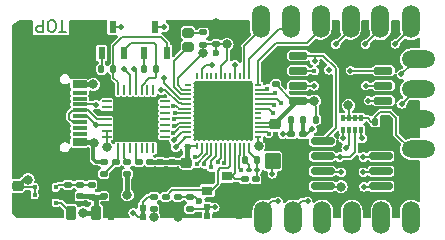
<source format=gtl>
G04 #@! TF.GenerationSoftware,KiCad,Pcbnew,8.0.1*
G04 #@! TF.CreationDate,2024-12-03T00:50:36+05:30*
G04 #@! TF.ProjectId,V1,56312e6b-6963-4616-945f-706362585858,r0.1*
G04 #@! TF.SameCoordinates,Original*
G04 #@! TF.FileFunction,Copper,L1,Top*
G04 #@! TF.FilePolarity,Positive*
%FSLAX46Y46*%
G04 Gerber Fmt 4.6, Leading zero omitted, Abs format (unit mm)*
G04 Created by KiCad (PCBNEW 8.0.1) date 2024-12-03 00:50:36*
%MOMM*%
%LPD*%
G01*
G04 APERTURE LIST*
G04 Aperture macros list*
%AMRoundRect*
0 Rectangle with rounded corners*
0 $1 Rounding radius*
0 $2 $3 $4 $5 $6 $7 $8 $9 X,Y pos of 4 corners*
0 Add a 4 corners polygon primitive as box body*
4,1,4,$2,$3,$4,$5,$6,$7,$8,$9,$2,$3,0*
0 Add four circle primitives for the rounded corners*
1,1,$1+$1,$2,$3*
1,1,$1+$1,$4,$5*
1,1,$1+$1,$6,$7*
1,1,$1+$1,$8,$9*
0 Add four rect primitives between the rounded corners*
20,1,$1+$1,$2,$3,$4,$5,0*
20,1,$1+$1,$4,$5,$6,$7,0*
20,1,$1+$1,$6,$7,$8,$9,0*
20,1,$1+$1,$8,$9,$2,$3,0*%
G04 Aperture macros list end*
G04 #@! TA.AperFunction,Conductor*
%ADD10C,0.200000*%
G04 #@! TD*
%ADD11C,0.200000*%
G04 #@! TA.AperFunction,NonConductor*
%ADD12C,0.200000*%
G04 #@! TD*
G04 #@! TA.AperFunction,SMDPad,CuDef*
%ADD13R,0.600000X1.100000*%
G04 #@! TD*
G04 #@! TA.AperFunction,SMDPad,CuDef*
%ADD14R,0.550000X0.550000*%
G04 #@! TD*
G04 #@! TA.AperFunction,ComponentPad*
%ADD15C,1.500000*%
G04 #@! TD*
G04 #@! TA.AperFunction,SMDPad,CuDef*
%ADD16R,1.270000X1.524000*%
G04 #@! TD*
G04 #@! TA.AperFunction,SMDPad,CuDef*
%ADD17R,1.524000X1.270000*%
G04 #@! TD*
G04 #@! TA.AperFunction,SMDPad,CuDef*
%ADD18RoundRect,0.193750X0.281250X-0.193750X0.281250X0.193750X-0.281250X0.193750X-0.281250X-0.193750X0*%
G04 #@! TD*
G04 #@! TA.AperFunction,SMDPad,CuDef*
%ADD19RoundRect,0.140000X-0.170000X0.140000X-0.170000X-0.140000X0.170000X-0.140000X0.170000X0.140000X0*%
G04 #@! TD*
G04 #@! TA.AperFunction,SMDPad,CuDef*
%ADD20RoundRect,0.075000X-0.550000X0.225000X-0.550000X-0.225000X0.550000X-0.225000X0.550000X0.225000X0*%
G04 #@! TD*
G04 #@! TA.AperFunction,SMDPad,CuDef*
%ADD21RoundRect,0.075000X-0.550000X0.075000X-0.550000X-0.075000X0.550000X-0.075000X0.550000X0.075000X0*%
G04 #@! TD*
G04 #@! TA.AperFunction,ComponentPad*
%ADD22O,1.900000X1.000000*%
G04 #@! TD*
G04 #@! TA.AperFunction,ComponentPad*
%ADD23O,1.600000X1.000000*%
G04 #@! TD*
G04 #@! TA.AperFunction,SMDPad,CuDef*
%ADD24RoundRect,0.225000X-0.250000X0.225000X-0.250000X-0.225000X0.250000X-0.225000X0.250000X0.225000X0*%
G04 #@! TD*
G04 #@! TA.AperFunction,SMDPad,CuDef*
%ADD25RoundRect,0.135000X-0.185000X0.135000X-0.185000X-0.135000X0.185000X-0.135000X0.185000X0.135000X0*%
G04 #@! TD*
G04 #@! TA.AperFunction,SMDPad,CuDef*
%ADD26RoundRect,0.140000X0.170000X-0.140000X0.170000X0.140000X-0.170000X0.140000X-0.170000X-0.140000X0*%
G04 #@! TD*
G04 #@! TA.AperFunction,SMDPad,CuDef*
%ADD27RoundRect,0.062500X-0.337500X-0.062500X0.337500X-0.062500X0.337500X0.062500X-0.337500X0.062500X0*%
G04 #@! TD*
G04 #@! TA.AperFunction,SMDPad,CuDef*
%ADD28RoundRect,0.062500X-0.062500X-0.337500X0.062500X-0.337500X0.062500X0.337500X-0.062500X0.337500X0*%
G04 #@! TD*
G04 #@! TA.AperFunction,HeatsinkPad*
%ADD29R,3.350000X3.350000*%
G04 #@! TD*
G04 #@! TA.AperFunction,SMDPad,CuDef*
%ADD30RoundRect,0.135000X0.185000X-0.135000X0.185000X0.135000X-0.185000X0.135000X-0.185000X-0.135000X0*%
G04 #@! TD*
G04 #@! TA.AperFunction,SMDPad,CuDef*
%ADD31RoundRect,0.093750X0.093750X0.106250X-0.093750X0.106250X-0.093750X-0.106250X0.093750X-0.106250X0*%
G04 #@! TD*
G04 #@! TA.AperFunction,HeatsinkPad*
%ADD32C,0.500000*%
G04 #@! TD*
G04 #@! TA.AperFunction,HeatsinkPad*
%ADD33R,1.000000X1.600000*%
G04 #@! TD*
G04 #@! TA.AperFunction,SMDPad,CuDef*
%ADD34RoundRect,0.150000X0.650000X0.150000X-0.650000X0.150000X-0.650000X-0.150000X0.650000X-0.150000X0*%
G04 #@! TD*
G04 #@! TA.AperFunction,SMDPad,CuDef*
%ADD35R,0.600000X0.200000*%
G04 #@! TD*
G04 #@! TA.AperFunction,SMDPad,CuDef*
%ADD36R,0.200000X0.600000*%
G04 #@! TD*
G04 #@! TA.AperFunction,SMDPad,CuDef*
%ADD37R,4.350000X4.350000*%
G04 #@! TD*
G04 #@! TA.AperFunction,SMDPad,CuDef*
%ADD38RoundRect,0.135000X-0.135000X-0.185000X0.135000X-0.185000X0.135000X0.185000X-0.135000X0.185000X0*%
G04 #@! TD*
G04 #@! TA.AperFunction,SMDPad,CuDef*
%ADD39R,0.400000X0.500000*%
G04 #@! TD*
G04 #@! TA.AperFunction,SMDPad,CuDef*
%ADD40R,0.300000X0.500000*%
G04 #@! TD*
G04 #@! TA.AperFunction,SMDPad,CuDef*
%ADD41RoundRect,0.147500X0.147500X0.172500X-0.147500X0.172500X-0.147500X-0.172500X0.147500X-0.172500X0*%
G04 #@! TD*
G04 #@! TA.AperFunction,SMDPad,CuDef*
%ADD42RoundRect,0.140000X-0.140000X-0.170000X0.140000X-0.170000X0.140000X0.170000X-0.140000X0.170000X0*%
G04 #@! TD*
G04 #@! TA.AperFunction,SMDPad,CuDef*
%ADD43R,0.900000X0.800000*%
G04 #@! TD*
G04 #@! TA.AperFunction,SMDPad,CuDef*
%ADD44RoundRect,0.135000X0.540000X0.540000X-0.540000X0.540000X-0.540000X-0.540000X0.540000X-0.540000X0*%
G04 #@! TD*
G04 #@! TA.AperFunction,SMDPad,CuDef*
%ADD45RoundRect,0.218750X-0.218750X-0.381250X0.218750X-0.381250X0.218750X0.381250X-0.218750X0.381250X0*%
G04 #@! TD*
G04 #@! TA.AperFunction,SMDPad,CuDef*
%ADD46RoundRect,0.150000X0.825000X0.150000X-0.825000X0.150000X-0.825000X-0.150000X0.825000X-0.150000X0*%
G04 #@! TD*
G04 #@! TA.AperFunction,SMDPad,CuDef*
%ADD47RoundRect,0.135000X0.135000X0.185000X-0.135000X0.185000X-0.135000X-0.185000X0.135000X-0.185000X0*%
G04 #@! TD*
G04 #@! TA.AperFunction,SMDPad,CuDef*
%ADD48RoundRect,0.100000X-0.130000X-0.100000X0.130000X-0.100000X0.130000X0.100000X-0.130000X0.100000X0*%
G04 #@! TD*
G04 #@! TA.AperFunction,ViaPad*
%ADD49C,0.800000*%
G04 #@! TD*
G04 #@! TA.AperFunction,ViaPad*
%ADD50C,0.450000*%
G04 #@! TD*
G04 #@! TA.AperFunction,ViaPad*
%ADD51C,0.600000*%
G04 #@! TD*
G04 #@! TA.AperFunction,ViaPad*
%ADD52C,0.500000*%
G04 #@! TD*
G04 #@! TA.AperFunction,Conductor*
%ADD53C,0.180000*%
G04 #@! TD*
G04 #@! TA.AperFunction,Conductor*
%ADD54C,0.400000*%
G04 #@! TD*
G04 #@! TA.AperFunction,Conductor*
%ADD55C,0.300000*%
G04 #@! TD*
G04 #@! TA.AperFunction,Conductor*
%ADD56C,0.170000*%
G04 #@! TD*
G04 APERTURE END LIST*
D10*
X117880000Y-106610000D02*
X118710000Y-106060000D01*
D11*
D12*
X105079523Y-92602780D02*
X104508095Y-92602780D01*
X104793809Y-91602780D02*
X104793809Y-92602780D01*
X103984285Y-92602780D02*
X103793809Y-92602780D01*
X103793809Y-92602780D02*
X103698571Y-92555161D01*
X103698571Y-92555161D02*
X103603333Y-92459923D01*
X103603333Y-92459923D02*
X103555714Y-92269447D01*
X103555714Y-92269447D02*
X103555714Y-91936114D01*
X103555714Y-91936114D02*
X103603333Y-91745638D01*
X103603333Y-91745638D02*
X103698571Y-91650400D01*
X103698571Y-91650400D02*
X103793809Y-91602780D01*
X103793809Y-91602780D02*
X103984285Y-91602780D01*
X103984285Y-91602780D02*
X104079523Y-91650400D01*
X104079523Y-91650400D02*
X104174761Y-91745638D01*
X104174761Y-91745638D02*
X104222380Y-91936114D01*
X104222380Y-91936114D02*
X104222380Y-92269447D01*
X104222380Y-92269447D02*
X104174761Y-92459923D01*
X104174761Y-92459923D02*
X104079523Y-92555161D01*
X104079523Y-92555161D02*
X103984285Y-92602780D01*
X103127142Y-91602780D02*
X103127142Y-92602780D01*
X103127142Y-92602780D02*
X102746190Y-92602780D01*
X102746190Y-92602780D02*
X102650952Y-92555161D01*
X102650952Y-92555161D02*
X102603333Y-92507542D01*
X102603333Y-92507542D02*
X102555714Y-92412304D01*
X102555714Y-92412304D02*
X102555714Y-92269447D01*
X102555714Y-92269447D02*
X102603333Y-92174209D01*
X102603333Y-92174209D02*
X102650952Y-92126590D01*
X102650952Y-92126590D02*
X102746190Y-92078971D01*
X102746190Y-92078971D02*
X103127142Y-92078971D01*
D13*
X111724600Y-94394400D03*
X113624600Y-94394400D03*
X112674600Y-92194400D03*
X108107600Y-94386600D03*
X110007600Y-94386600D03*
X109057600Y-92186600D03*
D14*
X111590600Y-108249000D03*
X111590600Y-107499000D03*
X108940600Y-107499000D03*
X108940600Y-108249000D03*
D15*
X134290000Y-100000000D03*
D16*
X134925000Y-100000000D03*
D15*
X135560000Y-100000000D03*
X134290000Y-102540000D03*
D16*
X134925000Y-102540000D03*
D15*
X135560000Y-102540000D03*
X129300000Y-107721500D03*
D17*
X129300000Y-108356500D03*
D15*
X129300000Y-108991500D03*
X129200000Y-92380000D03*
D17*
X129200000Y-91745000D03*
D15*
X129200000Y-91110000D03*
X124130000Y-92380000D03*
D17*
X124130000Y-91745000D03*
D15*
X124130000Y-91110000D03*
X121600000Y-92400000D03*
D17*
X121600000Y-91765000D03*
D15*
X121600000Y-91130000D03*
X126800000Y-107700000D03*
D17*
X126800000Y-108335000D03*
D15*
X126800000Y-108970000D03*
X134300000Y-92400000D03*
D17*
X134300000Y-91765000D03*
D15*
X134300000Y-91130000D03*
X131700000Y-92400000D03*
D17*
X131700000Y-91765000D03*
D15*
X131700000Y-91130000D03*
X134300000Y-107721500D03*
D17*
X134300000Y-108356500D03*
D15*
X134300000Y-108991500D03*
X131800000Y-107721500D03*
D17*
X131800000Y-108356500D03*
D15*
X131800000Y-108991500D03*
D18*
X115443200Y-93856500D03*
X115443200Y-92681500D03*
D19*
X114071600Y-103634800D03*
X114071600Y-104594800D03*
D15*
X134290000Y-97460000D03*
D16*
X134925000Y-97460000D03*
D15*
X135560000Y-97460000D03*
X134290000Y-94920000D03*
D16*
X134925000Y-94920000D03*
D15*
X135560000Y-94920000D03*
X124300000Y-107700000D03*
D17*
X124300000Y-108335000D03*
D15*
X124300000Y-108970000D03*
X121800000Y-107700000D03*
D17*
X121800000Y-108335000D03*
D15*
X121800000Y-108970000D03*
X126670000Y-92380000D03*
D17*
X126670000Y-91745000D03*
D15*
X126670000Y-91110000D03*
D20*
X106245000Y-96250000D03*
X106245000Y-97050000D03*
D21*
X106245000Y-98250000D03*
X106245000Y-99250000D03*
X106245000Y-99750000D03*
X106245000Y-100750000D03*
D20*
X106245000Y-101950000D03*
X106245000Y-102750000D03*
X106245000Y-102750000D03*
X106245000Y-101950000D03*
D21*
X106245000Y-101250000D03*
X106245000Y-100250000D03*
X106245000Y-98750000D03*
X106245000Y-97750000D03*
D20*
X106245000Y-97050000D03*
X106245000Y-96250000D03*
D22*
X105530000Y-95180000D03*
D23*
X101350000Y-95180000D03*
D22*
X105530000Y-103820000D03*
D23*
X101350000Y-103820000D03*
D24*
X115290800Y-103670000D03*
X115290800Y-105220000D03*
D25*
X116738600Y-92657400D03*
X116738600Y-93677400D03*
X112522200Y-106551200D03*
X112522200Y-107571200D03*
D26*
X117780000Y-93647400D03*
X117780000Y-92687400D03*
D27*
X108550000Y-98500000D03*
X108550000Y-99000000D03*
X108550000Y-99500000D03*
X108550000Y-100000000D03*
X108550000Y-100500000D03*
X108550000Y-101000000D03*
X108550000Y-101500000D03*
D28*
X109500000Y-102450000D03*
X110000000Y-102450000D03*
X110500000Y-102450000D03*
X111000000Y-102450000D03*
X111500000Y-102450000D03*
X112000000Y-102450000D03*
X112500000Y-102450000D03*
D27*
X113450000Y-101500000D03*
X113450000Y-101000000D03*
X113450000Y-100500000D03*
X113450000Y-100000000D03*
X113450000Y-99500000D03*
X113450000Y-99000000D03*
X113450000Y-98500000D03*
D28*
X112500000Y-97550000D03*
X112000000Y-97550000D03*
X111500000Y-97550000D03*
X111000000Y-97550000D03*
X110500000Y-97550000D03*
X110000000Y-97550000D03*
X109500000Y-97550000D03*
D29*
X111000000Y-100000000D03*
D30*
X115570200Y-107571200D03*
X115570200Y-106551200D03*
D31*
X104213400Y-107076200D03*
X104213400Y-106426200D03*
X104213400Y-105776200D03*
X102438400Y-105776200D03*
X102438400Y-106426200D03*
X102438400Y-107076200D03*
D32*
X103325900Y-106976200D03*
D33*
X103325900Y-106426200D03*
D32*
X103325900Y-105876200D03*
D26*
X113538200Y-107541200D03*
X113538200Y-106581200D03*
D34*
X131971800Y-98425200D03*
X131971800Y-97155200D03*
X131971800Y-95885200D03*
X131971800Y-94615200D03*
X124771800Y-94615200D03*
X124771800Y-95885200D03*
X124771800Y-97155200D03*
X124771800Y-98425200D03*
D30*
X108305800Y-104624800D03*
X108305800Y-103604800D03*
D35*
X121349549Y-101499999D03*
X121349549Y-101099999D03*
X121349549Y-100699999D03*
X121349549Y-100299999D03*
X121349549Y-99899999D03*
X121349549Y-99499999D03*
X121349549Y-99099999D03*
X121349549Y-98699999D03*
X121349549Y-98299999D03*
X121349549Y-97899999D03*
X121349549Y-97499999D03*
X121349549Y-97099999D03*
D36*
X120599549Y-96349999D03*
X120199549Y-96349999D03*
X119799549Y-96349999D03*
X119399549Y-96349999D03*
X118999549Y-96349999D03*
X118599549Y-96349999D03*
X118199549Y-96349999D03*
X117799549Y-96349999D03*
X117399549Y-96349999D03*
X116999549Y-96349999D03*
X116599549Y-96349999D03*
X116199549Y-96349999D03*
D35*
X115449549Y-97099999D03*
X115449549Y-97499999D03*
X115449549Y-97899999D03*
X115449549Y-98299999D03*
X115449549Y-98699999D03*
X115449549Y-99099999D03*
X115449549Y-99499999D03*
X115449549Y-99899999D03*
X115449549Y-100299999D03*
X115449549Y-100699999D03*
X115449549Y-101099999D03*
X115449549Y-101499999D03*
D36*
X116199549Y-102249999D03*
X116599549Y-102249999D03*
X116999549Y-102249999D03*
X117399549Y-102249999D03*
X117799549Y-102249999D03*
X118199549Y-102249999D03*
X118599549Y-102249999D03*
X118999549Y-102249999D03*
X119399549Y-102249999D03*
X119799549Y-102249999D03*
X120199549Y-102249999D03*
X120599549Y-102249999D03*
D37*
X118399549Y-99299999D03*
D38*
X111732800Y-95783600D03*
X112752800Y-95783600D03*
D24*
X122834600Y-100444200D03*
X122834600Y-101994200D03*
D39*
X128587000Y-100906400D03*
D40*
X129087000Y-100906400D03*
X129587000Y-100906400D03*
D39*
X130087000Y-100906400D03*
X130087000Y-99906400D03*
D40*
X129587000Y-99906400D03*
X129087000Y-99906400D03*
D39*
X128587000Y-99906400D03*
D41*
X125148400Y-100025400D03*
X124178400Y-100025400D03*
D19*
X124155400Y-101272600D03*
X124155400Y-102232600D03*
D26*
X108305800Y-106525200D03*
X108305800Y-105565200D03*
D14*
X117059800Y-107473600D03*
X117059800Y-108223600D03*
X119709800Y-108223600D03*
X119709800Y-107473600D03*
D26*
X120243800Y-106042600D03*
X120243800Y-105082600D03*
D25*
X105283200Y-105535200D03*
X105283200Y-106555200D03*
D30*
X111252200Y-104624800D03*
X111252200Y-103604800D03*
D42*
X131270000Y-100203200D03*
X132230000Y-100203200D03*
X126266200Y-100025400D03*
X127226200Y-100025400D03*
D19*
X125146000Y-101272600D03*
X125146000Y-102232600D03*
D43*
X118725000Y-104810600D03*
X117075000Y-104810600D03*
X117075000Y-106060600D03*
X118725000Y-106060600D03*
D19*
X112192000Y-103609400D03*
X112192000Y-104569400D03*
D26*
X122860000Y-97051000D03*
X122860000Y-96091000D03*
D30*
X109296400Y-104624800D03*
X109296400Y-103604800D03*
D26*
X121183600Y-106042600D03*
X121183600Y-105082600D03*
D44*
X122597800Y-103547800D03*
X124747800Y-105697800D03*
X124747800Y-103547800D03*
X122597800Y-105697800D03*
D26*
X106299200Y-106499800D03*
X106299200Y-105539800D03*
D45*
X105490700Y-107899400D03*
X107615700Y-107899400D03*
D25*
X110287000Y-103604800D03*
X110287000Y-104624800D03*
D46*
X131775000Y-105670000D03*
X131775000Y-104400000D03*
X131775000Y-103130000D03*
X131775000Y-101860000D03*
X126825000Y-101860000D03*
X126825000Y-103130000D03*
X126825000Y-104400000D03*
X126825000Y-105670000D03*
D19*
X114554200Y-106581200D03*
X114554200Y-107541200D03*
D24*
X101016000Y-105625800D03*
X101016000Y-107175800D03*
D30*
X107289800Y-106555200D03*
X107289800Y-105535200D03*
D47*
X121287200Y-103429000D03*
X120267200Y-103429000D03*
D48*
X120635000Y-104267200D03*
X121275000Y-104267200D03*
D38*
X108100600Y-95758200D03*
X109120600Y-95758200D03*
D19*
X113081000Y-103609400D03*
X113081000Y-104569400D03*
D49*
X106553200Y-107899400D03*
D50*
X119933597Y-104259968D03*
D51*
X116383000Y-106883400D03*
D49*
X116738600Y-94361200D03*
X108559800Y-102362200D03*
D50*
X118516600Y-103708400D03*
D49*
X112522200Y-108280400D03*
X118745200Y-93650000D03*
D51*
X115404775Y-102349175D03*
D49*
X128397200Y-105715000D03*
X129006800Y-98831600D03*
X121412200Y-102286000D03*
D51*
X117805400Y-94361200D03*
D49*
X126136600Y-98450600D03*
X110287000Y-106400800D03*
X112166600Y-105359400D03*
X116941800Y-99300000D03*
X111226800Y-105334000D03*
X110972800Y-101041400D03*
X118400000Y-99300000D03*
X117780000Y-91872000D03*
X114554200Y-108305800D03*
X111000000Y-100000000D03*
X127228800Y-98933200D03*
X130454600Y-94615200D03*
X102387600Y-107975600D03*
X119786600Y-99263400D03*
X118400000Y-97815600D03*
X123672800Y-105697800D03*
X109779000Y-107899400D03*
X107086600Y-95478800D03*
X104216400Y-107975600D03*
X116967200Y-97841000D03*
X120066000Y-106858000D03*
X103327400Y-107975600D03*
X119786600Y-97815600D03*
X116941800Y-100736600D03*
X132232600Y-101092200D03*
X122834600Y-95199400D03*
X119761200Y-100762000D03*
X109931400Y-100025400D03*
D52*
X117880000Y-106620000D03*
D49*
X111023600Y-98958600D03*
X111988800Y-100025400D03*
X113081000Y-105384800D03*
X118389600Y-100762000D03*
D52*
X107652412Y-100500000D03*
X107645400Y-98755400D03*
D49*
X107416800Y-97053600D03*
X107442200Y-101981200D03*
X101879600Y-105130800D03*
D52*
X128397200Y-104495800D03*
X126136600Y-97180600D03*
X113182600Y-97536200D03*
X130276800Y-103200400D03*
X113436600Y-96494800D03*
X129184600Y-95885200D03*
X128829000Y-102438400D03*
X119405600Y-95402600D03*
X130327600Y-105715000D03*
X133528000Y-98704600D03*
X117703800Y-107467600D03*
D50*
X123317200Y-98653802D03*
D52*
X109728200Y-92202200D03*
X128575000Y-101625600D03*
X123469600Y-101270000D03*
X122580600Y-104622800D03*
D50*
X116814800Y-103810000D03*
D52*
X110007600Y-95758200D03*
D50*
X117373600Y-104085598D03*
D52*
X110845800Y-95758200D03*
X126162000Y-95047000D03*
D50*
X114224302Y-99976411D03*
D52*
X130480000Y-97155200D03*
D50*
X114249400Y-100533400D03*
D52*
X130276800Y-104495800D03*
X110795000Y-107924800D03*
X117424400Y-95402600D03*
X113436600Y-92202200D03*
D50*
X122631400Y-99441200D03*
D52*
X133502600Y-96190000D03*
D50*
X122148800Y-97409200D03*
D52*
X127940000Y-93650000D03*
D50*
X122670072Y-98772765D03*
D52*
X132994600Y-93624600D03*
D50*
X122834600Y-97773600D03*
D52*
X130454600Y-93650000D03*
D50*
X122275800Y-101219200D03*
D52*
X125933400Y-100838200D03*
D50*
X114351000Y-99441200D03*
X126136600Y-95910600D03*
D52*
X128270200Y-103200400D03*
X127330400Y-95809000D03*
X130200600Y-101625600D03*
X130708600Y-98425200D03*
D50*
X114198600Y-98907800D03*
X117932400Y-103657631D03*
X116179800Y-103784600D03*
D52*
X125552400Y-106934200D03*
D50*
X116052800Y-103175000D03*
D52*
X123063200Y-106959600D03*
X114401799Y-102362200D03*
X114249400Y-101778000D03*
D50*
X114200000Y-101143000D03*
D53*
X114660000Y-100300000D02*
X115450000Y-100300000D01*
X114426600Y-100533400D02*
X114660000Y-100300000D01*
X114249400Y-100533400D02*
X114426600Y-100533400D01*
X114300713Y-99900000D02*
X115450000Y-99900000D01*
X114224302Y-99976411D02*
X114300713Y-99900000D01*
D10*
X114224302Y-99948898D02*
X114274800Y-99898400D01*
X114224302Y-99976411D02*
X114224302Y-99948898D01*
D53*
X116995452Y-102984548D02*
X116200000Y-103780000D01*
X117000000Y-102250000D02*
X117000000Y-102964400D01*
X116200000Y-103780000D02*
X116175252Y-103780000D01*
X114599400Y-96500400D02*
X116738600Y-94361200D01*
D10*
X134612200Y-102862200D02*
X134290000Y-102540000D01*
X115199800Y-102250000D02*
X115163800Y-102286000D01*
D54*
X107615700Y-106881100D02*
X107289800Y-106555200D01*
D10*
X116738600Y-93652400D02*
X116738600Y-94361200D01*
X117780000Y-93652400D02*
X117780000Y-94335800D01*
D54*
X113081000Y-103609400D02*
X112192000Y-103609400D01*
D10*
X115288500Y-103629800D02*
X115316200Y-103657500D01*
X107234400Y-106499800D02*
X107289800Y-106555200D01*
X129006800Y-98831600D02*
X129083000Y-98907800D01*
D55*
X122834600Y-100362400D02*
X124771800Y-98425200D01*
D10*
X108550000Y-101500000D02*
X108550000Y-102352400D01*
D54*
X106299200Y-106499800D02*
X107234400Y-106499800D01*
D10*
X129083000Y-98907800D02*
X129083000Y-99902400D01*
X126261200Y-98910200D02*
X126261200Y-100025400D01*
X124229200Y-98425200D02*
X124771800Y-98425200D01*
D54*
X115316200Y-103657500D02*
X115316200Y-102438400D01*
D10*
X131699200Y-99390400D02*
X132562800Y-99390400D01*
D54*
X114071600Y-103629800D02*
X115288500Y-103629800D01*
D10*
X133070800Y-101320800D02*
X134290000Y-102540000D01*
X116738600Y-93652400D02*
X117780000Y-93652400D01*
X112522200Y-107546200D02*
X112522200Y-108280400D01*
X115570200Y-106551200D02*
X116050800Y-106551200D01*
X132562800Y-99390400D02*
X133070800Y-99898400D01*
D54*
X107615700Y-107899400D02*
X106553200Y-107899400D01*
D53*
X118600000Y-102250000D02*
X118600000Y-103625000D01*
D10*
X117780000Y-93652400D02*
X118742800Y-93652400D01*
X131265000Y-100203200D02*
X130962600Y-100203200D01*
X122702900Y-100300000D02*
X122834600Y-100431700D01*
D54*
X114071600Y-103629800D02*
X113101400Y-103629800D01*
D10*
X129083000Y-99902400D02*
X129087000Y-99906400D01*
D53*
X114962174Y-97500000D02*
X114599400Y-97137226D01*
X119800000Y-103027986D02*
X119747200Y-103080786D01*
D10*
X122860000Y-97056000D02*
X124229200Y-98425200D01*
X108275800Y-106555200D02*
X108305800Y-106525200D01*
X116050800Y-106551200D02*
X116383000Y-106883400D01*
X122834600Y-100431700D02*
X122834600Y-100362400D01*
D54*
X110287000Y-104624800D02*
X110287000Y-106502400D01*
D10*
X130649800Y-99906400D02*
X130087000Y-99906400D01*
X112192000Y-103609400D02*
X112138600Y-103609400D01*
X129587000Y-99906400D02*
X129087000Y-99906400D01*
X114554200Y-106576200D02*
X115545200Y-106576200D01*
X133070800Y-99898400D02*
X133070800Y-101320800D01*
D53*
X118745200Y-94945400D02*
X118200000Y-95490600D01*
X114599400Y-97137226D02*
X114599400Y-96500400D01*
X119800000Y-102250000D02*
X119800000Y-103027986D01*
D10*
X122809200Y-100406300D02*
X122834600Y-100431700D01*
X108550000Y-101000000D02*
X108550000Y-101500000D01*
X121350000Y-101500000D02*
X121350000Y-102223800D01*
D53*
X115450000Y-97500000D02*
X114962174Y-97500000D01*
X121350000Y-100700000D02*
X122566300Y-100700000D01*
D54*
X107289800Y-106555200D02*
X108275800Y-106555200D01*
D55*
X124771800Y-98425200D02*
X125781000Y-98425200D01*
D10*
X131265000Y-100203200D02*
X131265000Y-99824600D01*
X121350000Y-102223800D02*
X121412200Y-102286000D01*
X126836600Y-105715000D02*
X128397200Y-105715000D01*
X108550000Y-102352400D02*
X108559800Y-102362200D01*
X130087000Y-99906400D02*
X129587000Y-99906400D01*
X126263600Y-98907800D02*
X126261200Y-98910200D01*
D53*
X118200000Y-95490600D02*
X118200000Y-96350000D01*
D10*
X129087000Y-99906400D02*
X128587000Y-99906400D01*
X118742800Y-93652400D02*
X118745200Y-93650000D01*
D53*
X119881078Y-104259968D02*
X119933597Y-104259968D01*
X119747200Y-103080786D02*
X119747200Y-104126090D01*
D10*
X130962600Y-100203200D02*
X130657800Y-99898400D01*
X131265000Y-99824600D02*
X131699200Y-99390400D01*
X122566300Y-100700000D02*
X122834600Y-100431700D01*
D53*
X118745200Y-93650000D02*
X118745200Y-94945400D01*
D10*
X115316200Y-102438400D02*
X115163800Y-102286000D01*
X115545200Y-106576200D02*
X115570200Y-106551200D01*
D53*
X121350000Y-100300000D02*
X122702900Y-100300000D01*
D10*
X130657800Y-99898400D02*
X130649800Y-99906400D01*
X113101400Y-103629800D02*
X113081000Y-103609400D01*
X116200000Y-102250000D02*
X115199800Y-102250000D01*
X117780000Y-94335800D02*
X117805400Y-94361200D01*
D54*
X107615700Y-107899400D02*
X107615700Y-106881100D01*
D10*
X125781000Y-98425200D02*
X126263600Y-98907800D01*
D53*
X119747200Y-104126090D02*
X119881078Y-104259968D01*
X118600000Y-103625000D02*
X118516600Y-103708400D01*
D55*
X106324600Y-104800600D02*
X104401500Y-104800600D01*
D54*
X122597800Y-105697800D02*
X124747800Y-105697800D01*
D10*
X127231200Y-100025400D02*
X127231200Y-98935600D01*
X132235000Y-100203200D02*
X132235000Y-101456600D01*
X127231200Y-98935600D02*
X127228800Y-98933200D01*
X111226800Y-104650200D02*
X111252200Y-104624800D01*
X109804400Y-107924800D02*
X109779000Y-107899400D01*
D55*
X106908800Y-104216400D02*
X106324600Y-104800600D01*
D10*
X113081000Y-104630200D02*
X113111400Y-104599800D01*
X112166600Y-104594800D02*
X112192000Y-104569400D01*
D55*
X112192000Y-104569400D02*
X111307600Y-104569400D01*
D10*
X106315400Y-96250000D02*
X107086600Y-95478800D01*
X106245000Y-96250000D02*
X106315400Y-96250000D01*
D55*
X108305800Y-105565200D02*
X109014400Y-105565200D01*
D10*
X105154200Y-106426200D02*
X105283200Y-106555200D01*
X108550000Y-99500000D02*
X110500000Y-99500000D01*
X122834600Y-102006700D02*
X123164900Y-102006700D01*
D55*
X106908800Y-103413800D02*
X106908800Y-104216400D01*
D10*
X101890000Y-107076200D02*
X102438400Y-107076200D01*
D55*
X114071600Y-104599800D02*
X113111400Y-104599800D01*
X109296400Y-105283200D02*
X109296400Y-104624800D01*
X104213400Y-106426200D02*
X105154200Y-106426200D01*
D10*
X113111400Y-104599800D02*
X113081000Y-104569400D01*
D55*
X125146000Y-102768600D02*
X125146000Y-102237600D01*
X119709800Y-108223600D02*
X119709800Y-107473600D01*
D10*
X108940600Y-105639000D02*
X109014400Y-105565200D01*
X117075000Y-104810600D02*
X115738100Y-104810600D01*
D55*
X108940600Y-107499000D02*
X108940600Y-108249000D01*
D10*
X103325900Y-107974100D02*
X103327400Y-107975600D01*
X130454600Y-94615200D02*
X131971800Y-94615200D01*
X102438400Y-107076200D02*
X103225900Y-107076200D01*
D55*
X115316200Y-105232500D02*
X114683500Y-104599800D01*
X123164900Y-102006700D02*
X123395800Y-102237600D01*
D10*
X109429400Y-108249000D02*
X109779000Y-107899400D01*
X124739600Y-103556000D02*
X124747800Y-103547800D01*
X119709800Y-107473600D02*
X119709800Y-107214200D01*
D55*
X123395800Y-102237600D02*
X124155400Y-102237600D01*
X104401500Y-104800600D02*
X103325900Y-105876200D01*
X104213400Y-106426200D02*
X103325900Y-106426200D01*
D54*
X124747800Y-105697800D02*
X124747800Y-103547800D01*
D55*
X106245000Y-102750000D02*
X106908800Y-103413800D01*
X111226800Y-105334000D02*
X111226800Y-104650200D01*
X124155400Y-102237600D02*
X125146000Y-102237600D01*
D10*
X101790400Y-107175800D02*
X101890000Y-107076200D01*
D55*
X118738000Y-106047600D02*
X120243800Y-106047600D01*
X120243800Y-106047600D02*
X121178600Y-106047600D01*
D10*
X122834600Y-96060600D02*
X122860000Y-96086000D01*
D55*
X121183600Y-106042600D02*
X122253000Y-106042600D01*
D10*
X111307600Y-104569400D02*
X111252200Y-104624800D01*
X115738100Y-104810600D02*
X115316200Y-105232500D01*
X117075000Y-104607400D02*
X117075000Y-104810600D01*
D54*
X103325900Y-106976200D02*
X103325900Y-107974100D01*
D55*
X109014400Y-105565200D02*
X109296400Y-105283200D01*
D54*
X103327400Y-107975600D02*
X104216400Y-107975600D01*
D10*
X117780000Y-92682400D02*
X117780000Y-91872000D01*
X101016000Y-107175800D02*
X101790400Y-107175800D01*
X108940600Y-108249000D02*
X109429400Y-108249000D01*
X121178600Y-106047600D02*
X121183600Y-106042600D01*
X113538200Y-107546200D02*
X114554200Y-107546200D01*
X122834600Y-95199400D02*
X122834600Y-96060600D01*
D55*
X113081000Y-105384800D02*
X113081000Y-104630200D01*
X124747800Y-103166800D02*
X125146000Y-102768600D01*
X118725000Y-106060600D02*
X118738000Y-106047600D01*
X112166600Y-105359400D02*
X112166600Y-104594800D01*
X114683500Y-104599800D02*
X114071600Y-104599800D01*
D54*
X114554200Y-108305800D02*
X114554200Y-107546200D01*
D55*
X113081000Y-104569400D02*
X112192000Y-104569400D01*
X119709800Y-107214200D02*
X120243800Y-106680200D01*
D10*
X132235000Y-101456600D02*
X131786600Y-101905000D01*
D55*
X120243800Y-106680200D02*
X120243800Y-106047600D01*
X108940600Y-107499000D02*
X108940600Y-105639000D01*
D10*
X122253000Y-106042600D02*
X122597800Y-105697800D01*
D54*
X103327400Y-107975600D02*
X102235200Y-107975600D01*
D10*
X124747800Y-103547800D02*
X124747800Y-103166800D01*
X107652410Y-100500000D02*
X108550000Y-100500000D01*
X106245000Y-98750000D02*
X107538400Y-98750000D01*
X106902410Y-99750000D02*
X107652410Y-100500000D01*
X106245000Y-99750000D02*
X106902410Y-99750000D01*
X107538400Y-98750000D02*
X107569200Y-98780800D01*
X107718096Y-100000000D02*
X108550000Y-100000000D01*
X106245000Y-100250000D02*
X105658302Y-100250000D01*
X105658302Y-100250000D02*
X105359400Y-99951098D01*
X106245000Y-99250000D02*
X106968096Y-99250000D01*
X105359400Y-99548902D02*
X105658302Y-99250000D01*
X106968096Y-99250000D02*
X107718096Y-100000000D01*
X105658302Y-99250000D02*
X106245000Y-99250000D01*
X105359400Y-99951098D02*
X105359400Y-99548902D01*
X101156000Y-105765800D02*
X102428000Y-105765800D01*
X101016000Y-105625800D02*
X101156000Y-105765800D01*
D55*
X108305800Y-103604800D02*
X107668800Y-103604800D01*
D54*
X106245000Y-97050000D02*
X107413200Y-97050000D01*
D55*
X101511000Y-105130800D02*
X101016000Y-105625800D01*
X107411000Y-103347000D02*
X107411000Y-101950000D01*
D10*
X102428000Y-105765800D02*
X102438400Y-105776200D01*
X102438400Y-105776200D02*
X102438400Y-106426200D01*
D55*
X107668800Y-103604800D02*
X107411000Y-103347000D01*
D54*
X106245000Y-101950000D02*
X107411000Y-101950000D01*
D10*
X107413200Y-97050000D02*
X107416800Y-97053600D01*
X107411000Y-101950000D02*
X107442200Y-101981200D01*
X101879600Y-105130800D02*
X101511000Y-105130800D01*
D53*
X113513452Y-97536200D02*
X114627252Y-98650000D01*
X113182600Y-97536200D02*
X113513452Y-97536200D01*
X114627252Y-98650000D02*
X114839000Y-98650000D01*
D10*
X124797200Y-97180600D02*
X124771800Y-97155200D01*
X126136600Y-97180600D02*
X124797200Y-97180600D01*
X128397200Y-104495800D02*
X126887400Y-104495800D01*
D53*
X114889000Y-98700000D02*
X115450000Y-98700000D01*
X114839000Y-98650000D02*
X114889000Y-98700000D01*
D10*
X126887400Y-104495800D02*
X126836600Y-104445000D01*
X129184600Y-95885200D02*
X131971800Y-95885200D01*
D53*
X114772226Y-98300000D02*
X113436600Y-96964374D01*
D10*
X130302200Y-103175000D02*
X130276800Y-103200400D01*
X131786600Y-103175000D02*
X130302200Y-103175000D01*
D53*
X115450000Y-98300000D02*
X114772226Y-98300000D01*
X113436600Y-96964374D02*
X113436600Y-96494800D01*
D10*
X119380200Y-95402600D02*
X119405600Y-95428000D01*
D53*
X119405600Y-95428000D02*
X119405600Y-96344400D01*
D10*
X129087000Y-100906400D02*
X129087000Y-102180400D01*
X131786600Y-105715000D02*
X130327600Y-105715000D01*
X119405600Y-96344400D02*
X119400000Y-96350000D01*
X129087000Y-102180400D02*
X128829000Y-102438400D01*
D53*
X122961600Y-98298200D02*
X123317200Y-98653800D01*
D55*
X117059800Y-108223600D02*
X117059800Y-107473600D01*
D10*
X116962200Y-107571200D02*
X117059800Y-107473600D01*
X128587000Y-100906400D02*
X128587000Y-101613600D01*
X134290000Y-97460000D02*
X134290000Y-97942600D01*
X115545200Y-107444600D02*
X115570200Y-107469600D01*
X109728200Y-92202200D02*
X109073200Y-92202200D01*
X115570200Y-107571200D02*
X116962200Y-107571200D01*
X117697800Y-107473600D02*
X117703800Y-107467600D01*
X109073200Y-92202200D02*
X109057600Y-92186600D01*
D53*
X121351800Y-98298200D02*
X122961600Y-98298200D01*
D10*
X121350000Y-98300000D02*
X121351800Y-98298200D01*
X128587000Y-101613600D02*
X128575000Y-101625600D01*
X134290000Y-97942600D02*
X133528000Y-98704600D01*
X117059800Y-107473600D02*
X117697800Y-107473600D01*
X124155400Y-100048400D02*
X124178400Y-100025400D01*
X122580600Y-103565000D02*
X122597800Y-103547800D01*
X124155400Y-101267600D02*
X123472000Y-101267600D01*
X123472000Y-101267600D02*
X123469600Y-101270000D01*
X122580600Y-104622800D02*
X122580600Y-103565000D01*
D55*
X124155400Y-101267600D02*
X124155400Y-100048400D01*
D10*
X110007600Y-95758200D02*
X110500000Y-96250600D01*
D53*
X117400000Y-102250000D02*
X117400000Y-103034624D01*
X116814800Y-103619824D02*
X116814800Y-103810000D01*
D10*
X110500000Y-96250600D02*
X110500000Y-97550000D01*
D53*
X117400000Y-103034624D02*
X116814800Y-103619824D01*
D10*
X111000000Y-95912400D02*
X111000000Y-97550000D01*
D53*
X117800000Y-102250000D02*
X117800000Y-103129601D01*
X117399000Y-103530600D02*
X117399000Y-104064000D01*
X117800000Y-103129601D02*
X117399000Y-103530600D01*
D10*
X117399000Y-104064000D02*
X117373600Y-104089400D01*
X110845800Y-95758200D02*
X111000000Y-95912400D01*
X126162000Y-94615200D02*
X124771800Y-94615200D01*
X126847800Y-94615200D02*
X126162000Y-94615200D01*
X126162000Y-95047000D02*
X126162000Y-94615200D01*
X126862000Y-101828800D02*
X127925800Y-100765000D01*
X127925800Y-95693200D02*
X126847800Y-94615200D01*
X127925800Y-100765000D02*
X127925800Y-95693200D01*
X131971800Y-97155200D02*
X130480000Y-97155200D01*
X131735800Y-104495800D02*
X131786600Y-104445000D01*
X130276800Y-104495800D02*
X131735800Y-104495800D01*
X115443200Y-92681500D02*
X116737700Y-92681500D01*
X116737700Y-92681500D02*
X116738600Y-92682400D01*
D53*
X114249400Y-97282200D02*
X114249400Y-95050300D01*
X115450000Y-97900000D02*
X114867200Y-97900000D01*
X114867200Y-97900000D02*
X114249400Y-97282200D01*
X114249400Y-95050300D02*
X115443200Y-93856500D01*
D10*
X111624400Y-108282800D02*
X111590600Y-108249000D01*
X110795000Y-107924800D02*
X110845800Y-107924800D01*
X111590600Y-107499000D02*
X111590600Y-107027600D01*
X110795000Y-107924800D02*
X110795000Y-107899400D01*
D53*
X116600000Y-95725000D02*
X116922400Y-95402600D01*
D10*
X112042000Y-106576200D02*
X112522200Y-106576200D01*
D53*
X116600000Y-96350000D02*
X116600000Y-95725000D01*
D10*
X113436600Y-92202200D02*
X112682400Y-92202200D01*
D53*
X116922400Y-95402600D02*
X117424400Y-95402600D01*
D10*
X112682400Y-92202200D02*
X112674600Y-92194400D01*
X111590600Y-107027600D02*
X112042000Y-106576200D01*
X111170000Y-108249000D02*
X111590600Y-108249000D01*
X110845800Y-107924800D02*
X111170000Y-108249000D01*
D55*
X111590600Y-108249000D02*
X111590600Y-107499000D01*
D53*
X121350000Y-99100000D02*
X122290200Y-99100000D01*
D10*
X134290000Y-95402600D02*
X133502600Y-96190000D01*
X134290000Y-94920000D02*
X134290000Y-95402600D01*
D53*
X122290200Y-99100000D02*
X122631400Y-99441200D01*
D10*
X127940000Y-93650000D02*
X127940000Y-93640000D01*
X127940000Y-93640000D02*
X129200000Y-92380000D01*
D53*
X121350000Y-97500000D02*
X122058000Y-97500000D01*
D10*
X122160577Y-97397423D02*
X122198380Y-97397423D01*
D53*
X122058000Y-97500000D02*
X122160577Y-97397423D01*
D10*
X134219200Y-92400000D02*
X132994600Y-93624600D01*
D53*
X121350000Y-98700000D02*
X122597307Y-98700000D01*
D10*
X134300000Y-92400000D02*
X134219200Y-92400000D01*
D53*
X122597307Y-98700000D02*
X122670072Y-98772765D01*
X121350000Y-97900000D02*
X122708200Y-97900000D01*
D10*
X130454600Y-93645400D02*
X131700000Y-92400000D01*
D53*
X122708200Y-97900000D02*
X122834600Y-97773600D01*
D10*
X130454600Y-93650000D02*
X130454600Y-93645400D01*
D53*
X118129400Y-104160600D02*
X118775600Y-104160600D01*
D10*
X117045600Y-106031200D02*
X114083200Y-106031200D01*
X117075000Y-106060600D02*
X117045600Y-106031200D01*
X117075000Y-106060600D02*
X117383600Y-106060600D01*
D53*
X117932400Y-104357600D02*
X118129400Y-104160600D01*
D56*
X118775600Y-104160600D02*
X119000000Y-103936200D01*
D53*
X117383600Y-106060600D02*
X117932400Y-105511800D01*
X117932400Y-105511800D02*
X117932400Y-104357600D01*
X119000000Y-103936200D02*
X119000000Y-102250000D01*
D10*
X114083200Y-106031200D02*
X113538200Y-106576200D01*
D53*
X119397200Y-104580400D02*
X119167000Y-104810600D01*
X119400000Y-102250000D02*
X119400000Y-102933012D01*
D10*
X119427600Y-105077600D02*
X120243800Y-105077600D01*
X119167000Y-104810600D02*
X118725000Y-104810600D01*
D53*
X119397200Y-102935811D02*
X119397200Y-104580400D01*
D10*
X119160600Y-104810600D02*
X119427600Y-105077600D01*
X118725000Y-104810600D02*
X119160600Y-104810600D01*
D53*
X121350000Y-101100000D02*
X122156600Y-101100000D01*
D10*
X125146000Y-101267600D02*
X125504000Y-101267600D01*
D55*
X125148400Y-100025400D02*
X125148400Y-101265200D01*
D53*
X122156600Y-101100000D02*
X122275800Y-101219200D01*
D10*
X125148400Y-101265200D02*
X125146000Y-101267600D01*
X125504000Y-101267600D02*
X125933400Y-100838200D01*
X121236400Y-103429000D02*
X121236400Y-104228600D01*
D53*
X120600000Y-102792600D02*
X121236400Y-103429000D01*
D10*
X121275000Y-104991200D02*
X121183600Y-105082600D01*
X121236400Y-104228600D02*
X121275000Y-104267200D01*
X121275000Y-104267200D02*
X121275000Y-104991200D01*
D53*
X120600000Y-102250000D02*
X120600000Y-102792600D01*
D10*
X120216400Y-103429000D02*
X120635000Y-103847600D01*
D53*
X120200000Y-102250000D02*
X120200000Y-103412600D01*
D10*
X120635000Y-103847600D02*
X120635000Y-104267200D01*
X120200000Y-103412600D02*
X120216400Y-103429000D01*
X112752800Y-93728200D02*
X112752800Y-95783600D01*
X111500000Y-97150001D02*
X112104401Y-96545600D01*
X112567400Y-93542800D02*
X112752800Y-93728200D01*
X112752800Y-96391200D02*
X112752800Y-95783600D01*
X111500000Y-97550000D02*
X111500000Y-97150001D01*
X110601400Y-93542800D02*
X112567400Y-93542800D01*
X110007600Y-94136600D02*
X110601400Y-93542800D01*
X112598400Y-96545600D02*
X112752800Y-96391200D01*
X112104401Y-96545600D02*
X112598400Y-96545600D01*
X108107600Y-94386600D02*
X108107600Y-95751200D01*
X108107600Y-95751200D02*
X108100600Y-95758200D01*
X111724600Y-94394400D02*
X111724600Y-95775400D01*
X109120600Y-96471400D02*
X109500000Y-96850800D01*
X113624600Y-93507800D02*
X113624600Y-94394400D01*
X109120600Y-95758200D02*
X109120600Y-93800400D01*
X109500000Y-96850800D02*
X109500000Y-97550000D01*
X109120600Y-93800400D02*
X109855200Y-93065800D01*
X113182600Y-93065800D02*
X113624600Y-93507800D01*
X109855200Y-93065800D02*
X113182600Y-93065800D01*
X109120600Y-95758200D02*
X109120600Y-96471400D01*
X109296400Y-103604800D02*
X109296400Y-103634200D01*
X109500000Y-103401200D02*
X109296400Y-103604800D01*
X109296400Y-103634200D02*
X108305800Y-104624800D01*
X109500000Y-102450000D02*
X109500000Y-103401200D01*
X110000000Y-102450000D02*
X110000000Y-103317800D01*
X110000000Y-103317800D02*
X110287000Y-103604800D01*
X111000000Y-102450000D02*
X111000000Y-103352600D01*
X111000000Y-103352600D02*
X111252200Y-103604800D01*
X105287800Y-105539800D02*
X105283200Y-105535200D01*
X107289800Y-105535200D02*
X106303800Y-105535200D01*
X105283200Y-105535200D02*
X104454400Y-105535200D01*
X104454400Y-105535200D02*
X104213400Y-105776200D01*
X106299200Y-105539800D02*
X105287800Y-105539800D01*
X106303800Y-105535200D02*
X106299200Y-105539800D01*
X104667500Y-107076200D02*
X105490700Y-107899400D01*
X104213400Y-107076200D02*
X104667500Y-107076200D01*
X126836600Y-103175000D02*
X129184600Y-103175000D01*
X129587000Y-102772600D02*
X129587000Y-100906400D01*
D53*
X114409800Y-99500000D02*
X114351000Y-99441200D01*
D10*
X124797200Y-95910600D02*
X124771800Y-95885200D01*
D53*
X115450000Y-99500000D02*
X114409800Y-99500000D01*
D10*
X126111200Y-95910600D02*
X124797200Y-95910600D01*
X129184600Y-103175000D02*
X129587000Y-102772600D01*
X126136600Y-95936000D02*
X126111200Y-95910600D01*
D53*
X114541539Y-98981200D02*
X114660339Y-99100000D01*
D10*
X130708600Y-98425200D02*
X131971800Y-98425200D01*
D53*
X114224000Y-98907800D02*
X114446646Y-98907800D01*
D10*
X130099000Y-101524000D02*
X130099000Y-100918400D01*
D53*
X114446646Y-98907800D02*
X114520046Y-98981200D01*
X114660339Y-99100000D02*
X115450000Y-99100000D01*
D10*
X130200600Y-101625600D02*
X130099000Y-101524000D01*
X114198600Y-98933200D02*
X114224000Y-98907800D01*
D53*
X114520046Y-98981200D02*
X114541539Y-98981200D01*
D10*
X130099000Y-100918400D02*
X130087000Y-100906400D01*
X121600000Y-92400000D02*
X120200000Y-93800000D01*
D53*
X120200000Y-93800000D02*
X120200000Y-96350000D01*
D10*
X121350000Y-97100000D02*
X121350000Y-95058400D01*
X121350000Y-95058400D02*
X122885400Y-93523000D01*
X122885400Y-93523000D02*
X125527000Y-93523000D01*
X125527000Y-93523000D02*
X126670000Y-92380000D01*
X124130000Y-92380000D02*
X123114000Y-92380000D01*
X120599400Y-96349400D02*
X120600000Y-96350000D01*
D53*
X120599400Y-94894600D02*
X120599400Y-96349400D01*
D10*
X123114000Y-92380000D02*
X120599400Y-94894600D01*
D53*
X118200000Y-103263000D02*
X118200000Y-102250000D01*
X117932400Y-103657631D02*
X117932400Y-103530600D01*
X117932400Y-103530600D02*
X118200000Y-103263000D01*
D10*
X127202600Y-108102600D02*
X126800000Y-107700000D01*
X125552400Y-106934200D02*
X125065800Y-106934200D01*
X125065800Y-106934200D02*
X124300000Y-107700000D01*
D53*
X116269676Y-103175000D02*
X116600000Y-102844676D01*
D10*
X123063200Y-106959600D02*
X122540400Y-106959600D01*
D53*
X116600000Y-102844676D02*
X116600000Y-102250000D01*
X116052800Y-103175000D02*
X116269676Y-103175000D01*
D10*
X122540400Y-106959600D02*
X121800000Y-107700000D01*
X129503100Y-108153400D02*
X129300000Y-108356500D01*
X115450000Y-101500000D02*
X115263999Y-101500000D01*
D53*
X115450000Y-101500000D02*
X115125000Y-101500000D01*
X115263999Y-101500000D02*
X114401799Y-102362200D01*
D10*
X129300000Y-108356500D02*
X129300000Y-107721500D01*
D53*
X115450000Y-101100000D02*
X114927400Y-101100000D01*
X114927400Y-101100000D02*
X114249400Y-101778000D01*
D10*
X134315400Y-107706100D02*
X134300000Y-107721500D01*
D53*
X115450000Y-100700000D02*
X114699400Y-100700000D01*
X114699400Y-100719797D02*
X114276197Y-101143000D01*
X114276197Y-101143000D02*
X114200000Y-101143000D01*
G04 #@! TA.AperFunction,Conductor*
G36*
X102242108Y-91620185D02*
G01*
X102287863Y-91672989D01*
X102299069Y-91724500D01*
X102299069Y-92859425D01*
X105335023Y-92859425D01*
X105335023Y-91724500D01*
X105354708Y-91657461D01*
X105407512Y-91611706D01*
X105459023Y-91600500D01*
X108483100Y-91600500D01*
X108550139Y-91620185D01*
X108595894Y-91672989D01*
X108607100Y-91724500D01*
X108607100Y-92751420D01*
X108607100Y-92751422D01*
X108607099Y-92751422D01*
X108615831Y-92795317D01*
X108615834Y-92795324D01*
X108645688Y-92840004D01*
X108649096Y-92845104D01*
X108698878Y-92878367D01*
X108698881Y-92878367D01*
X108698882Y-92878368D01*
X108742777Y-92887100D01*
X109378512Y-92887100D01*
X109378512Y-92889441D01*
X109436947Y-92900516D01*
X109487663Y-92948574D01*
X109504346Y-93016423D01*
X109481699Y-93082520D01*
X109468150Y-93098588D01*
X108978703Y-93588036D01*
X108908237Y-93658501D01*
X108908236Y-93658502D01*
X108870100Y-93750570D01*
X108870100Y-95234902D01*
X108850415Y-95301941D01*
X108828567Y-95324442D01*
X108829584Y-95325459D01*
X108745984Y-95409059D01*
X108745980Y-95409066D01*
X108724032Y-95458771D01*
X108678945Y-95512147D01*
X108612159Y-95532673D01*
X108544877Y-95513834D01*
X108498462Y-95461609D01*
X108497190Y-95458824D01*
X108475216Y-95409059D01*
X108399741Y-95333584D01*
X108399740Y-95333583D01*
X108394418Y-95328261D01*
X108360934Y-95266937D01*
X108358100Y-95240580D01*
X108358100Y-95201658D01*
X108377785Y-95134619D01*
X108430589Y-95088864D01*
X108457907Y-95080040D01*
X108466322Y-95078367D01*
X108516104Y-95045104D01*
X108549367Y-94995322D01*
X108555457Y-94964709D01*
X108558100Y-94951422D01*
X108558100Y-93821777D01*
X108549368Y-93777882D01*
X108549367Y-93777881D01*
X108549367Y-93777878D01*
X108516104Y-93728096D01*
X108516103Y-93728095D01*
X108466324Y-93694834D01*
X108466317Y-93694831D01*
X108422422Y-93686100D01*
X108422420Y-93686100D01*
X107792780Y-93686100D01*
X107792778Y-93686100D01*
X107748882Y-93694831D01*
X107748875Y-93694834D01*
X107699096Y-93728095D01*
X107699095Y-93728096D01*
X107665834Y-93777875D01*
X107665831Y-93777882D01*
X107657100Y-93821777D01*
X107657100Y-93821780D01*
X107657100Y-94951420D01*
X107657100Y-94951422D01*
X107657099Y-94951422D01*
X107665831Y-94995317D01*
X107665834Y-94995324D01*
X107698203Y-95043768D01*
X107699096Y-95045104D01*
X107748878Y-95078367D01*
X107757290Y-95080040D01*
X107819201Y-95112425D01*
X107853776Y-95173140D01*
X107857100Y-95201658D01*
X107857100Y-95230107D01*
X107837415Y-95297146D01*
X107803178Y-95332406D01*
X107801460Y-95333582D01*
X107725984Y-95409059D01*
X107725981Y-95409063D01*
X107682870Y-95506699D01*
X107680100Y-95530575D01*
X107680100Y-95985815D01*
X107680101Y-95985824D01*
X107682869Y-96009695D01*
X107682869Y-96009698D01*
X107725980Y-96107335D01*
X107725983Y-96107339D01*
X107725984Y-96107341D01*
X107801459Y-96182816D01*
X107801462Y-96182817D01*
X107801463Y-96182818D01*
X107899099Y-96225929D01*
X107899100Y-96225929D01*
X107899102Y-96225930D01*
X107922977Y-96228700D01*
X108278222Y-96228699D01*
X108302098Y-96225930D01*
X108399735Y-96182819D01*
X108399736Y-96182818D01*
X108399741Y-96182816D01*
X108475216Y-96107341D01*
X108497166Y-96057630D01*
X108542251Y-96004254D01*
X108609038Y-95983726D01*
X108676320Y-96002564D01*
X108722736Y-96054787D01*
X108724034Y-96057630D01*
X108745034Y-96105191D01*
X108745984Y-96107341D01*
X108745986Y-96107343D01*
X108829584Y-96190941D01*
X108827478Y-96193046D01*
X108860352Y-96233304D01*
X108870100Y-96281496D01*
X108870100Y-96521229D01*
X108902736Y-96600018D01*
X108908236Y-96613297D01*
X109077873Y-96782934D01*
X109213181Y-96918241D01*
X109246666Y-96979564D01*
X109249500Y-97005922D01*
X109249500Y-97074205D01*
X109240062Y-97121655D01*
X109236857Y-97129391D01*
X109224500Y-97191515D01*
X109224500Y-97908484D01*
X109236857Y-97970609D01*
X109251295Y-97992216D01*
X109283935Y-98041065D01*
X109322124Y-98066582D01*
X109354390Y-98088142D01*
X109416515Y-98100499D01*
X109416519Y-98100500D01*
X109416520Y-98100500D01*
X109583481Y-98100500D01*
X109583482Y-98100499D01*
X109645609Y-98088142D01*
X109681110Y-98064421D01*
X109747784Y-98043543D01*
X109815165Y-98062026D01*
X109818850Y-98064394D01*
X109854391Y-98088142D01*
X109911156Y-98099433D01*
X109916515Y-98100499D01*
X109916519Y-98100500D01*
X109916520Y-98100500D01*
X110083481Y-98100500D01*
X110083482Y-98100499D01*
X110145609Y-98088142D01*
X110181110Y-98064421D01*
X110247784Y-98043543D01*
X110315165Y-98062026D01*
X110318850Y-98064394D01*
X110354391Y-98088142D01*
X110411156Y-98099433D01*
X110416515Y-98100499D01*
X110416519Y-98100500D01*
X110416520Y-98100500D01*
X110583481Y-98100500D01*
X110583482Y-98100499D01*
X110645609Y-98088142D01*
X110681110Y-98064421D01*
X110747784Y-98043543D01*
X110815165Y-98062026D01*
X110818850Y-98064394D01*
X110854391Y-98088142D01*
X110911156Y-98099433D01*
X110916515Y-98100499D01*
X110916519Y-98100500D01*
X110916520Y-98100500D01*
X111083481Y-98100500D01*
X111083482Y-98100499D01*
X111145609Y-98088142D01*
X111181110Y-98064421D01*
X111247784Y-98043543D01*
X111315165Y-98062026D01*
X111318850Y-98064394D01*
X111354391Y-98088142D01*
X111411156Y-98099433D01*
X111416515Y-98100499D01*
X111416519Y-98100500D01*
X111416520Y-98100500D01*
X111583481Y-98100500D01*
X111583482Y-98100499D01*
X111645609Y-98088142D01*
X111681110Y-98064421D01*
X111747784Y-98043543D01*
X111815165Y-98062026D01*
X111818850Y-98064394D01*
X111854391Y-98088142D01*
X111911156Y-98099433D01*
X111916515Y-98100499D01*
X111916519Y-98100500D01*
X111916520Y-98100500D01*
X112083481Y-98100500D01*
X112083482Y-98100499D01*
X112145609Y-98088142D01*
X112181110Y-98064421D01*
X112247784Y-98043543D01*
X112315165Y-98062026D01*
X112318850Y-98064394D01*
X112354391Y-98088142D01*
X112411156Y-98099433D01*
X112416515Y-98100499D01*
X112416519Y-98100500D01*
X112416520Y-98100500D01*
X112583481Y-98100500D01*
X112583482Y-98100499D01*
X112645609Y-98088142D01*
X112716065Y-98041065D01*
X112763142Y-97970609D01*
X112767060Y-97950907D01*
X112799444Y-97888997D01*
X112860159Y-97854422D01*
X112929929Y-97858161D01*
X112944963Y-97864609D01*
X113057296Y-97921846D01*
X113057299Y-97921847D01*
X113182597Y-97941692D01*
X113182600Y-97941692D01*
X113182603Y-97941692D01*
X113307900Y-97921847D01*
X113307901Y-97921846D01*
X113307904Y-97921846D01*
X113393960Y-97877997D01*
X113462628Y-97865102D01*
X113527368Y-97891378D01*
X113537935Y-97900802D01*
X113649952Y-98012819D01*
X113683437Y-98074142D01*
X113678453Y-98143834D01*
X113636581Y-98199767D01*
X113571117Y-98224184D01*
X113562271Y-98224500D01*
X113091515Y-98224500D01*
X113029390Y-98236857D01*
X112958935Y-98283935D01*
X112911857Y-98354390D01*
X112899500Y-98416515D01*
X112899500Y-98583484D01*
X112911857Y-98645609D01*
X112935578Y-98681109D01*
X112956456Y-98747786D01*
X112937972Y-98815166D01*
X112935578Y-98818891D01*
X112911857Y-98854390D01*
X112899500Y-98916515D01*
X112899500Y-99083484D01*
X112911857Y-99145609D01*
X112935578Y-99181109D01*
X112956456Y-99247786D01*
X112937972Y-99315166D01*
X112935578Y-99318891D01*
X112911857Y-99354390D01*
X112899500Y-99416515D01*
X112899500Y-99583484D01*
X112911857Y-99645609D01*
X112935578Y-99681109D01*
X112956456Y-99747786D01*
X112937972Y-99815166D01*
X112935578Y-99818891D01*
X112911857Y-99854390D01*
X112899500Y-99916515D01*
X112899500Y-100083484D01*
X112911857Y-100145609D01*
X112935578Y-100181109D01*
X112956456Y-100247786D01*
X112937972Y-100315166D01*
X112935578Y-100318891D01*
X112911857Y-100354390D01*
X112899500Y-100416515D01*
X112899500Y-100583484D01*
X112911857Y-100645609D01*
X112935578Y-100681109D01*
X112956456Y-100747786D01*
X112937972Y-100815166D01*
X112935578Y-100818891D01*
X112911857Y-100854390D01*
X112899500Y-100916515D01*
X112899500Y-101083484D01*
X112911857Y-101145609D01*
X112935578Y-101181109D01*
X112956456Y-101247786D01*
X112937972Y-101315166D01*
X112935578Y-101318891D01*
X112911857Y-101354390D01*
X112899500Y-101416515D01*
X112899500Y-101583484D01*
X112911857Y-101645609D01*
X112924905Y-101665136D01*
X112958935Y-101716065D01*
X112998239Y-101742327D01*
X113029390Y-101763142D01*
X113091515Y-101775499D01*
X113091519Y-101775500D01*
X113737606Y-101775500D01*
X113804645Y-101795185D01*
X113850400Y-101847989D01*
X113860078Y-101880100D01*
X113863754Y-101903304D01*
X113921350Y-102016342D01*
X113921352Y-102016344D01*
X113921354Y-102016347D01*
X113994894Y-102089887D01*
X114028379Y-102151210D01*
X114023395Y-102220902D01*
X114017702Y-102233854D01*
X114016153Y-102236894D01*
X114016151Y-102236898D01*
X113996307Y-102362196D01*
X113996307Y-102362203D01*
X114016151Y-102487500D01*
X114016151Y-102487501D01*
X114016153Y-102487504D01*
X114073749Y-102600542D01*
X114073751Y-102600544D01*
X114073753Y-102600547D01*
X114163451Y-102690245D01*
X114163453Y-102690246D01*
X114163457Y-102690250D01*
X114276495Y-102747846D01*
X114276496Y-102747846D01*
X114276498Y-102747847D01*
X114401796Y-102767692D01*
X114401799Y-102767692D01*
X114401802Y-102767692D01*
X114527099Y-102747847D01*
X114527100Y-102747847D01*
X114527101Y-102747846D01*
X114527103Y-102747846D01*
X114640141Y-102690250D01*
X114729849Y-102600542D01*
X114731215Y-102597860D01*
X114733734Y-102595193D01*
X114735582Y-102592650D01*
X114735910Y-102592888D01*
X114779187Y-102547065D01*
X114847007Y-102530268D01*
X114913143Y-102552803D01*
X114956596Y-102607517D01*
X114965700Y-102654154D01*
X114965700Y-102986339D01*
X114946015Y-103053378D01*
X114896161Y-103097739D01*
X114819588Y-103135174D01*
X114819587Y-103135174D01*
X114730973Y-103223788D01*
X114728427Y-103227355D01*
X114673451Y-103270476D01*
X114627511Y-103279300D01*
X114488291Y-103279300D01*
X114421252Y-103259615D01*
X114418276Y-103257217D01*
X114418096Y-103257481D01*
X114408616Y-103250987D01*
X114309263Y-103207118D01*
X114284973Y-103204300D01*
X113858234Y-103204300D01*
X113858211Y-103204302D01*
X113833940Y-103207117D01*
X113833937Y-103207118D01*
X113734584Y-103250986D01*
X113725104Y-103257481D01*
X113722635Y-103253877D01*
X113681267Y-103276466D01*
X113654909Y-103279300D01*
X113523091Y-103279300D01*
X113456052Y-103259615D01*
X113435410Y-103242981D01*
X113418016Y-103225587D01*
X113318663Y-103181718D01*
X113294373Y-103178900D01*
X112867634Y-103178900D01*
X112867611Y-103178902D01*
X112843340Y-103181717D01*
X112843337Y-103181718D01*
X112743984Y-103225586D01*
X112734504Y-103232081D01*
X112733166Y-103230129D01*
X112685667Y-103256066D01*
X112659309Y-103258900D01*
X112613691Y-103258900D01*
X112546652Y-103239215D01*
X112533848Y-103228897D01*
X112529362Y-103225824D01*
X112528069Y-103224240D01*
X112526010Y-103222581D01*
X112520891Y-103217462D01*
X112521797Y-103216555D01*
X112485181Y-103171696D01*
X112477278Y-103102275D01*
X112508161Y-103039601D01*
X112568025Y-103003573D01*
X112577541Y-103001871D01*
X112577505Y-103001689D01*
X112645609Y-102988142D01*
X112650365Y-102984964D01*
X112716065Y-102941065D01*
X112763142Y-102870609D01*
X112775500Y-102808480D01*
X112775500Y-102091520D01*
X112767789Y-102052754D01*
X112763142Y-102029390D01*
X112731441Y-101981947D01*
X112716065Y-101958935D01*
X112681109Y-101935578D01*
X112645609Y-101911857D01*
X112583484Y-101899500D01*
X112583480Y-101899500D01*
X112416520Y-101899500D01*
X112416515Y-101899500D01*
X112354390Y-101911857D01*
X112318891Y-101935578D01*
X112252214Y-101956456D01*
X112184834Y-101937972D01*
X112181109Y-101935578D01*
X112145609Y-101911857D01*
X112083484Y-101899500D01*
X112083480Y-101899500D01*
X111916520Y-101899500D01*
X111916515Y-101899500D01*
X111854390Y-101911857D01*
X111818891Y-101935578D01*
X111752214Y-101956456D01*
X111684834Y-101937972D01*
X111681109Y-101935578D01*
X111645609Y-101911857D01*
X111583484Y-101899500D01*
X111583480Y-101899500D01*
X111416520Y-101899500D01*
X111416515Y-101899500D01*
X111354390Y-101911857D01*
X111318891Y-101935578D01*
X111252214Y-101956456D01*
X111184834Y-101937972D01*
X111181109Y-101935578D01*
X111145609Y-101911857D01*
X111083484Y-101899500D01*
X111083480Y-101899500D01*
X110916520Y-101899500D01*
X110916515Y-101899500D01*
X110854390Y-101911857D01*
X110818891Y-101935578D01*
X110752214Y-101956456D01*
X110684834Y-101937972D01*
X110681109Y-101935578D01*
X110645609Y-101911857D01*
X110583484Y-101899500D01*
X110583480Y-101899500D01*
X110416520Y-101899500D01*
X110416515Y-101899500D01*
X110354390Y-101911857D01*
X110318891Y-101935578D01*
X110252214Y-101956456D01*
X110184834Y-101937972D01*
X110181109Y-101935578D01*
X110145609Y-101911857D01*
X110083484Y-101899500D01*
X110083480Y-101899500D01*
X109916520Y-101899500D01*
X109916515Y-101899500D01*
X109854390Y-101911857D01*
X109818891Y-101935578D01*
X109752214Y-101956456D01*
X109684834Y-101937972D01*
X109681109Y-101935578D01*
X109645609Y-101911857D01*
X109583484Y-101899500D01*
X109583480Y-101899500D01*
X109416520Y-101899500D01*
X109416515Y-101899500D01*
X109354390Y-101911857D01*
X109283935Y-101958935D01*
X109236855Y-102029394D01*
X109235420Y-102032859D01*
X109230270Y-102039248D01*
X109230072Y-102039546D01*
X109230045Y-102039528D01*
X109191578Y-102087261D01*
X109125283Y-102109323D01*
X109057584Y-102092042D01*
X109022488Y-102060891D01*
X108952421Y-101969579D01*
X108952418Y-101969576D01*
X108952416Y-101969574D01*
X108946674Y-101963832D01*
X108948063Y-101962442D01*
X108913161Y-101914647D01*
X108909003Y-101844901D01*
X108943212Y-101783979D01*
X108960957Y-101769591D01*
X108970608Y-101763142D01*
X108970609Y-101763142D01*
X109041065Y-101716065D01*
X109088142Y-101645609D01*
X109100500Y-101583480D01*
X109100500Y-101416520D01*
X109088142Y-101354391D01*
X109064421Y-101318889D01*
X109043543Y-101252216D01*
X109062026Y-101184835D01*
X109064394Y-101181149D01*
X109088142Y-101145609D01*
X109100500Y-101083480D01*
X109100500Y-100916520D01*
X109088142Y-100854391D01*
X109064421Y-100818889D01*
X109043543Y-100752216D01*
X109062026Y-100684835D01*
X109064394Y-100681149D01*
X109088142Y-100645609D01*
X109100500Y-100583480D01*
X109100500Y-100416520D01*
X109088142Y-100354391D01*
X109064421Y-100318889D01*
X109043543Y-100252216D01*
X109062026Y-100184835D01*
X109064394Y-100181149D01*
X109088142Y-100145609D01*
X109100500Y-100083480D01*
X109100500Y-99916520D01*
X109088142Y-99854391D01*
X109088142Y-99854390D01*
X109066361Y-99821794D01*
X109041065Y-99783935D01*
X109000010Y-99756503D01*
X108970609Y-99736857D01*
X108908484Y-99724500D01*
X108908480Y-99724500D01*
X108191520Y-99724500D01*
X108191515Y-99724500D01*
X108129391Y-99736857D01*
X108121660Y-99740060D01*
X108074206Y-99749500D01*
X107873219Y-99749500D01*
X107806180Y-99729815D01*
X107785538Y-99713181D01*
X107425541Y-99353184D01*
X107392056Y-99291861D01*
X107397040Y-99222169D01*
X107438912Y-99166236D01*
X107504376Y-99141819D01*
X107532620Y-99143030D01*
X107645398Y-99160892D01*
X107645400Y-99160892D01*
X107645403Y-99160892D01*
X107770700Y-99141047D01*
X107770702Y-99141046D01*
X107770704Y-99141046D01*
X107850154Y-99100563D01*
X107918822Y-99087667D01*
X107983563Y-99113943D01*
X108009551Y-99142157D01*
X108011858Y-99145609D01*
X108058935Y-99216065D01*
X108091129Y-99237576D01*
X108129390Y-99263142D01*
X108191515Y-99275499D01*
X108191519Y-99275500D01*
X108191520Y-99275500D01*
X108908481Y-99275500D01*
X108908482Y-99275499D01*
X108970609Y-99263142D01*
X109041065Y-99216065D01*
X109088142Y-99145609D01*
X109100500Y-99083480D01*
X109100500Y-98916520D01*
X109088142Y-98854391D01*
X109064421Y-98818889D01*
X109043543Y-98752216D01*
X109062026Y-98684835D01*
X109064394Y-98681149D01*
X109088142Y-98645609D01*
X109100500Y-98583480D01*
X109100500Y-98416520D01*
X109095660Y-98392185D01*
X109088142Y-98354390D01*
X109064464Y-98318954D01*
X109041065Y-98283935D01*
X109009413Y-98262786D01*
X108970609Y-98236857D01*
X108908484Y-98224500D01*
X108908480Y-98224500D01*
X108191520Y-98224500D01*
X108191515Y-98224500D01*
X108129390Y-98236857D01*
X108058935Y-98283935D01*
X108005072Y-98364546D01*
X108001674Y-98362276D01*
X107972040Y-98399030D01*
X107905739Y-98421075D01*
X107845056Y-98407638D01*
X107770704Y-98369754D01*
X107770703Y-98369753D01*
X107770700Y-98369752D01*
X107645403Y-98349908D01*
X107645397Y-98349908D01*
X107520099Y-98369752D01*
X107520098Y-98369752D01*
X107445745Y-98407638D01*
X107407058Y-98427350D01*
X107407057Y-98427351D01*
X107407053Y-98427353D01*
X107371228Y-98463180D01*
X107309906Y-98496666D01*
X107283546Y-98499500D01*
X107141302Y-98499500D01*
X107074263Y-98479815D01*
X107028508Y-98427011D01*
X107018564Y-98357853D01*
X107019680Y-98351329D01*
X107020500Y-98347211D01*
X107020499Y-98152790D01*
X107007417Y-98087014D01*
X107007415Y-98087012D01*
X107007415Y-98087010D01*
X106996904Y-98071280D01*
X106995307Y-98068891D01*
X106974429Y-98002215D01*
X106992913Y-97934835D01*
X106995308Y-97931108D01*
X107007417Y-97912986D01*
X107020500Y-97847211D01*
X107020499Y-97670882D01*
X107040183Y-97603843D01*
X107092987Y-97558088D01*
X107162145Y-97548144D01*
X107191947Y-97556319D01*
X107273091Y-97589930D01*
X107392874Y-97605700D01*
X107416799Y-97608850D01*
X107416800Y-97608850D01*
X107416801Y-97608850D01*
X107440726Y-97605700D01*
X107560509Y-97589930D01*
X107694425Y-97534461D01*
X107809421Y-97446221D01*
X107897661Y-97331225D01*
X107953130Y-97197309D01*
X107972050Y-97053600D01*
X107971263Y-97047626D01*
X107968930Y-97029899D01*
X107953130Y-96909891D01*
X107905522Y-96794954D01*
X107897662Y-96775977D01*
X107897661Y-96775976D01*
X107897661Y-96775975D01*
X107809421Y-96660979D01*
X107694425Y-96572739D01*
X107694424Y-96572738D01*
X107694422Y-96572737D01*
X107560512Y-96517271D01*
X107560510Y-96517270D01*
X107560509Y-96517270D01*
X107488654Y-96507810D01*
X107416801Y-96498350D01*
X107416799Y-96498350D01*
X107273091Y-96517270D01*
X107273087Y-96517271D01*
X107139176Y-96572738D01*
X107139175Y-96572738D01*
X107062665Y-96631446D01*
X106997496Y-96656639D01*
X106929051Y-96642600D01*
X106918289Y-96636171D01*
X106882988Y-96612583D01*
X106850098Y-96606041D01*
X106817211Y-96599500D01*
X106817209Y-96599500D01*
X105672791Y-96599500D01*
X105607013Y-96612583D01*
X105595728Y-96617258D01*
X105594887Y-96615229D01*
X105543572Y-96631292D01*
X105476193Y-96612802D01*
X105429507Y-96560820D01*
X105421596Y-96539412D01*
X105396503Y-96445763D01*
X105340485Y-96348737D01*
X105261263Y-96269515D01*
X105172333Y-96218171D01*
X105164239Y-96213498D01*
X105164238Y-96213497D01*
X105164237Y-96213497D01*
X105056018Y-96184500D01*
X104943982Y-96184500D01*
X104835763Y-96213497D01*
X104835760Y-96213498D01*
X104738740Y-96269513D01*
X104738734Y-96269517D01*
X104659517Y-96348734D01*
X104659513Y-96348740D01*
X104603498Y-96445760D01*
X104603497Y-96445763D01*
X104574500Y-96553982D01*
X104574500Y-96666018D01*
X104599137Y-96757963D01*
X104603497Y-96774236D01*
X104603498Y-96774239D01*
X104622169Y-96806579D01*
X104659515Y-96871263D01*
X104738737Y-96950485D01*
X104835763Y-97006503D01*
X104943982Y-97035500D01*
X104943984Y-97035500D01*
X105056016Y-97035500D01*
X105056018Y-97035500D01*
X105164237Y-97006503D01*
X105261263Y-96950485D01*
X105261271Y-96950476D01*
X105267709Y-96945538D01*
X105269328Y-96947648D01*
X105319116Y-96920449D01*
X105388808Y-96925418D01*
X105444751Y-96967277D01*
X105469182Y-97032736D01*
X105469500Y-97041609D01*
X105469500Y-97297207D01*
X105482583Y-97362986D01*
X105482585Y-97362991D01*
X105511396Y-97406109D01*
X105532274Y-97472786D01*
X105513789Y-97540166D01*
X105511397Y-97543889D01*
X105482583Y-97587012D01*
X105469500Y-97652790D01*
X105469500Y-97847207D01*
X105482583Y-97912986D01*
X105482584Y-97912988D01*
X105488503Y-97921846D01*
X105494690Y-97931106D01*
X105494692Y-97931108D01*
X105515570Y-97997785D01*
X105497086Y-98065165D01*
X105494693Y-98068889D01*
X105482583Y-98087012D01*
X105469500Y-98152790D01*
X105469500Y-98347207D01*
X105482583Y-98412986D01*
X105482584Y-98412988D01*
X105484944Y-98416520D01*
X105492181Y-98427351D01*
X105494692Y-98431108D01*
X105515570Y-98497785D01*
X105497086Y-98565165D01*
X105494693Y-98568889D01*
X105482583Y-98587012D01*
X105469500Y-98652790D01*
X105469500Y-98847207D01*
X105482583Y-98912986D01*
X105482584Y-98912988D01*
X105489520Y-98923368D01*
X105510398Y-98990046D01*
X105491913Y-99057426D01*
X105474099Y-99079940D01*
X105217503Y-99336538D01*
X105147037Y-99407003D01*
X105147036Y-99407004D01*
X105108900Y-99499072D01*
X105108900Y-100000927D01*
X105147036Y-100092995D01*
X105474099Y-100420058D01*
X105507584Y-100481381D01*
X105502600Y-100551073D01*
X105489522Y-100576627D01*
X105482583Y-100587011D01*
X105469500Y-100652790D01*
X105469500Y-100847207D01*
X105482583Y-100912986D01*
X105482584Y-100912988D01*
X105488627Y-100922032D01*
X105494690Y-100931106D01*
X105494692Y-100931108D01*
X105515570Y-100997785D01*
X105497086Y-101065165D01*
X105494693Y-101068889D01*
X105482583Y-101087012D01*
X105469500Y-101152790D01*
X105469500Y-101347207D01*
X105482583Y-101412986D01*
X105482585Y-101412991D01*
X105511396Y-101456109D01*
X105532274Y-101522786D01*
X105513789Y-101590166D01*
X105511397Y-101593889D01*
X105482583Y-101637012D01*
X105469500Y-101702790D01*
X105469500Y-101958390D01*
X105449815Y-102025429D01*
X105397011Y-102071184D01*
X105327853Y-102081128D01*
X105268164Y-102053869D01*
X105267709Y-102054462D01*
X105265131Y-102052484D01*
X105264297Y-102052103D01*
X105262714Y-102050629D01*
X105261267Y-102049519D01*
X105261263Y-102049515D01*
X105190010Y-102008377D01*
X105164239Y-101993498D01*
X105164238Y-101993497D01*
X105164237Y-101993497D01*
X105056018Y-101964500D01*
X104943982Y-101964500D01*
X104835763Y-101993497D01*
X104835760Y-101993498D01*
X104738740Y-102049513D01*
X104738734Y-102049517D01*
X104659517Y-102128734D01*
X104659513Y-102128740D01*
X104603498Y-102225760D01*
X104603497Y-102225763D01*
X104574500Y-102333982D01*
X104574500Y-102446018D01*
X104603497Y-102554235D01*
X104603497Y-102554236D01*
X104603498Y-102554239D01*
X104618748Y-102580653D01*
X104659515Y-102651263D01*
X104738737Y-102730485D01*
X104835763Y-102786503D01*
X104943982Y-102815500D01*
X104943984Y-102815500D01*
X105056016Y-102815500D01*
X105056018Y-102815500D01*
X105164237Y-102786503D01*
X105261263Y-102730485D01*
X105340485Y-102651263D01*
X105396503Y-102554237D01*
X105421594Y-102460593D01*
X105457957Y-102400935D01*
X105520804Y-102370405D01*
X105590180Y-102378699D01*
X105603821Y-102386095D01*
X105607010Y-102387415D01*
X105607011Y-102387415D01*
X105607014Y-102387417D01*
X105672789Y-102400500D01*
X106817210Y-102400499D01*
X106882986Y-102387417D01*
X106907625Y-102370953D01*
X106974298Y-102350075D01*
X107041679Y-102368558D01*
X107051992Y-102375672D01*
X107061983Y-102383339D01*
X107103187Y-102439762D01*
X107110500Y-102481716D01*
X107110500Y-103386562D01*
X107114986Y-103403302D01*
X107130979Y-103462990D01*
X107140896Y-103480166D01*
X107154368Y-103503500D01*
X107154369Y-103503501D01*
X107168772Y-103528450D01*
X107170540Y-103531511D01*
X107428340Y-103789311D01*
X107484289Y-103845260D01*
X107484291Y-103845261D01*
X107484295Y-103845264D01*
X107552804Y-103884817D01*
X107552811Y-103884821D01*
X107629238Y-103905300D01*
X107708362Y-103905300D01*
X107831181Y-103905300D01*
X107898220Y-103924985D01*
X107918862Y-103941619D01*
X107956659Y-103979416D01*
X107980410Y-103989903D01*
X108006370Y-104001366D01*
X108059746Y-104046452D01*
X108080273Y-104113238D01*
X108061434Y-104180520D01*
X108009211Y-104226937D01*
X108006370Y-104228234D01*
X107956663Y-104250182D01*
X107956661Y-104250183D01*
X107956659Y-104250184D01*
X107956658Y-104250184D01*
X107956656Y-104250186D01*
X107881186Y-104325656D01*
X107881181Y-104325663D01*
X107838070Y-104423299D01*
X107835300Y-104447175D01*
X107835300Y-104802415D01*
X107835302Y-104802438D01*
X107838069Y-104826295D01*
X107838069Y-104826298D01*
X107881180Y-104923935D01*
X107881183Y-104923939D01*
X107881184Y-104923941D01*
X107956659Y-104999416D01*
X107956662Y-104999417D01*
X107956663Y-104999418D01*
X108054299Y-105042529D01*
X108054300Y-105042529D01*
X108054302Y-105042530D01*
X108078177Y-105045300D01*
X108533422Y-105045299D01*
X108557298Y-105042530D01*
X108654935Y-104999419D01*
X108654936Y-104999418D01*
X108654941Y-104999416D01*
X108730416Y-104923941D01*
X108773530Y-104826298D01*
X108776300Y-104802423D01*
X108776299Y-104559922D01*
X108795983Y-104492883D01*
X108812613Y-104472246D01*
X109223242Y-104061618D01*
X109284565Y-104028133D01*
X109310923Y-104025299D01*
X109524016Y-104025299D01*
X109524022Y-104025299D01*
X109547898Y-104022530D01*
X109645535Y-103979419D01*
X109645536Y-103979418D01*
X109645541Y-103979416D01*
X109704019Y-103920938D01*
X109765342Y-103887453D01*
X109835034Y-103892437D01*
X109879381Y-103920938D01*
X109937859Y-103979416D01*
X109961610Y-103989903D01*
X109987570Y-104001366D01*
X110040946Y-104046452D01*
X110061473Y-104113238D01*
X110042634Y-104180520D01*
X109990411Y-104226937D01*
X109987570Y-104228234D01*
X109937863Y-104250182D01*
X109937861Y-104250183D01*
X109937859Y-104250184D01*
X109937858Y-104250184D01*
X109937856Y-104250186D01*
X109862386Y-104325656D01*
X109862381Y-104325663D01*
X109819270Y-104423299D01*
X109816500Y-104447175D01*
X109816500Y-104802415D01*
X109816502Y-104802438D01*
X109819269Y-104826295D01*
X109819269Y-104826298D01*
X109862380Y-104923935D01*
X109862386Y-104923943D01*
X109900181Y-104961738D01*
X109933666Y-105023061D01*
X109936500Y-105049419D01*
X109936500Y-105914708D01*
X109916815Y-105981747D01*
X109898913Y-106001212D01*
X109900129Y-106002428D01*
X109894384Y-106008172D01*
X109806137Y-106123177D01*
X109750671Y-106257087D01*
X109750670Y-106257091D01*
X109731750Y-106400799D01*
X109731750Y-106400800D01*
X109750670Y-106544508D01*
X109750671Y-106544512D01*
X109806137Y-106678422D01*
X109806138Y-106678424D01*
X109806139Y-106678425D01*
X109894379Y-106793421D01*
X110009375Y-106881661D01*
X110009376Y-106881661D01*
X110009377Y-106881662D01*
X110019131Y-106885702D01*
X110143291Y-106937130D01*
X110270280Y-106953848D01*
X110286999Y-106956050D01*
X110287000Y-106956050D01*
X110287001Y-106956050D01*
X110301977Y-106954078D01*
X110430709Y-106937130D01*
X110564625Y-106881661D01*
X110679621Y-106793421D01*
X110767861Y-106678425D01*
X110823330Y-106544509D01*
X110842250Y-106400800D01*
X110823330Y-106257091D01*
X110783374Y-106160627D01*
X110767862Y-106123177D01*
X110767861Y-106123176D01*
X110767861Y-106123175D01*
X110679621Y-106008179D01*
X110679619Y-106008177D01*
X110679615Y-106008172D01*
X110673871Y-106002428D01*
X110676387Y-105999911D01*
X110644797Y-105956617D01*
X110637500Y-105914708D01*
X110637500Y-105049419D01*
X110657185Y-104982380D01*
X110673819Y-104961738D01*
X110684712Y-104950845D01*
X110711616Y-104923941D01*
X110754730Y-104826298D01*
X110757500Y-104802423D01*
X110757499Y-104447178D01*
X110754730Y-104423302D01*
X110754729Y-104423299D01*
X110711619Y-104325664D01*
X110711617Y-104325661D01*
X110711616Y-104325659D01*
X110636141Y-104250184D01*
X110612587Y-104239784D01*
X110586428Y-104228233D01*
X110533053Y-104183146D01*
X110512526Y-104116360D01*
X110531365Y-104049078D01*
X110583589Y-104002662D01*
X110586344Y-104001403D01*
X110636141Y-103979416D01*
X110681919Y-103933638D01*
X110743242Y-103900153D01*
X110812934Y-103905137D01*
X110857281Y-103933638D01*
X110903059Y-103979416D01*
X110903062Y-103979417D01*
X110903063Y-103979418D01*
X111000699Y-104022529D01*
X111000700Y-104022529D01*
X111000702Y-104022530D01*
X111024577Y-104025300D01*
X111479822Y-104025299D01*
X111503698Y-104022530D01*
X111601335Y-103979419D01*
X111601336Y-103979418D01*
X111601341Y-103979416D01*
X111633583Y-103947174D01*
X111694906Y-103913689D01*
X111764598Y-103918673D01*
X111808945Y-103947174D01*
X111854984Y-103993213D01*
X111954338Y-104037082D01*
X111978627Y-104039900D01*
X112405372Y-104039899D01*
X112429662Y-104037082D01*
X112529016Y-103993213D01*
X112529018Y-103993210D01*
X112538496Y-103986719D01*
X112539833Y-103988670D01*
X112587333Y-103962734D01*
X112613691Y-103959900D01*
X112659309Y-103959900D01*
X112726348Y-103979585D01*
X112739152Y-103989903D01*
X112743983Y-103993212D01*
X112743984Y-103993213D01*
X112843338Y-104037082D01*
X112867627Y-104039900D01*
X113294372Y-104039899D01*
X113318662Y-104037082D01*
X113418016Y-103993213D01*
X113418015Y-103993213D01*
X113423332Y-103990866D01*
X113473418Y-103980300D01*
X113644909Y-103980300D01*
X113711948Y-103999985D01*
X113732590Y-104016619D01*
X113734584Y-104018613D01*
X113833938Y-104062482D01*
X113858227Y-104065300D01*
X114284972Y-104065299D01*
X114309262Y-104062482D01*
X114408616Y-104018613D01*
X114410610Y-104016619D01*
X114415128Y-104014151D01*
X114418096Y-104012119D01*
X114418301Y-104012419D01*
X114471933Y-103983134D01*
X114498291Y-103980300D01*
X114587127Y-103980300D01*
X114654166Y-103999985D01*
X114698526Y-104049837D01*
X114718311Y-104090308D01*
X114730975Y-104116213D01*
X114819589Y-104204827D01*
X114912366Y-104250182D01*
X114932175Y-104259866D01*
X115005164Y-104270500D01*
X115005170Y-104270500D01*
X115576430Y-104270500D01*
X115576436Y-104270500D01*
X115649425Y-104259866D01*
X115762011Y-104204826D01*
X115838528Y-104128308D01*
X115899849Y-104094825D01*
X115969541Y-104099809D01*
X115982502Y-104105506D01*
X116062318Y-104146174D01*
X116062322Y-104146175D01*
X116179797Y-104164781D01*
X116179800Y-104164781D01*
X116179803Y-104164781D01*
X116297277Y-104146175D01*
X116297278Y-104146175D01*
X116297279Y-104146174D01*
X116297282Y-104146174D01*
X116403265Y-104092173D01*
X116403269Y-104092168D01*
X116411164Y-104086434D01*
X116413420Y-104089540D01*
X116458022Y-104065082D01*
X116527723Y-104069940D01*
X116572280Y-104098519D01*
X116591329Y-104117568D01*
X116591333Y-104117571D01*
X116591335Y-104117573D01*
X116697318Y-104171574D01*
X116697320Y-104171574D01*
X116697322Y-104171575D01*
X116814797Y-104190181D01*
X116814800Y-104190181D01*
X116814802Y-104190181D01*
X116889578Y-104178337D01*
X116902234Y-104176333D01*
X116971527Y-104185288D01*
X117024979Y-104230284D01*
X117032116Y-104242510D01*
X117066026Y-104309061D01*
X117066031Y-104309068D01*
X117150129Y-104393166D01*
X117150133Y-104393169D01*
X117150135Y-104393171D01*
X117256118Y-104447172D01*
X117256120Y-104447172D01*
X117256122Y-104447173D01*
X117373597Y-104465779D01*
X117373600Y-104465779D01*
X117373603Y-104465779D01*
X117491077Y-104447173D01*
X117491077Y-104447172D01*
X117491082Y-104447172D01*
X117511608Y-104436713D01*
X117580274Y-104423818D01*
X117645014Y-104450094D01*
X117685272Y-104507200D01*
X117691900Y-104547199D01*
X117691900Y-105360819D01*
X117672215Y-105427858D01*
X117655581Y-105448500D01*
X117630300Y-105473781D01*
X117568977Y-105507266D01*
X117542619Y-105510100D01*
X116610178Y-105510100D01*
X116566282Y-105518831D01*
X116566275Y-105518834D01*
X116516496Y-105552095D01*
X116516495Y-105552096D01*
X116483234Y-105601875D01*
X116483231Y-105601882D01*
X116474500Y-105645777D01*
X116474500Y-105656700D01*
X116454815Y-105723739D01*
X116402011Y-105769494D01*
X116350500Y-105780700D01*
X114033370Y-105780700D01*
X113941303Y-105818836D01*
X113645756Y-106114382D01*
X113584433Y-106147866D01*
X113558076Y-106150700D01*
X113324834Y-106150700D01*
X113324811Y-106150702D01*
X113300540Y-106153517D01*
X113300537Y-106153518D01*
X113201185Y-106197386D01*
X113133589Y-106264982D01*
X113072265Y-106298466D01*
X113002574Y-106293481D01*
X112956290Y-106258834D01*
X112954941Y-106260184D01*
X112871343Y-106176586D01*
X112871341Y-106176584D01*
X112871338Y-106176583D01*
X112871336Y-106176581D01*
X112773700Y-106133470D01*
X112773701Y-106133470D01*
X112749823Y-106130700D01*
X112294584Y-106130700D01*
X112294561Y-106130702D01*
X112270704Y-106133469D01*
X112270701Y-106133469D01*
X112173064Y-106176580D01*
X112173056Y-106176586D01*
X112097586Y-106252056D01*
X112091090Y-106261540D01*
X112090061Y-106260835D01*
X112052618Y-106305163D01*
X112003538Y-106320247D01*
X112004149Y-106323318D01*
X111992170Y-106325700D01*
X111900102Y-106363836D01*
X111378236Y-106885702D01*
X111340099Y-106977773D01*
X111337858Y-106989041D01*
X111305472Y-107050951D01*
X111263700Y-107079406D01*
X111256879Y-107082231D01*
X111207096Y-107115495D01*
X111207095Y-107115496D01*
X111173834Y-107165275D01*
X111173831Y-107165282D01*
X111165100Y-107209177D01*
X111165100Y-107461534D01*
X111145415Y-107528573D01*
X111092611Y-107574328D01*
X111023453Y-107584272D01*
X110984805Y-107572019D01*
X110947994Y-107553263D01*
X110920304Y-107539154D01*
X110920303Y-107539153D01*
X110920300Y-107539152D01*
X110795003Y-107519308D01*
X110794997Y-107519308D01*
X110669699Y-107539152D01*
X110669698Y-107539152D01*
X110605195Y-107572019D01*
X110556658Y-107596750D01*
X110556657Y-107596751D01*
X110556652Y-107596754D01*
X110466954Y-107686452D01*
X110466951Y-107686457D01*
X110466950Y-107686458D01*
X110451377Y-107717022D01*
X110409352Y-107799498D01*
X110409352Y-107799499D01*
X110389508Y-107924796D01*
X110389508Y-107924803D01*
X110409352Y-108050100D01*
X110409352Y-108050101D01*
X110427805Y-108086317D01*
X110466950Y-108163142D01*
X110466952Y-108163144D01*
X110466954Y-108163147D01*
X110491626Y-108187819D01*
X110525111Y-108249142D01*
X110520127Y-108318834D01*
X110478255Y-108374767D01*
X110412791Y-108399184D01*
X110403945Y-108399500D01*
X108327700Y-108399500D01*
X108260661Y-108379815D01*
X108214906Y-108327011D01*
X108203700Y-108275500D01*
X108203699Y-107483106D01*
X108198952Y-107450521D01*
X108193243Y-107411333D01*
X108139119Y-107300620D01*
X108139117Y-107300618D01*
X108139117Y-107300617D01*
X108051983Y-107213483D01*
X108051981Y-107213482D01*
X108051980Y-107213481D01*
X108035737Y-107205540D01*
X107984156Y-107158412D01*
X107966200Y-107094141D01*
X107966200Y-107079699D01*
X107985885Y-107012660D01*
X108038689Y-106966905D01*
X108090200Y-106955699D01*
X108092418Y-106955699D01*
X108092427Y-106955700D01*
X108519172Y-106955699D01*
X108543462Y-106952882D01*
X108642816Y-106909013D01*
X108719613Y-106832216D01*
X108763482Y-106732862D01*
X108766300Y-106708573D01*
X108766299Y-106341828D01*
X108763482Y-106317538D01*
X108719613Y-106218184D01*
X108642816Y-106141387D01*
X108627674Y-106134701D01*
X108543463Y-106097518D01*
X108519173Y-106094700D01*
X108092434Y-106094700D01*
X108092411Y-106094702D01*
X108068140Y-106097517D01*
X108068137Y-106097518D01*
X107968784Y-106141386D01*
X107968783Y-106141387D01*
X107941790Y-106168381D01*
X107880467Y-106201866D01*
X107854109Y-106204700D01*
X107712544Y-106204700D01*
X107645505Y-106185015D01*
X107642465Y-106182998D01*
X107638942Y-106180584D01*
X107589228Y-106158633D01*
X107535853Y-106113546D01*
X107515326Y-106046760D01*
X107534165Y-105979478D01*
X107586389Y-105933062D01*
X107589144Y-105931803D01*
X107638941Y-105909816D01*
X107714416Y-105834341D01*
X107757530Y-105736698D01*
X107760300Y-105712823D01*
X107760299Y-105357578D01*
X107757530Y-105333702D01*
X107757530Y-105333701D01*
X107714419Y-105236064D01*
X107714417Y-105236061D01*
X107714416Y-105236059D01*
X107638941Y-105160584D01*
X107638938Y-105160583D01*
X107638936Y-105160581D01*
X107541300Y-105117470D01*
X107541301Y-105117470D01*
X107517423Y-105114700D01*
X107062184Y-105114700D01*
X107062161Y-105114702D01*
X107038304Y-105117469D01*
X107038301Y-105117469D01*
X106940664Y-105160580D01*
X106940656Y-105160586D01*
X106878417Y-105222826D01*
X106817094Y-105256311D01*
X106747402Y-105251327D01*
X106703055Y-105222826D01*
X106636216Y-105155987D01*
X106536863Y-105112118D01*
X106512573Y-105109300D01*
X106085834Y-105109300D01*
X106085811Y-105109302D01*
X106061540Y-105112117D01*
X106061537Y-105112118D01*
X105962184Y-105155986D01*
X105962183Y-105155987D01*
X105882645Y-105235526D01*
X105821322Y-105269011D01*
X105751630Y-105264027D01*
X105707283Y-105235526D01*
X105632343Y-105160586D01*
X105632341Y-105160584D01*
X105632338Y-105160583D01*
X105632336Y-105160581D01*
X105534700Y-105117470D01*
X105534701Y-105117470D01*
X105510823Y-105114700D01*
X105055584Y-105114700D01*
X105055561Y-105114702D01*
X105031704Y-105117469D01*
X105031701Y-105117469D01*
X104934064Y-105160580D01*
X104934056Y-105160586D01*
X104850459Y-105244184D01*
X104848355Y-105242080D01*
X104808077Y-105274960D01*
X104759903Y-105284700D01*
X104504227Y-105284700D01*
X104404572Y-105284700D01*
X104404570Y-105284700D01*
X104404568Y-105284701D01*
X104312505Y-105322833D01*
X104312502Y-105322835D01*
X104245955Y-105389382D01*
X104184631Y-105422867D01*
X104158277Y-105425700D01*
X104095598Y-105425700D01*
X104024347Y-105439872D01*
X103943555Y-105493855D01*
X103889572Y-105574648D01*
X103889570Y-105574652D01*
X103875400Y-105645891D01*
X103875400Y-105906501D01*
X103889572Y-105977752D01*
X103943555Y-106058544D01*
X103964001Y-106072205D01*
X104024348Y-106112528D01*
X104024351Y-106112528D01*
X104024352Y-106112529D01*
X104041737Y-106115987D01*
X104095595Y-106126700D01*
X104331204Y-106126699D01*
X104402452Y-106112528D01*
X104483244Y-106058544D01*
X104537228Y-105977752D01*
X104551400Y-105906505D01*
X104551399Y-105906497D01*
X104551997Y-105900444D01*
X104554058Y-105900646D01*
X104571085Y-105842661D01*
X104623889Y-105796906D01*
X104675400Y-105785700D01*
X104759903Y-105785700D01*
X104826942Y-105805385D01*
X104849442Y-105827232D01*
X104850459Y-105826216D01*
X104858584Y-105834341D01*
X104934059Y-105909816D01*
X104934062Y-105909817D01*
X104934063Y-105909818D01*
X105031699Y-105952929D01*
X105031700Y-105952929D01*
X105031702Y-105952930D01*
X105055577Y-105955700D01*
X105510822Y-105955699D01*
X105534698Y-105952930D01*
X105632335Y-105909819D01*
X105632336Y-105909818D01*
X105632341Y-105909816D01*
X105702683Y-105839474D01*
X105764006Y-105805989D01*
X105833698Y-105810973D01*
X105878045Y-105839474D01*
X105970309Y-105931738D01*
X105967322Y-105934724D01*
X105997452Y-105971645D01*
X106005347Y-106041067D01*
X105974456Y-106103737D01*
X105970024Y-106107577D01*
X105970309Y-106107862D01*
X105885387Y-106192783D01*
X105841518Y-106292135D01*
X105841518Y-106292137D01*
X105838700Y-106316425D01*
X105838700Y-106683165D01*
X105838702Y-106683188D01*
X105841517Y-106707459D01*
X105841518Y-106707462D01*
X105885386Y-106806815D01*
X105885387Y-106806816D01*
X105962184Y-106883613D01*
X106061538Y-106927482D01*
X106085827Y-106930300D01*
X106512572Y-106930299D01*
X106536862Y-106927482D01*
X106636216Y-106883613D01*
X106636218Y-106883610D01*
X106645696Y-106877119D01*
X106647033Y-106879070D01*
X106694533Y-106853134D01*
X106720891Y-106850300D01*
X106809781Y-106850300D01*
X106876820Y-106869985D01*
X106897462Y-106886619D01*
X106940659Y-106929816D01*
X106940662Y-106929817D01*
X106940663Y-106929818D01*
X107038299Y-106972929D01*
X107038300Y-106972929D01*
X107038302Y-106972930D01*
X107062177Y-106975700D01*
X107129829Y-106975699D01*
X107196868Y-106995383D01*
X107242624Y-107048186D01*
X107252568Y-107117344D01*
X107223544Y-107180900D01*
X107184296Y-107211097D01*
X107179419Y-107213481D01*
X107179417Y-107213483D01*
X107092281Y-107300618D01*
X107045629Y-107396046D01*
X106998501Y-107447628D01*
X106930967Y-107465542D01*
X106864468Y-107444101D01*
X106858743Y-107439961D01*
X106830825Y-107418539D01*
X106830823Y-107418538D01*
X106696912Y-107363071D01*
X106696910Y-107363070D01*
X106696909Y-107363070D01*
X106591748Y-107349225D01*
X106553201Y-107344150D01*
X106553199Y-107344150D01*
X106409491Y-107363070D01*
X106409487Y-107363071D01*
X106275576Y-107418538D01*
X106275574Y-107418539D01*
X106247656Y-107439962D01*
X106182487Y-107465156D01*
X106114042Y-107451118D01*
X106064053Y-107402304D01*
X106060778Y-107396064D01*
X106014119Y-107300620D01*
X106014117Y-107300618D01*
X106014117Y-107300617D01*
X105926982Y-107213482D01*
X105816267Y-107159357D01*
X105744495Y-107148900D01*
X105744489Y-107148900D01*
X105236904Y-107148900D01*
X105174139Y-107158045D01*
X105104962Y-107148230D01*
X105068582Y-107123021D01*
X104809397Y-106863836D01*
X104717329Y-106825700D01*
X104717328Y-106825700D01*
X104566450Y-106825700D01*
X104499411Y-106806015D01*
X104489558Y-106798075D01*
X104483242Y-106793855D01*
X104472618Y-106786756D01*
X104402451Y-106739871D01*
X104402447Y-106739870D01*
X104331208Y-106725700D01*
X104095598Y-106725700D01*
X104024347Y-106739872D01*
X103943555Y-106793855D01*
X103889572Y-106874648D01*
X103889570Y-106874652D01*
X103875400Y-106945891D01*
X103875400Y-107206501D01*
X103889572Y-107277752D01*
X103943555Y-107358544D01*
X103965295Y-107373070D01*
X104024348Y-107412528D01*
X104024351Y-107412528D01*
X104024352Y-107412529D01*
X104059971Y-107419614D01*
X104095595Y-107426700D01*
X104331204Y-107426699D01*
X104402452Y-107412528D01*
X104465975Y-107370082D01*
X104532649Y-107349206D01*
X104600029Y-107367690D01*
X104622544Y-107385505D01*
X104866381Y-107629341D01*
X104899866Y-107690664D01*
X104902700Y-107717022D01*
X104902701Y-108275500D01*
X104883017Y-108342539D01*
X104830213Y-108388294D01*
X104778701Y-108399500D01*
X101306092Y-108399500D01*
X101293938Y-108398903D01*
X101285267Y-108398049D01*
X101260549Y-108395614D01*
X101156180Y-108385335D01*
X101132340Y-108380593D01*
X101005728Y-108342186D01*
X100983271Y-108332883D01*
X100866593Y-108270517D01*
X100846381Y-108257012D01*
X100744108Y-108173079D01*
X100726920Y-108155891D01*
X100642987Y-108053618D01*
X100629482Y-108033406D01*
X100567114Y-107916725D01*
X100557815Y-107894277D01*
X100519404Y-107767652D01*
X100514665Y-107743824D01*
X100501097Y-107606060D01*
X100500500Y-107593907D01*
X100500500Y-106335292D01*
X100520185Y-106268253D01*
X100572989Y-106222498D01*
X100642147Y-106212554D01*
X100653412Y-106215088D01*
X100657373Y-106215665D01*
X100657375Y-106215666D01*
X100730364Y-106226300D01*
X100730370Y-106226300D01*
X101301630Y-106226300D01*
X101301636Y-106226300D01*
X101374625Y-106215666D01*
X101437323Y-106185015D01*
X101487210Y-106160627D01*
X101575824Y-106072013D01*
X101575826Y-106072011D01*
X101575827Y-106072008D01*
X101578512Y-106068249D01*
X101633486Y-106025126D01*
X101679431Y-106016300D01*
X102021799Y-106016300D01*
X102088838Y-106035985D01*
X102134593Y-106088789D01*
X102144537Y-106157947D01*
X102124900Y-106209190D01*
X102122653Y-106212554D01*
X102114572Y-106224648D01*
X102114570Y-106224652D01*
X102100400Y-106295891D01*
X102100400Y-106556501D01*
X102114572Y-106627752D01*
X102168555Y-106708544D01*
X102194233Y-106725701D01*
X102249348Y-106762528D01*
X102249351Y-106762528D01*
X102249352Y-106762529D01*
X102284971Y-106769614D01*
X102320595Y-106776700D01*
X102556204Y-106776699D01*
X102627452Y-106762528D01*
X102708244Y-106708544D01*
X102762228Y-106627752D01*
X102776400Y-106556505D01*
X102776399Y-106295896D01*
X102762228Y-106224648D01*
X102725771Y-106170087D01*
X102704895Y-106103414D01*
X102723379Y-106036034D01*
X102725735Y-106032366D01*
X102762228Y-105977752D01*
X102776400Y-105906505D01*
X102776399Y-105645896D01*
X102762228Y-105574648D01*
X102724934Y-105518834D01*
X102708244Y-105493855D01*
X102642627Y-105450012D01*
X102627452Y-105439872D01*
X102627450Y-105439871D01*
X102627447Y-105439870D01*
X102556209Y-105425700D01*
X102556205Y-105425700D01*
X102537018Y-105425700D01*
X102469979Y-105406015D01*
X102424224Y-105353211D01*
X102414280Y-105284053D01*
X102415377Y-105278700D01*
X102415928Y-105274513D01*
X102415930Y-105274509D01*
X102434850Y-105130800D01*
X102415930Y-104987091D01*
X102375854Y-104890338D01*
X102360462Y-104853177D01*
X102360461Y-104853176D01*
X102360461Y-104853175D01*
X102272221Y-104738179D01*
X102157225Y-104649939D01*
X102157224Y-104649938D01*
X102157222Y-104649937D01*
X102023312Y-104594471D01*
X102023310Y-104594470D01*
X102023309Y-104594470D01*
X101951454Y-104585010D01*
X101879601Y-104575550D01*
X101879599Y-104575550D01*
X101735891Y-104594470D01*
X101735887Y-104594471D01*
X101601977Y-104649937D01*
X101486975Y-104738182D01*
X101420018Y-104825442D01*
X101383643Y-104857341D01*
X101372204Y-104863945D01*
X101326492Y-104890338D01*
X101326486Y-104890342D01*
X101227848Y-104988981D01*
X101166525Y-105022466D01*
X101140167Y-105025300D01*
X100730364Y-105025300D01*
X100657375Y-105035934D01*
X100657373Y-105035934D01*
X100647845Y-105037323D01*
X100647502Y-105034974D01*
X100591233Y-105035761D01*
X100531932Y-104998813D01*
X100502021Y-104935670D01*
X100500500Y-104916307D01*
X100500500Y-92406092D01*
X100501097Y-92393939D01*
X100501960Y-92385170D01*
X100514665Y-92256173D01*
X100519403Y-92232349D01*
X100557816Y-92105719D01*
X100567113Y-92083278D01*
X100629485Y-91966587D01*
X100642982Y-91946387D01*
X100726924Y-91844103D01*
X100744103Y-91826924D01*
X100846387Y-91742982D01*
X100866587Y-91729485D01*
X100983278Y-91667113D01*
X101005719Y-91657816D01*
X101132349Y-91619403D01*
X101156173Y-91614665D01*
X101285268Y-91601951D01*
X101293939Y-91601097D01*
X101306092Y-91600500D01*
X101365892Y-91600500D01*
X102175069Y-91600500D01*
X102242108Y-91620185D01*
G37*
G04 #@! TD.AperFunction*
G04 #@! TA.AperFunction,Conductor*
G36*
X115157423Y-106862335D02*
G01*
X115161188Y-106865945D01*
X115221059Y-106925816D01*
X115258774Y-106942469D01*
X115270770Y-106947766D01*
X115324146Y-106992852D01*
X115344673Y-107059638D01*
X115325834Y-107126920D01*
X115273611Y-107173337D01*
X115270770Y-107174634D01*
X115221063Y-107196582D01*
X115221061Y-107196583D01*
X115221059Y-107196584D01*
X115221058Y-107196584D01*
X115221056Y-107196586D01*
X115145586Y-107272056D01*
X115145581Y-107272063D01*
X115102470Y-107369699D01*
X115099700Y-107393575D01*
X115099700Y-107748815D01*
X115099702Y-107748838D01*
X115102469Y-107772695D01*
X115102469Y-107772698D01*
X115145580Y-107870335D01*
X115145583Y-107870339D01*
X115145584Y-107870341D01*
X115221059Y-107945816D01*
X115221062Y-107945817D01*
X115221063Y-107945818D01*
X115318699Y-107988929D01*
X115318700Y-107988929D01*
X115318702Y-107988930D01*
X115342577Y-107991700D01*
X115797822Y-107991699D01*
X115821698Y-107988930D01*
X115919335Y-107945819D01*
X115919336Y-107945818D01*
X115919341Y-107945816D01*
X115994816Y-107870341D01*
X115994816Y-107870340D01*
X116002941Y-107862216D01*
X116005044Y-107864319D01*
X116045323Y-107831440D01*
X116093497Y-107821700D01*
X116510300Y-107821700D01*
X116577339Y-107841385D01*
X116623094Y-107894189D01*
X116634300Y-107945700D01*
X116634300Y-108275500D01*
X116614615Y-108342539D01*
X116561811Y-108388294D01*
X116510300Y-108399500D01*
X113201450Y-108399500D01*
X113134411Y-108379815D01*
X113088656Y-108327011D01*
X113080220Y-108288232D01*
X113078511Y-108288458D01*
X113073823Y-108252850D01*
X113058530Y-108136691D01*
X113022664Y-108050101D01*
X113003061Y-108002774D01*
X112974995Y-107966198D01*
X112949801Y-107901029D01*
X112959937Y-107840624D01*
X112989930Y-107772698D01*
X112992700Y-107748823D01*
X112992699Y-107393578D01*
X112989930Y-107369702D01*
X112989042Y-107367690D01*
X112946819Y-107272064D01*
X112946817Y-107272061D01*
X112946816Y-107272059D01*
X112871341Y-107196584D01*
X112844427Y-107184700D01*
X112821628Y-107174633D01*
X112768253Y-107129546D01*
X112747726Y-107062760D01*
X112766565Y-106995478D01*
X112818789Y-106949062D01*
X112821544Y-106947803D01*
X112871341Y-106925816D01*
X112931213Y-106865943D01*
X112992532Y-106832461D01*
X113062224Y-106837445D01*
X113118158Y-106879316D01*
X113121189Y-106883548D01*
X113124386Y-106888215D01*
X113124387Y-106888216D01*
X113201184Y-106965013D01*
X113300538Y-107008882D01*
X113324827Y-107011700D01*
X113751572Y-107011699D01*
X113775862Y-107008882D01*
X113875216Y-106965013D01*
X113952013Y-106888216D01*
X113952013Y-106888215D01*
X113958519Y-106881710D01*
X114019842Y-106848225D01*
X114089534Y-106853209D01*
X114133881Y-106881710D01*
X114140387Y-106888216D01*
X114217184Y-106965013D01*
X114316538Y-107008882D01*
X114340827Y-107011700D01*
X114767572Y-107011699D01*
X114791862Y-107008882D01*
X114891216Y-106965013D01*
X114968013Y-106888216D01*
X114968017Y-106888206D01*
X114971202Y-106883558D01*
X115025325Y-106839371D01*
X115094745Y-106831459D01*
X115157423Y-106862335D01*
G37*
G04 #@! TD.AperFunction*
G04 #@! TA.AperFunction,Conductor*
G36*
X132474716Y-99660585D02*
G01*
X132495358Y-99677219D01*
X132783981Y-99965842D01*
X132817466Y-100027165D01*
X132820300Y-100053523D01*
X132820300Y-101370629D01*
X132858436Y-101462697D01*
X133434793Y-102039054D01*
X133468278Y-102100377D01*
X133463645Y-102165151D01*
X133464829Y-102165536D01*
X133416883Y-102313099D01*
X133404326Y-102351744D01*
X133384540Y-102540000D01*
X133404326Y-102728256D01*
X133404327Y-102728259D01*
X133462818Y-102908277D01*
X133462821Y-102908284D01*
X133557467Y-103072216D01*
X133660882Y-103187070D01*
X133684129Y-103212888D01*
X133837265Y-103324148D01*
X133837270Y-103324151D01*
X134010192Y-103401142D01*
X134010197Y-103401144D01*
X134195354Y-103440500D01*
X134202642Y-103440500D01*
X134226835Y-103442883D01*
X134231277Y-103443766D01*
X134231278Y-103443767D01*
X134250890Y-103447668D01*
X134275179Y-103452500D01*
X134275180Y-103452500D01*
X134935500Y-103452500D01*
X135002539Y-103472185D01*
X135048294Y-103524989D01*
X135059500Y-103576500D01*
X135059500Y-106916866D01*
X135039815Y-106983905D01*
X134987011Y-107029660D01*
X134917853Y-107039604D01*
X134862615Y-107017184D01*
X134752734Y-106937351D01*
X134752729Y-106937348D01*
X134579807Y-106860357D01*
X134579802Y-106860355D01*
X134434001Y-106829365D01*
X134394646Y-106821000D01*
X134205354Y-106821000D01*
X134172897Y-106827898D01*
X134020197Y-106860355D01*
X134020192Y-106860357D01*
X133847270Y-106937348D01*
X133847265Y-106937351D01*
X133694129Y-107048611D01*
X133567466Y-107189285D01*
X133472821Y-107353215D01*
X133472818Y-107353222D01*
X133414327Y-107533239D01*
X133414325Y-107533250D01*
X133404111Y-107630414D01*
X133397459Y-107656612D01*
X133387500Y-107706678D01*
X133387500Y-108275500D01*
X133367815Y-108342539D01*
X133315011Y-108388294D01*
X133263500Y-108399500D01*
X132836500Y-108399500D01*
X132769461Y-108379815D01*
X132723706Y-108327011D01*
X132712500Y-108275500D01*
X132712500Y-107706677D01*
X132702540Y-107656607D01*
X132695886Y-107630411D01*
X132685674Y-107533244D01*
X132627179Y-107353216D01*
X132532533Y-107189284D01*
X132405871Y-107048612D01*
X132405285Y-107048186D01*
X132252734Y-106937351D01*
X132252729Y-106937348D01*
X132079807Y-106860357D01*
X132079802Y-106860355D01*
X131934001Y-106829365D01*
X131894646Y-106821000D01*
X131705354Y-106821000D01*
X131672897Y-106827898D01*
X131520197Y-106860355D01*
X131520192Y-106860357D01*
X131347270Y-106937348D01*
X131347265Y-106937351D01*
X131194129Y-107048611D01*
X131067466Y-107189285D01*
X130972821Y-107353215D01*
X130972818Y-107353222D01*
X130914327Y-107533239D01*
X130914325Y-107533250D01*
X130904111Y-107630414D01*
X130897459Y-107656612D01*
X130887500Y-107706678D01*
X130887500Y-108275500D01*
X130867815Y-108342539D01*
X130815011Y-108388294D01*
X130763500Y-108399500D01*
X130336500Y-108399500D01*
X130269461Y-108379815D01*
X130223706Y-108327011D01*
X130212500Y-108275500D01*
X130212500Y-107706677D01*
X130202540Y-107656607D01*
X130195886Y-107630411D01*
X130185674Y-107533244D01*
X130127179Y-107353216D01*
X130032533Y-107189284D01*
X129905871Y-107048612D01*
X129905285Y-107048186D01*
X129752734Y-106937351D01*
X129752729Y-106937348D01*
X129579807Y-106860357D01*
X129579802Y-106860355D01*
X129434001Y-106829365D01*
X129394646Y-106821000D01*
X129205354Y-106821000D01*
X129172897Y-106827898D01*
X129020197Y-106860355D01*
X129020192Y-106860357D01*
X128847270Y-106937348D01*
X128847265Y-106937351D01*
X128694129Y-107048611D01*
X128567466Y-107189285D01*
X128472821Y-107353215D01*
X128472818Y-107353222D01*
X128414327Y-107533239D01*
X128414325Y-107533250D01*
X128404111Y-107630414D01*
X128397459Y-107656612D01*
X128387500Y-107706678D01*
X128387500Y-108275500D01*
X128367815Y-108342539D01*
X128315011Y-108388294D01*
X128263500Y-108399500D01*
X127836500Y-108399500D01*
X127769461Y-108379815D01*
X127723706Y-108327011D01*
X127712500Y-108275500D01*
X127712500Y-107685177D01*
X127702540Y-107635107D01*
X127695886Y-107608911D01*
X127685674Y-107511744D01*
X127627179Y-107331716D01*
X127532533Y-107167784D01*
X127405871Y-107027112D01*
X127405870Y-107027111D01*
X127252734Y-106915851D01*
X127252729Y-106915848D01*
X127079807Y-106838857D01*
X127079802Y-106838855D01*
X126925297Y-106806015D01*
X126894646Y-106799500D01*
X126705354Y-106799500D01*
X126674703Y-106806015D01*
X126520197Y-106838855D01*
X126520192Y-106838857D01*
X126347270Y-106915848D01*
X126347265Y-106915851D01*
X126194131Y-107027110D01*
X126169718Y-107054223D01*
X126110230Y-107090870D01*
X126040373Y-107089539D01*
X125982326Y-107050651D01*
X125954517Y-106986554D01*
X125955095Y-106951854D01*
X125957892Y-106934200D01*
X125957892Y-106934197D01*
X125957892Y-106934196D01*
X125938047Y-106808899D01*
X125938047Y-106808898D01*
X125932532Y-106798075D01*
X125880450Y-106695858D01*
X125880446Y-106695854D01*
X125880445Y-106695852D01*
X125790747Y-106606154D01*
X125790744Y-106606152D01*
X125790742Y-106606150D01*
X125677704Y-106548554D01*
X125677703Y-106548553D01*
X125677700Y-106548552D01*
X125552403Y-106528708D01*
X125552397Y-106528708D01*
X125427099Y-106548552D01*
X125427098Y-106548552D01*
X125351737Y-106586951D01*
X125314058Y-106606150D01*
X125314057Y-106606151D01*
X125314053Y-106606153D01*
X125272828Y-106647380D01*
X125211505Y-106680866D01*
X125185146Y-106683700D01*
X125130070Y-106683700D01*
X125130062Y-106683699D01*
X125115628Y-106683699D01*
X125015972Y-106683699D01*
X125015970Y-106683699D01*
X125015968Y-106683700D01*
X124950872Y-106710663D01*
X124950869Y-106710665D01*
X124925313Y-106721252D01*
X124923903Y-106721836D01*
X124923899Y-106721839D01*
X124853436Y-106792303D01*
X124853433Y-106792304D01*
X124853434Y-106792305D01*
X124797186Y-106848551D01*
X124735862Y-106882035D01*
X124666170Y-106877049D01*
X124659071Y-106874148D01*
X124579802Y-106838855D01*
X124425297Y-106806015D01*
X124394646Y-106799500D01*
X124205354Y-106799500D01*
X124174703Y-106806015D01*
X124020197Y-106838855D01*
X124020192Y-106838857D01*
X123847270Y-106915848D01*
X123847265Y-106915851D01*
X123694129Y-107027111D01*
X123694128Y-107027112D01*
X123684841Y-107037427D01*
X123625354Y-107074075D01*
X123555497Y-107072744D01*
X123497449Y-107033857D01*
X123469640Y-106969760D01*
X123469215Y-106962899D01*
X123448847Y-106834299D01*
X123448847Y-106834298D01*
X123439134Y-106815236D01*
X123391250Y-106721258D01*
X123391246Y-106721254D01*
X123391245Y-106721252D01*
X123301547Y-106631554D01*
X123301544Y-106631552D01*
X123301542Y-106631550D01*
X123188504Y-106573954D01*
X123188503Y-106573953D01*
X123188500Y-106573952D01*
X123063203Y-106554108D01*
X123063197Y-106554108D01*
X122937899Y-106573952D01*
X122937898Y-106573952D01*
X122874708Y-106606150D01*
X122824858Y-106631550D01*
X122824857Y-106631551D01*
X122824853Y-106631553D01*
X122783628Y-106672780D01*
X122722305Y-106706266D01*
X122695946Y-106709100D01*
X122604670Y-106709100D01*
X122604662Y-106709099D01*
X122590228Y-106709099D01*
X122490573Y-106709099D01*
X122490570Y-106709099D01*
X122442955Y-106728823D01*
X122442954Y-106728822D01*
X122398505Y-106747234D01*
X122398501Y-106747237D01*
X122328036Y-106817703D01*
X122328031Y-106817705D01*
X122328032Y-106817706D01*
X122297184Y-106848552D01*
X122235860Y-106882035D01*
X122166169Y-106877048D01*
X122159071Y-106874148D01*
X122079802Y-106838855D01*
X121925297Y-106806015D01*
X121894646Y-106799500D01*
X121705354Y-106799500D01*
X121674703Y-106806015D01*
X121520197Y-106838855D01*
X121520192Y-106838857D01*
X121347270Y-106915848D01*
X121347265Y-106915851D01*
X121194129Y-107027111D01*
X121067466Y-107167785D01*
X120972821Y-107331715D01*
X120972818Y-107331722D01*
X120914327Y-107511739D01*
X120914325Y-107511750D01*
X120904111Y-107608914D01*
X120897459Y-107635112D01*
X120887500Y-107685178D01*
X120887500Y-108275500D01*
X120867815Y-108342539D01*
X120815011Y-108388294D01*
X120763500Y-108399500D01*
X117609300Y-108399500D01*
X117542261Y-108379815D01*
X117496506Y-108327011D01*
X117485300Y-108275500D01*
X117485300Y-107983670D01*
X117504985Y-107916631D01*
X117557789Y-107870876D01*
X117626947Y-107860932D01*
X117628678Y-107861194D01*
X117648409Y-107864319D01*
X117703798Y-107873092D01*
X117703800Y-107873092D01*
X117703803Y-107873092D01*
X117829100Y-107853247D01*
X117829101Y-107853247D01*
X117829102Y-107853246D01*
X117829104Y-107853246D01*
X117942142Y-107795650D01*
X118031850Y-107705942D01*
X118089446Y-107592904D01*
X118089446Y-107592902D01*
X118089447Y-107592901D01*
X118089447Y-107592900D01*
X118109292Y-107467603D01*
X118109292Y-107467596D01*
X118089447Y-107342299D01*
X118089447Y-107342298D01*
X118078442Y-107320700D01*
X118031850Y-107229258D01*
X118031846Y-107229254D01*
X118031845Y-107229252D01*
X117942147Y-107139554D01*
X117942144Y-107139552D01*
X117942142Y-107139550D01*
X117829104Y-107081954D01*
X117829103Y-107081953D01*
X117829100Y-107081952D01*
X117703803Y-107062108D01*
X117703797Y-107062108D01*
X117578498Y-107081952D01*
X117578497Y-107081953D01*
X117559631Y-107091565D01*
X117490961Y-107104458D01*
X117434452Y-107084181D01*
X117393522Y-107056833D01*
X117393521Y-107056832D01*
X117393520Y-107056832D01*
X117393517Y-107056831D01*
X117349622Y-107048100D01*
X117349620Y-107048100D01*
X116957556Y-107048100D01*
X116890517Y-107028415D01*
X116844762Y-106975611D01*
X116834818Y-106906453D01*
X116838133Y-106883400D01*
X116819697Y-106755174D01*
X116819696Y-106755173D01*
X116819348Y-106752747D01*
X116829292Y-106683588D01*
X116875047Y-106630784D01*
X116942086Y-106611100D01*
X117539822Y-106611100D01*
X117583717Y-106602368D01*
X117583717Y-106602367D01*
X117583722Y-106602367D01*
X117633504Y-106569104D01*
X117666767Y-106519322D01*
X117675500Y-106475420D01*
X117675500Y-106160180D01*
X117695185Y-106093141D01*
X117711819Y-106072499D01*
X117919462Y-105864856D01*
X125699500Y-105864856D01*
X125699502Y-105864882D01*
X125702413Y-105889987D01*
X125702415Y-105889991D01*
X125747793Y-105992764D01*
X125747794Y-105992765D01*
X125827235Y-106072206D01*
X125930009Y-106117585D01*
X125955135Y-106120500D01*
X127694864Y-106120499D01*
X127694879Y-106120497D01*
X127694882Y-106120497D01*
X127719987Y-106117586D01*
X127719988Y-106117585D01*
X127719991Y-106117585D01*
X127822765Y-106072206D01*
X127822771Y-106072199D01*
X127827192Y-106069172D01*
X127893623Y-106047523D01*
X127961213Y-106065226D01*
X127995648Y-106095982D01*
X128004579Y-106107621D01*
X128119575Y-106195861D01*
X128119576Y-106195861D01*
X128119577Y-106195862D01*
X128151759Y-106209192D01*
X128253491Y-106251330D01*
X128380480Y-106268048D01*
X128397199Y-106270250D01*
X128397200Y-106270250D01*
X128397201Y-106270250D01*
X128412368Y-106268253D01*
X128540909Y-106251330D01*
X128674825Y-106195861D01*
X128789821Y-106107621D01*
X128878061Y-105992625D01*
X128933530Y-105858709D01*
X128952450Y-105715003D01*
X129922108Y-105715003D01*
X129941952Y-105840300D01*
X129941952Y-105840301D01*
X129954470Y-105864868D01*
X129999550Y-105953342D01*
X129999552Y-105953344D01*
X129999554Y-105953347D01*
X130089252Y-106043045D01*
X130089254Y-106043046D01*
X130089258Y-106043050D01*
X130202296Y-106100646D01*
X130202297Y-106100646D01*
X130202299Y-106100647D01*
X130327597Y-106120492D01*
X130327600Y-106120492D01*
X130327603Y-106120492D01*
X130452900Y-106100647D01*
X130452901Y-106100647D01*
X130452902Y-106100646D01*
X130452904Y-106100646D01*
X130565942Y-106043050D01*
X130569326Y-106039665D01*
X130630646Y-106006179D01*
X130700338Y-106011160D01*
X130744690Y-106039662D01*
X130763573Y-106058544D01*
X130777235Y-106072206D01*
X130880009Y-106117585D01*
X130905135Y-106120500D01*
X132644864Y-106120499D01*
X132644879Y-106120497D01*
X132644882Y-106120497D01*
X132669987Y-106117586D01*
X132669988Y-106117585D01*
X132669991Y-106117585D01*
X132772765Y-106072206D01*
X132852206Y-105992765D01*
X132897585Y-105889991D01*
X132900500Y-105864865D01*
X132900499Y-105475136D01*
X132900342Y-105473781D01*
X132897586Y-105450012D01*
X132897585Y-105450010D01*
X132897585Y-105450009D01*
X132852206Y-105347235D01*
X132772765Y-105267794D01*
X132764234Y-105264027D01*
X132669992Y-105222415D01*
X132644865Y-105219500D01*
X130905143Y-105219500D01*
X130905117Y-105219502D01*
X130880012Y-105222413D01*
X130880008Y-105222415D01*
X130777236Y-105267793D01*
X130690683Y-105354346D01*
X130629359Y-105387830D01*
X130559668Y-105382846D01*
X130546707Y-105377149D01*
X130452900Y-105329352D01*
X130327603Y-105309508D01*
X130327597Y-105309508D01*
X130202299Y-105329352D01*
X130202298Y-105329352D01*
X130139991Y-105361100D01*
X130089258Y-105386950D01*
X130089257Y-105386951D01*
X130089252Y-105386954D01*
X129999554Y-105476652D01*
X129999551Y-105476657D01*
X129941952Y-105589698D01*
X129941952Y-105589699D01*
X129922108Y-105714996D01*
X129922108Y-105715003D01*
X128952450Y-105715003D01*
X128952450Y-105715000D01*
X128952449Y-105714996D01*
X128950248Y-105698280D01*
X128933530Y-105571291D01*
X128879095Y-105439872D01*
X128878062Y-105437377D01*
X128878061Y-105437376D01*
X128878061Y-105437375D01*
X128789821Y-105322379D01*
X128674825Y-105234139D01*
X128674824Y-105234138D01*
X128674822Y-105234137D01*
X128540912Y-105178671D01*
X128540910Y-105178670D01*
X128540909Y-105178670D01*
X128469054Y-105169210D01*
X128397201Y-105159750D01*
X128397199Y-105159750D01*
X128253491Y-105178670D01*
X128253487Y-105178671D01*
X128119577Y-105234137D01*
X128117066Y-105236064D01*
X128018861Y-105311419D01*
X127953693Y-105336613D01*
X127885249Y-105322575D01*
X127855695Y-105300724D01*
X127822765Y-105267794D01*
X127719992Y-105222415D01*
X127694865Y-105219500D01*
X125955143Y-105219500D01*
X125955117Y-105219502D01*
X125930012Y-105222413D01*
X125930008Y-105222415D01*
X125827235Y-105267793D01*
X125747794Y-105347234D01*
X125702415Y-105450006D01*
X125702415Y-105450008D01*
X125699500Y-105475131D01*
X125699500Y-105864856D01*
X117919462Y-105864856D01*
X118136285Y-105648033D01*
X118136286Y-105648032D01*
X118172900Y-105559638D01*
X118172900Y-105485100D01*
X118192585Y-105418061D01*
X118245389Y-105372306D01*
X118296900Y-105361100D01*
X119189822Y-105361100D01*
X119233717Y-105352368D01*
X119233717Y-105352367D01*
X119233722Y-105352367D01*
X119256158Y-105337375D01*
X119322835Y-105316498D01*
X119372499Y-105325916D01*
X119377772Y-105328100D01*
X119477428Y-105328100D01*
X119722487Y-105328100D01*
X119789526Y-105347785D01*
X119824788Y-105382025D01*
X119829985Y-105389613D01*
X119829987Y-105389616D01*
X119906784Y-105466413D01*
X120006138Y-105510282D01*
X120030427Y-105513100D01*
X120457172Y-105513099D01*
X120481462Y-105510282D01*
X120580816Y-105466413D01*
X120626019Y-105421210D01*
X120687342Y-105387725D01*
X120757034Y-105392709D01*
X120801381Y-105421210D01*
X120846584Y-105466413D01*
X120945938Y-105510282D01*
X120970227Y-105513100D01*
X121396972Y-105513099D01*
X121421262Y-105510282D01*
X121520616Y-105466413D01*
X121597413Y-105389616D01*
X121641282Y-105290262D01*
X121644100Y-105265973D01*
X121644099Y-104899228D01*
X121641282Y-104874938D01*
X121597413Y-104775584D01*
X121562975Y-104741146D01*
X121529490Y-104679823D01*
X121534474Y-104610131D01*
X121576346Y-104554198D01*
X121581765Y-104550363D01*
X121585601Y-104547801D01*
X121640966Y-104464940D01*
X121655500Y-104391874D01*
X121655500Y-104388619D01*
X121655982Y-104386975D01*
X121656097Y-104385814D01*
X121656317Y-104385835D01*
X121675185Y-104321580D01*
X121727989Y-104275825D01*
X121797147Y-104265881D01*
X121860703Y-104294906D01*
X121867181Y-104300938D01*
X121893659Y-104327416D01*
X121893662Y-104327417D01*
X121893663Y-104327418D01*
X121991299Y-104370529D01*
X121991300Y-104370529D01*
X121991302Y-104370530D01*
X122015177Y-104373300D01*
X122069439Y-104373299D01*
X122136477Y-104392982D01*
X122182232Y-104445786D01*
X122192177Y-104514944D01*
X122191912Y-104516696D01*
X122175108Y-104622796D01*
X122175108Y-104622803D01*
X122194952Y-104748100D01*
X122194952Y-104748101D01*
X122204065Y-104765985D01*
X122252550Y-104861142D01*
X122252552Y-104861144D01*
X122252554Y-104861147D01*
X122342252Y-104950845D01*
X122342254Y-104950846D01*
X122342258Y-104950850D01*
X122455296Y-105008446D01*
X122455297Y-105008446D01*
X122455299Y-105008447D01*
X122580597Y-105028292D01*
X122580600Y-105028292D01*
X122580603Y-105028292D01*
X122705900Y-105008447D01*
X122705901Y-105008447D01*
X122705902Y-105008446D01*
X122705904Y-105008446D01*
X122818942Y-104950850D01*
X122908650Y-104861142D01*
X122966246Y-104748104D01*
X122966246Y-104748102D01*
X122966247Y-104748101D01*
X122966247Y-104748100D01*
X122986092Y-104622803D01*
X122986092Y-104622796D01*
X122981667Y-104594856D01*
X125699500Y-104594856D01*
X125699502Y-104594882D01*
X125702413Y-104619987D01*
X125702415Y-104619991D01*
X125747793Y-104722764D01*
X125747794Y-104722765D01*
X125827235Y-104802206D01*
X125930009Y-104847585D01*
X125955135Y-104850500D01*
X127694864Y-104850499D01*
X127694879Y-104850497D01*
X127694882Y-104850497D01*
X127719987Y-104847586D01*
X127719988Y-104847585D01*
X127719991Y-104847585D01*
X127822765Y-104802206D01*
X127842352Y-104782619D01*
X127903675Y-104749134D01*
X127930033Y-104746300D01*
X128029946Y-104746300D01*
X128096985Y-104765985D01*
X128117628Y-104782620D01*
X128158853Y-104823846D01*
X128158855Y-104823847D01*
X128158858Y-104823850D01*
X128271896Y-104881446D01*
X128271897Y-104881446D01*
X128271899Y-104881447D01*
X128397197Y-104901292D01*
X128397200Y-104901292D01*
X128397203Y-104901292D01*
X128522500Y-104881447D01*
X128522501Y-104881447D01*
X128522502Y-104881446D01*
X128522504Y-104881446D01*
X128635542Y-104823850D01*
X128725250Y-104734142D01*
X128782846Y-104621104D01*
X128782846Y-104621102D01*
X128782847Y-104621101D01*
X128782847Y-104621100D01*
X128802692Y-104495803D01*
X129871308Y-104495803D01*
X129891152Y-104621100D01*
X129891152Y-104621101D01*
X129894789Y-104628239D01*
X129948750Y-104734142D01*
X129948752Y-104734144D01*
X129948754Y-104734147D01*
X130038452Y-104823845D01*
X130038454Y-104823846D01*
X130038458Y-104823850D01*
X130151496Y-104881446D01*
X130151497Y-104881446D01*
X130151499Y-104881447D01*
X130276797Y-104901292D01*
X130276800Y-104901292D01*
X130276803Y-104901292D01*
X130402100Y-104881447D01*
X130402101Y-104881447D01*
X130402102Y-104881446D01*
X130402104Y-104881446D01*
X130515142Y-104823850D01*
X130556372Y-104782620D01*
X130617695Y-104749134D01*
X130644054Y-104746300D01*
X130669967Y-104746300D01*
X130737006Y-104765985D01*
X130757648Y-104782619D01*
X130777235Y-104802206D01*
X130880009Y-104847585D01*
X130905135Y-104850500D01*
X132644864Y-104850499D01*
X132644879Y-104850497D01*
X132644882Y-104850497D01*
X132669987Y-104847586D01*
X132669988Y-104847585D01*
X132669991Y-104847585D01*
X132772765Y-104802206D01*
X132852206Y-104722765D01*
X132897585Y-104619991D01*
X132900500Y-104594865D01*
X132900499Y-104205136D01*
X132898765Y-104190181D01*
X132897586Y-104180012D01*
X132897585Y-104180010D01*
X132897585Y-104180009D01*
X132852206Y-104077235D01*
X132772765Y-103997794D01*
X132752101Y-103988670D01*
X132669992Y-103952415D01*
X132644865Y-103949500D01*
X130905143Y-103949500D01*
X130905117Y-103949502D01*
X130880012Y-103952413D01*
X130880008Y-103952415D01*
X130777235Y-103997793D01*
X130697793Y-104077235D01*
X130684563Y-104107198D01*
X130639476Y-104160573D01*
X130572689Y-104181099D01*
X130514836Y-104167594D01*
X130402104Y-104110154D01*
X130402103Y-104110153D01*
X130402100Y-104110152D01*
X130276803Y-104090308D01*
X130276797Y-104090308D01*
X130151499Y-104110152D01*
X130151498Y-104110152D01*
X130082940Y-104145085D01*
X130038458Y-104167750D01*
X130038457Y-104167751D01*
X130038452Y-104167754D01*
X129948754Y-104257452D01*
X129948751Y-104257457D01*
X129948750Y-104257458D01*
X129942105Y-104270500D01*
X129891152Y-104370498D01*
X129891152Y-104370499D01*
X129871308Y-104495796D01*
X129871308Y-104495803D01*
X128802692Y-104495803D01*
X128802692Y-104495796D01*
X128782847Y-104370499D01*
X128782847Y-104370498D01*
X128782846Y-104370496D01*
X128725250Y-104257458D01*
X128725246Y-104257454D01*
X128725245Y-104257452D01*
X128635547Y-104167754D01*
X128635544Y-104167752D01*
X128635542Y-104167750D01*
X128522504Y-104110154D01*
X128522503Y-104110153D01*
X128522500Y-104110152D01*
X128397203Y-104090308D01*
X128397197Y-104090308D01*
X128271899Y-104110152D01*
X128271898Y-104110152D01*
X128203340Y-104145085D01*
X128158858Y-104167750D01*
X128158857Y-104167751D01*
X128158852Y-104167754D01*
X128136541Y-104190066D01*
X128075218Y-104223551D01*
X128005526Y-104218567D01*
X127949593Y-104176695D01*
X127935426Y-104152471D01*
X127902206Y-104077235D01*
X127822765Y-103997794D01*
X127719992Y-103952415D01*
X127694865Y-103949500D01*
X125955143Y-103949500D01*
X125955117Y-103949502D01*
X125930012Y-103952413D01*
X125930008Y-103952415D01*
X125827235Y-103997793D01*
X125747794Y-104077234D01*
X125702415Y-104180006D01*
X125702415Y-104180008D01*
X125699500Y-104205131D01*
X125699500Y-104594856D01*
X122981667Y-104594856D01*
X122969288Y-104516696D01*
X122978243Y-104447403D01*
X123023239Y-104393951D01*
X123089991Y-104373312D01*
X123091761Y-104373299D01*
X123180416Y-104373299D01*
X123180422Y-104373299D01*
X123204298Y-104370530D01*
X123301935Y-104327419D01*
X123301936Y-104327418D01*
X123301941Y-104327416D01*
X123377416Y-104251941D01*
X123420530Y-104154298D01*
X123423300Y-104130423D01*
X123423299Y-102965178D01*
X123420530Y-102941302D01*
X123420530Y-102941301D01*
X123377419Y-102843664D01*
X123377417Y-102843661D01*
X123377416Y-102843659D01*
X123301941Y-102768184D01*
X123301938Y-102768183D01*
X123301936Y-102768181D01*
X123204300Y-102725070D01*
X123204301Y-102725070D01*
X123180424Y-102722300D01*
X122012914Y-102722300D01*
X121945875Y-102702615D01*
X121900120Y-102649811D01*
X121890176Y-102580653D01*
X121898353Y-102550848D01*
X121899920Y-102547065D01*
X121948530Y-102429709D01*
X121967450Y-102286000D01*
X121948530Y-102142291D01*
X121910102Y-102049517D01*
X121893062Y-102008377D01*
X121893061Y-102008376D01*
X121893061Y-102008375D01*
X121804821Y-101893379D01*
X121784378Y-101877692D01*
X121743178Y-101821267D01*
X121739023Y-101751521D01*
X121756766Y-101710427D01*
X121758050Y-101708504D01*
X121758053Y-101708503D01*
X121791316Y-101658721D01*
X121791775Y-101656412D01*
X121800049Y-101614821D01*
X121800049Y-101573850D01*
X121819734Y-101506811D01*
X121872538Y-101461056D01*
X121941696Y-101451112D01*
X122005252Y-101480137D01*
X122011730Y-101486169D01*
X122052329Y-101526768D01*
X122052333Y-101526771D01*
X122052335Y-101526773D01*
X122158318Y-101580774D01*
X122158320Y-101580774D01*
X122158322Y-101580775D01*
X122275797Y-101599381D01*
X122275800Y-101599381D01*
X122275803Y-101599381D01*
X122393277Y-101580775D01*
X122393278Y-101580775D01*
X122393279Y-101580774D01*
X122393282Y-101580774D01*
X122499265Y-101526773D01*
X122583373Y-101442665D01*
X122637374Y-101336682D01*
X122637890Y-101333426D01*
X122655981Y-101219203D01*
X122655981Y-101219199D01*
X122653608Y-101204219D01*
X122651055Y-101188097D01*
X122660009Y-101118805D01*
X122705005Y-101065353D01*
X122771757Y-101044713D01*
X122773528Y-101044700D01*
X122954606Y-101044700D01*
X123021645Y-101064385D01*
X123067400Y-101117189D01*
X123077344Y-101186347D01*
X123077079Y-101188097D01*
X123064108Y-101269996D01*
X123064108Y-101270003D01*
X123083952Y-101395300D01*
X123083952Y-101395301D01*
X123094764Y-101416520D01*
X123141550Y-101508342D01*
X123141552Y-101508344D01*
X123141554Y-101508347D01*
X123231252Y-101598045D01*
X123231254Y-101598046D01*
X123231258Y-101598050D01*
X123344296Y-101655646D01*
X123344297Y-101655646D01*
X123344299Y-101655647D01*
X123469597Y-101675492D01*
X123469600Y-101675492D01*
X123469603Y-101675492D01*
X123594900Y-101655647D01*
X123594902Y-101655646D01*
X123594904Y-101655646D01*
X123662170Y-101621371D01*
X123730838Y-101608475D01*
X123795579Y-101634751D01*
X123806146Y-101644175D01*
X123818384Y-101656413D01*
X123917738Y-101700282D01*
X123942027Y-101703100D01*
X124368772Y-101703099D01*
X124393062Y-101700282D01*
X124492416Y-101656413D01*
X124563019Y-101585810D01*
X124624342Y-101552325D01*
X124694034Y-101557309D01*
X124738381Y-101585810D01*
X124808984Y-101656413D01*
X124908338Y-101700282D01*
X124932627Y-101703100D01*
X125359372Y-101703099D01*
X125383662Y-101700282D01*
X125483016Y-101656413D01*
X125487819Y-101651609D01*
X125549137Y-101618125D01*
X125618829Y-101623107D01*
X125674764Y-101664976D01*
X125699184Y-101730439D01*
X125699500Y-101739290D01*
X125699500Y-102054856D01*
X125699502Y-102054882D01*
X125702413Y-102079987D01*
X125702415Y-102079991D01*
X125747793Y-102182764D01*
X125747794Y-102182765D01*
X125827235Y-102262206D01*
X125930009Y-102307585D01*
X125955135Y-102310500D01*
X127694864Y-102310499D01*
X127694879Y-102310497D01*
X127694882Y-102310497D01*
X127719987Y-102307586D01*
X127719988Y-102307585D01*
X127719991Y-102307585D01*
X127822765Y-102262206D01*
X127902206Y-102182765D01*
X127947585Y-102079991D01*
X127950500Y-102054865D01*
X127950499Y-101798620D01*
X127970183Y-101731583D01*
X128018846Y-101689415D01*
X128015994Y-101689375D01*
X127957761Y-101650765D01*
X127939190Y-101620995D01*
X127916260Y-101569064D01*
X127902206Y-101537235D01*
X127822765Y-101457794D01*
X127813286Y-101451301D01*
X127814332Y-101449773D01*
X127771614Y-101413689D01*
X127751088Y-101346902D01*
X127769928Y-101279620D01*
X127787391Y-101257668D01*
X128024820Y-101020240D01*
X128086142Y-100986756D01*
X128155834Y-100991740D01*
X128211767Y-101033612D01*
X128236184Y-101099076D01*
X128236500Y-101107922D01*
X128236500Y-101171220D01*
X128236500Y-101171222D01*
X128236499Y-101171222D01*
X128245231Y-101215117D01*
X128245233Y-101215123D01*
X128258332Y-101234727D01*
X128279209Y-101301405D01*
X128260723Y-101368784D01*
X128252475Y-101379210D01*
X128252686Y-101379363D01*
X128246952Y-101387255D01*
X128246950Y-101387257D01*
X128246950Y-101387258D01*
X128237171Y-101406451D01*
X128189352Y-101500298D01*
X128175097Y-101590307D01*
X128145168Y-101653442D01*
X128101941Y-101680357D01*
X128155701Y-101704909D01*
X128184984Y-101742327D01*
X128189353Y-101750903D01*
X128189354Y-101750904D01*
X128246950Y-101863942D01*
X128246952Y-101863944D01*
X128246954Y-101863947D01*
X128336652Y-101953645D01*
X128336654Y-101953646D01*
X128336658Y-101953650D01*
X128449696Y-102011246D01*
X128449698Y-102011246D01*
X128457858Y-102015404D01*
X128508654Y-102063379D01*
X128525449Y-102131200D01*
X128505011Y-102191174D01*
X128505381Y-102191363D01*
X128504070Y-102193934D01*
X128502912Y-102197335D01*
X128501891Y-102198761D01*
X128500954Y-102200050D01*
X128443352Y-102313098D01*
X128443352Y-102313099D01*
X128423508Y-102438396D01*
X128423508Y-102438403D01*
X128443352Y-102563700D01*
X128443352Y-102563701D01*
X128476215Y-102628197D01*
X128489111Y-102696867D01*
X128462834Y-102761607D01*
X128405728Y-102801864D01*
X128346333Y-102806966D01*
X128327270Y-102803946D01*
X128270200Y-102794908D01*
X128270198Y-102794908D01*
X128270197Y-102794908D01*
X128144899Y-102814752D01*
X128144895Y-102814753D01*
X128065856Y-102855026D01*
X127997187Y-102867922D01*
X127932447Y-102841645D01*
X127907260Y-102814615D01*
X127902208Y-102807240D01*
X127902206Y-102807235D01*
X127822765Y-102727794D01*
X127811391Y-102722772D01*
X127719992Y-102682415D01*
X127694865Y-102679500D01*
X125955143Y-102679500D01*
X125955117Y-102679502D01*
X125930012Y-102682413D01*
X125930008Y-102682415D01*
X125827235Y-102727793D01*
X125747794Y-102807234D01*
X125702415Y-102910006D01*
X125702415Y-102910008D01*
X125699500Y-102935131D01*
X125699500Y-103324856D01*
X125699502Y-103324882D01*
X125702413Y-103349987D01*
X125702415Y-103349991D01*
X125747793Y-103452764D01*
X125747794Y-103452765D01*
X125827235Y-103532206D01*
X125930009Y-103577585D01*
X125955135Y-103580500D01*
X127694864Y-103580499D01*
X127694879Y-103580497D01*
X127694882Y-103580497D01*
X127719987Y-103577586D01*
X127719988Y-103577585D01*
X127719991Y-103577585D01*
X127822765Y-103532206D01*
X127841508Y-103513463D01*
X127902831Y-103479978D01*
X127972523Y-103484962D01*
X128016870Y-103513463D01*
X128031852Y-103528445D01*
X128031854Y-103528446D01*
X128031858Y-103528450D01*
X128144896Y-103586046D01*
X128144897Y-103586046D01*
X128144899Y-103586047D01*
X128270197Y-103605892D01*
X128270200Y-103605892D01*
X128270203Y-103605892D01*
X128395500Y-103586047D01*
X128395501Y-103586047D01*
X128395502Y-103586046D01*
X128395504Y-103586046D01*
X128508542Y-103528450D01*
X128575174Y-103461817D01*
X128636495Y-103428334D01*
X128662854Y-103425500D01*
X129234426Y-103425500D01*
X129234428Y-103425500D01*
X129326497Y-103387364D01*
X129668800Y-103045059D01*
X129730118Y-103011577D01*
X129799810Y-103016561D01*
X129855744Y-103058432D01*
X129880161Y-103123896D01*
X129878951Y-103152139D01*
X129871308Y-103200401D01*
X129871308Y-103200403D01*
X129891152Y-103325700D01*
X129891152Y-103325701D01*
X129891154Y-103325704D01*
X129948750Y-103438742D01*
X129948752Y-103438744D01*
X129948754Y-103438747D01*
X130038452Y-103528445D01*
X130038454Y-103528446D01*
X130038458Y-103528450D01*
X130151496Y-103586046D01*
X130151497Y-103586046D01*
X130151499Y-103586047D01*
X130276797Y-103605892D01*
X130276800Y-103605892D01*
X130276803Y-103605892D01*
X130402100Y-103586047D01*
X130402101Y-103586047D01*
X130402102Y-103586046D01*
X130402104Y-103586046D01*
X130515142Y-103528450D01*
X130556628Y-103486964D01*
X130617951Y-103453478D01*
X130687642Y-103458462D01*
X130731990Y-103486962D01*
X130758492Y-103513463D01*
X130777235Y-103532206D01*
X130880009Y-103577585D01*
X130905135Y-103580500D01*
X132644864Y-103580499D01*
X132644879Y-103580497D01*
X132644882Y-103580497D01*
X132669987Y-103577586D01*
X132669988Y-103577585D01*
X132669991Y-103577585D01*
X132772765Y-103532206D01*
X132852206Y-103452765D01*
X132897585Y-103349991D01*
X132900500Y-103324865D01*
X132900499Y-102935136D01*
X132900497Y-102935117D01*
X132897586Y-102910012D01*
X132897585Y-102910010D01*
X132897585Y-102910009D01*
X132852206Y-102807235D01*
X132772765Y-102727794D01*
X132761391Y-102722772D01*
X132669992Y-102682415D01*
X132644865Y-102679500D01*
X130905143Y-102679500D01*
X130905117Y-102679502D01*
X130880012Y-102682413D01*
X130880008Y-102682415D01*
X130777235Y-102727793D01*
X130697794Y-102807234D01*
X130697793Y-102807236D01*
X130693708Y-102816488D01*
X130648621Y-102869863D01*
X130581834Y-102890389D01*
X130525010Y-102874477D01*
X130523837Y-102876781D01*
X130515143Y-102872351D01*
X130515142Y-102872350D01*
X130402104Y-102814754D01*
X130402103Y-102814753D01*
X130402100Y-102814752D01*
X130276803Y-102794908D01*
X130276797Y-102794908D01*
X130151499Y-102814752D01*
X130151498Y-102814752D01*
X130038451Y-102872353D01*
X130034378Y-102875313D01*
X129968570Y-102898787D01*
X129900517Y-102882956D01*
X129851826Y-102832847D01*
X129837501Y-102774989D01*
X129837501Y-102712783D01*
X129837500Y-102712769D01*
X129837500Y-102092432D01*
X129857185Y-102025393D01*
X129909989Y-101979638D01*
X129979147Y-101969694D01*
X130017791Y-101981945D01*
X130075296Y-102011246D01*
X130075297Y-102011246D01*
X130075299Y-102011247D01*
X130200597Y-102031092D01*
X130200600Y-102031092D01*
X130200603Y-102031092D01*
X130325900Y-102011247D01*
X130325901Y-102011247D01*
X130325902Y-102011246D01*
X130325904Y-102011246D01*
X130438942Y-101953650D01*
X130528650Y-101863942D01*
X130586246Y-101750904D01*
X130586246Y-101750902D01*
X130586247Y-101750901D01*
X130586247Y-101750900D01*
X130606092Y-101625603D01*
X130606092Y-101625596D01*
X130586247Y-101500299D01*
X130586247Y-101500298D01*
X130566252Y-101461056D01*
X130528650Y-101387258D01*
X130528646Y-101387254D01*
X130528645Y-101387252D01*
X130463646Y-101322253D01*
X130430161Y-101260930D01*
X130429710Y-101210381D01*
X130437500Y-101171220D01*
X130437500Y-100641580D01*
X130437500Y-100641577D01*
X130428768Y-100597682D01*
X130428767Y-100597681D01*
X130428767Y-100597678D01*
X130420416Y-100585179D01*
X130395505Y-100547897D01*
X130395504Y-100547896D01*
X130345722Y-100514633D01*
X130345720Y-100514632D01*
X130338043Y-100509503D01*
X130293237Y-100455891D01*
X130284530Y-100386566D01*
X130314684Y-100323538D01*
X130338043Y-100303297D01*
X130345719Y-100298167D01*
X130345722Y-100298167D01*
X130395504Y-100264904D01*
X130421525Y-100225959D01*
X130475136Y-100181155D01*
X130544460Y-100172446D01*
X130607488Y-100202600D01*
X130612308Y-100207169D01*
X130823014Y-100417875D01*
X130848767Y-100455469D01*
X130873915Y-100512423D01*
X130886187Y-100540216D01*
X130962984Y-100617013D01*
X131062338Y-100660882D01*
X131086627Y-100663700D01*
X131453372Y-100663699D01*
X131477662Y-100660882D01*
X131577016Y-100617013D01*
X131653813Y-100540216D01*
X131697682Y-100440862D01*
X131700500Y-100416573D01*
X131700499Y-99989828D01*
X131697682Y-99965538D01*
X131664800Y-99891068D01*
X131655729Y-99821794D01*
X131685552Y-99758609D01*
X131690531Y-99753327D01*
X131766642Y-99677218D01*
X131827965Y-99643733D01*
X131854322Y-99640900D01*
X132407677Y-99640900D01*
X132474716Y-99660585D01*
G37*
G04 #@! TD.AperFunction*
G04 #@! TA.AperFunction,Conductor*
G36*
X120432965Y-96790202D02*
G01*
X120484726Y-96800499D01*
X120484729Y-96800499D01*
X120714370Y-96800499D01*
X120742244Y-96794954D01*
X120758271Y-96791766D01*
X120758271Y-96791765D01*
X120762890Y-96790847D01*
X120832482Y-96797074D01*
X120887660Y-96839936D01*
X120910905Y-96905825D01*
X120908701Y-96936654D01*
X120903989Y-96960343D01*
X120899049Y-96985179D01*
X120899049Y-97214819D01*
X120899049Y-97214821D01*
X120899048Y-97214821D01*
X120910164Y-97270699D01*
X120907239Y-97271280D01*
X120912689Y-97322032D01*
X120909343Y-97333426D01*
X120899049Y-97385176D01*
X120899049Y-97385179D01*
X120899049Y-97614819D01*
X120899049Y-97614821D01*
X120899048Y-97614821D01*
X120910164Y-97670699D01*
X120907239Y-97671280D01*
X120912689Y-97722032D01*
X120909343Y-97733426D01*
X120899049Y-97785176D01*
X120899049Y-97785179D01*
X120899049Y-98014819D01*
X120899049Y-98014821D01*
X120899048Y-98014821D01*
X120910164Y-98070699D01*
X120907239Y-98071280D01*
X120912689Y-98122032D01*
X120909343Y-98133426D01*
X120899049Y-98185176D01*
X120899049Y-98185179D01*
X120899049Y-98414819D01*
X120899049Y-98414821D01*
X120899048Y-98414821D01*
X120910164Y-98470699D01*
X120907239Y-98471280D01*
X120912689Y-98522032D01*
X120909343Y-98533426D01*
X120899049Y-98585176D01*
X120899049Y-98585179D01*
X120899049Y-98814819D01*
X120899049Y-98814821D01*
X120899048Y-98814821D01*
X120910164Y-98870699D01*
X120907239Y-98871280D01*
X120912689Y-98922032D01*
X120909343Y-98933426D01*
X120899049Y-98985176D01*
X120899049Y-98985179D01*
X120899049Y-99214819D01*
X120899049Y-99214821D01*
X120899048Y-99214821D01*
X120910164Y-99270699D01*
X120907239Y-99271280D01*
X120912689Y-99322032D01*
X120909343Y-99333426D01*
X120899049Y-99385176D01*
X120899049Y-99385179D01*
X120899049Y-99614819D01*
X120899049Y-99614821D01*
X120899048Y-99614821D01*
X120910164Y-99670699D01*
X120907239Y-99671280D01*
X120912689Y-99722032D01*
X120909343Y-99733426D01*
X120899049Y-99785176D01*
X120899049Y-99785179D01*
X120899049Y-100014819D01*
X120899049Y-100014821D01*
X120899048Y-100014821D01*
X120910164Y-100070699D01*
X120907239Y-100071280D01*
X120912689Y-100122032D01*
X120909343Y-100133426D01*
X120899049Y-100185176D01*
X120899049Y-100185179D01*
X120899049Y-100414819D01*
X120899049Y-100414821D01*
X120899048Y-100414821D01*
X120910164Y-100470699D01*
X120907239Y-100471280D01*
X120912689Y-100522032D01*
X120909343Y-100533426D01*
X120899049Y-100585176D01*
X120899049Y-100585179D01*
X120899049Y-100814819D01*
X120899049Y-100814821D01*
X120899048Y-100814821D01*
X120910164Y-100870699D01*
X120907239Y-100871280D01*
X120912689Y-100922032D01*
X120909343Y-100933426D01*
X120899049Y-100985176D01*
X120899049Y-100985179D01*
X120899049Y-101214819D01*
X120899049Y-101214821D01*
X120899048Y-101214821D01*
X120910164Y-101270699D01*
X120907239Y-101271280D01*
X120912689Y-101322032D01*
X120909343Y-101333426D01*
X120899049Y-101385176D01*
X120899049Y-101614823D01*
X120908700Y-101663342D01*
X120902473Y-101732934D01*
X120859610Y-101788111D01*
X120793720Y-101811355D01*
X120762892Y-101809150D01*
X120714373Y-101799499D01*
X120714369Y-101799499D01*
X120484729Y-101799499D01*
X120484727Y-101799499D01*
X120428849Y-101810614D01*
X120428267Y-101807689D01*
X120377516Y-101813139D01*
X120366121Y-101809793D01*
X120314371Y-101799499D01*
X120314369Y-101799499D01*
X120084729Y-101799499D01*
X120084727Y-101799499D01*
X120028849Y-101810614D01*
X120028267Y-101807689D01*
X119977516Y-101813139D01*
X119966121Y-101809793D01*
X119914371Y-101799499D01*
X119914369Y-101799499D01*
X119684729Y-101799499D01*
X119684727Y-101799499D01*
X119628849Y-101810614D01*
X119628267Y-101807689D01*
X119577516Y-101813139D01*
X119566121Y-101809793D01*
X119514371Y-101799499D01*
X119514369Y-101799499D01*
X119284729Y-101799499D01*
X119284727Y-101799499D01*
X119228849Y-101810614D01*
X119228267Y-101807689D01*
X119177516Y-101813139D01*
X119166121Y-101809793D01*
X119114371Y-101799499D01*
X119114369Y-101799499D01*
X118884729Y-101799499D01*
X118884727Y-101799499D01*
X118828849Y-101810614D01*
X118828267Y-101807689D01*
X118777516Y-101813139D01*
X118766121Y-101809793D01*
X118714371Y-101799499D01*
X118714369Y-101799499D01*
X118484729Y-101799499D01*
X118484727Y-101799499D01*
X118428849Y-101810614D01*
X118428267Y-101807689D01*
X118377516Y-101813139D01*
X118366121Y-101809793D01*
X118314371Y-101799499D01*
X118314369Y-101799499D01*
X118084729Y-101799499D01*
X118084727Y-101799499D01*
X118028849Y-101810614D01*
X118028267Y-101807689D01*
X117977516Y-101813139D01*
X117966121Y-101809793D01*
X117914371Y-101799499D01*
X117914369Y-101799499D01*
X117684729Y-101799499D01*
X117684727Y-101799499D01*
X117628849Y-101810614D01*
X117628267Y-101807689D01*
X117577516Y-101813139D01*
X117566121Y-101809793D01*
X117514371Y-101799499D01*
X117514369Y-101799499D01*
X117284729Y-101799499D01*
X117284727Y-101799499D01*
X117228849Y-101810614D01*
X117228267Y-101807689D01*
X117177516Y-101813139D01*
X117166121Y-101809793D01*
X117114371Y-101799499D01*
X117114369Y-101799499D01*
X116884729Y-101799499D01*
X116884727Y-101799499D01*
X116828849Y-101810614D01*
X116828267Y-101807689D01*
X116777516Y-101813139D01*
X116766121Y-101809793D01*
X116714371Y-101799499D01*
X116714369Y-101799499D01*
X116484729Y-101799499D01*
X116484727Y-101799499D01*
X116428849Y-101810614D01*
X116428267Y-101807689D01*
X116377516Y-101813139D01*
X116366121Y-101809793D01*
X116314371Y-101799499D01*
X116314369Y-101799499D01*
X116084729Y-101799499D01*
X116036204Y-101809151D01*
X115966613Y-101802923D01*
X115911436Y-101760059D01*
X115888192Y-101694169D01*
X115890397Y-101663340D01*
X115900049Y-101614820D01*
X115900049Y-101385176D01*
X115888934Y-101329299D01*
X115891860Y-101328716D01*
X115886404Y-101277986D01*
X115889752Y-101266582D01*
X115891527Y-101257662D01*
X115896089Y-101234727D01*
X115900049Y-101214821D01*
X115900049Y-100985176D01*
X115888934Y-100929299D01*
X115891860Y-100928716D01*
X115886404Y-100877986D01*
X115889752Y-100866582D01*
X115892178Y-100854390D01*
X115894070Y-100844875D01*
X115900049Y-100814821D01*
X115900049Y-100585176D01*
X115888934Y-100529299D01*
X115891860Y-100528716D01*
X115886404Y-100477986D01*
X115889752Y-100466582D01*
X115900049Y-100414821D01*
X115900049Y-100185176D01*
X115888934Y-100129299D01*
X115891860Y-100128716D01*
X115886404Y-100077986D01*
X115889752Y-100066582D01*
X115900049Y-100014821D01*
X115900049Y-99785176D01*
X115888934Y-99729299D01*
X115891860Y-99728716D01*
X115886404Y-99677986D01*
X115889752Y-99666582D01*
X115900049Y-99614821D01*
X115900049Y-99385176D01*
X115888934Y-99329299D01*
X115891860Y-99328716D01*
X115886404Y-99277986D01*
X115889752Y-99266582D01*
X115900049Y-99214821D01*
X115900049Y-98985176D01*
X115888934Y-98929299D01*
X115891860Y-98928716D01*
X115886404Y-98877986D01*
X115889752Y-98866582D01*
X115892178Y-98854390D01*
X115894399Y-98843221D01*
X115900049Y-98814821D01*
X115900049Y-98585176D01*
X115888934Y-98529299D01*
X115891860Y-98528716D01*
X115886404Y-98477986D01*
X115889752Y-98466582D01*
X115900049Y-98414821D01*
X115900049Y-98185176D01*
X115888934Y-98129299D01*
X115891860Y-98128716D01*
X115886404Y-98077986D01*
X115889752Y-98066582D01*
X115891464Y-98057979D01*
X115898423Y-98022993D01*
X115900049Y-98014821D01*
X115900049Y-97785176D01*
X115888934Y-97729299D01*
X115891860Y-97728716D01*
X115886404Y-97677986D01*
X115889752Y-97666582D01*
X115900049Y-97614821D01*
X115900049Y-97385176D01*
X115888934Y-97329299D01*
X115891860Y-97328716D01*
X115886404Y-97277986D01*
X115889752Y-97266582D01*
X115900049Y-97214821D01*
X115900049Y-96985177D01*
X115890397Y-96936657D01*
X115896624Y-96867065D01*
X115939486Y-96811887D01*
X116005376Y-96788642D01*
X116036207Y-96790847D01*
X116084728Y-96800499D01*
X116084729Y-96800499D01*
X116314371Y-96800499D01*
X116370249Y-96789384D01*
X116370831Y-96792310D01*
X116421562Y-96786854D01*
X116432965Y-96790202D01*
X116484726Y-96800499D01*
X116484729Y-96800499D01*
X116714371Y-96800499D01*
X116770249Y-96789384D01*
X116770831Y-96792310D01*
X116821562Y-96786854D01*
X116832965Y-96790202D01*
X116884726Y-96800499D01*
X116884729Y-96800499D01*
X117114371Y-96800499D01*
X117170249Y-96789384D01*
X117170831Y-96792310D01*
X117221562Y-96786854D01*
X117232965Y-96790202D01*
X117284726Y-96800499D01*
X117284729Y-96800499D01*
X117514371Y-96800499D01*
X117570249Y-96789384D01*
X117570831Y-96792310D01*
X117621562Y-96786854D01*
X117632965Y-96790202D01*
X117684726Y-96800499D01*
X117684729Y-96800499D01*
X117914371Y-96800499D01*
X117970249Y-96789384D01*
X117970831Y-96792310D01*
X118021562Y-96786854D01*
X118032965Y-96790202D01*
X118084726Y-96800499D01*
X118084729Y-96800499D01*
X118314371Y-96800499D01*
X118370249Y-96789384D01*
X118370831Y-96792310D01*
X118421562Y-96786854D01*
X118432965Y-96790202D01*
X118484726Y-96800499D01*
X118484729Y-96800499D01*
X118714371Y-96800499D01*
X118770249Y-96789384D01*
X118770831Y-96792310D01*
X118821562Y-96786854D01*
X118832965Y-96790202D01*
X118884726Y-96800499D01*
X118884729Y-96800499D01*
X119114371Y-96800499D01*
X119170249Y-96789384D01*
X119170831Y-96792310D01*
X119221562Y-96786854D01*
X119232965Y-96790202D01*
X119284726Y-96800499D01*
X119284729Y-96800499D01*
X119514371Y-96800499D01*
X119570249Y-96789384D01*
X119570831Y-96792310D01*
X119621562Y-96786854D01*
X119632965Y-96790202D01*
X119684726Y-96800499D01*
X119684729Y-96800499D01*
X119914371Y-96800499D01*
X119970249Y-96789384D01*
X119970831Y-96792310D01*
X120021562Y-96786854D01*
X120032965Y-96790202D01*
X120084726Y-96800499D01*
X120084729Y-96800499D01*
X120314371Y-96800499D01*
X120370249Y-96789384D01*
X120370831Y-96792310D01*
X120421562Y-96786854D01*
X120432965Y-96790202D01*
G37*
G04 #@! TD.AperFunction*
G04 #@! TA.AperFunction,Conductor*
G36*
X128230539Y-91620185D02*
G01*
X128276294Y-91672989D01*
X128287500Y-91724500D01*
X128287500Y-92394822D01*
X128297459Y-92444889D01*
X128304112Y-92471085D01*
X128314326Y-92568256D01*
X128314327Y-92568258D01*
X128314327Y-92568260D01*
X128374829Y-92754465D01*
X128372060Y-92755364D01*
X128379686Y-92812016D01*
X128350089Y-92875307D01*
X128344793Y-92880944D01*
X128017478Y-93208259D01*
X127956155Y-93241744D01*
X127949195Y-93243051D01*
X127814698Y-93264352D01*
X127761405Y-93291507D01*
X127701658Y-93321950D01*
X127701657Y-93321951D01*
X127701652Y-93321954D01*
X127611954Y-93411652D01*
X127611951Y-93411657D01*
X127554352Y-93524698D01*
X127554352Y-93524699D01*
X127534508Y-93649996D01*
X127534508Y-93650003D01*
X127554352Y-93775300D01*
X127554352Y-93775301D01*
X127559638Y-93785675D01*
X127611950Y-93888342D01*
X127611952Y-93888344D01*
X127611954Y-93888347D01*
X127701652Y-93978045D01*
X127701654Y-93978046D01*
X127701658Y-93978050D01*
X127814696Y-94035646D01*
X127814697Y-94035646D01*
X127814699Y-94035647D01*
X127939997Y-94055492D01*
X127940000Y-94055492D01*
X127940003Y-94055492D01*
X128065300Y-94035647D01*
X128065301Y-94035647D01*
X128065302Y-94035646D01*
X128065304Y-94035646D01*
X128178342Y-93978050D01*
X128268050Y-93888342D01*
X128325646Y-93775304D01*
X128325646Y-93775302D01*
X128325647Y-93775301D01*
X128325647Y-93775300D01*
X128345492Y-93650003D01*
X128345492Y-93640241D01*
X128349619Y-93640241D01*
X128355559Y-93591167D01*
X128381792Y-93552467D01*
X128702812Y-93231447D01*
X128764133Y-93197964D01*
X128833825Y-93202948D01*
X128840927Y-93205851D01*
X128920192Y-93241142D01*
X128920197Y-93241144D01*
X129105354Y-93280500D01*
X129105355Y-93280500D01*
X129294644Y-93280500D01*
X129294646Y-93280500D01*
X129479803Y-93241144D01*
X129652730Y-93164151D01*
X129805871Y-93052888D01*
X129932533Y-92912216D01*
X130027179Y-92748284D01*
X130085674Y-92568256D01*
X130095886Y-92471084D01*
X130102536Y-92444904D01*
X130103765Y-92438724D01*
X130103767Y-92438722D01*
X130112500Y-92394820D01*
X130112500Y-91724500D01*
X130132185Y-91657461D01*
X130184989Y-91611706D01*
X130236500Y-91600500D01*
X130663500Y-91600500D01*
X130730539Y-91620185D01*
X130776294Y-91672989D01*
X130787500Y-91724500D01*
X130787500Y-92414822D01*
X130797459Y-92464889D01*
X130804112Y-92491085D01*
X130814326Y-92588256D01*
X130814327Y-92588258D01*
X130814327Y-92588260D01*
X130874829Y-92774465D01*
X130872060Y-92775364D01*
X130879686Y-92832016D01*
X130850089Y-92895307D01*
X130844793Y-92900944D01*
X130537549Y-93208189D01*
X130476226Y-93241674D01*
X130464235Y-93242963D01*
X130464238Y-93242981D01*
X130329299Y-93264352D01*
X130329298Y-93264352D01*
X130276005Y-93291507D01*
X130216258Y-93321950D01*
X130216257Y-93321951D01*
X130216252Y-93321954D01*
X130126554Y-93411652D01*
X130126551Y-93411657D01*
X130068952Y-93524698D01*
X130068952Y-93524699D01*
X130049108Y-93649996D01*
X130049108Y-93650003D01*
X130068952Y-93775300D01*
X130068952Y-93775301D01*
X130074238Y-93785675D01*
X130126550Y-93888342D01*
X130126552Y-93888344D01*
X130126554Y-93888347D01*
X130216252Y-93978045D01*
X130216254Y-93978046D01*
X130216258Y-93978050D01*
X130329296Y-94035646D01*
X130329297Y-94035646D01*
X130329299Y-94035647D01*
X130454597Y-94055492D01*
X130454600Y-94055492D01*
X130454603Y-94055492D01*
X130579900Y-94035647D01*
X130579901Y-94035647D01*
X130579902Y-94035646D01*
X130579904Y-94035646D01*
X130692942Y-93978050D01*
X130782650Y-93888342D01*
X130840246Y-93775304D01*
X130840246Y-93775302D01*
X130840247Y-93775301D01*
X130840247Y-93775300D01*
X130860092Y-93650003D01*
X130860092Y-93645530D01*
X130879777Y-93578491D01*
X130896411Y-93557849D01*
X131042608Y-93411652D01*
X131202812Y-93251447D01*
X131264133Y-93217964D01*
X131333824Y-93222948D01*
X131340927Y-93225851D01*
X131420192Y-93261142D01*
X131420197Y-93261144D01*
X131605354Y-93300500D01*
X131605355Y-93300500D01*
X131794644Y-93300500D01*
X131794646Y-93300500D01*
X131979803Y-93261144D01*
X132152730Y-93184151D01*
X132305871Y-93072888D01*
X132432533Y-92932216D01*
X132527179Y-92768284D01*
X132585674Y-92588256D01*
X132595886Y-92491084D01*
X132602536Y-92464904D01*
X132603765Y-92458724D01*
X132603767Y-92458722D01*
X132612500Y-92414820D01*
X132612500Y-91724500D01*
X132632185Y-91657461D01*
X132684989Y-91611706D01*
X132736500Y-91600500D01*
X133263500Y-91600500D01*
X133330539Y-91620185D01*
X133376294Y-91672989D01*
X133387500Y-91724500D01*
X133387500Y-92414822D01*
X133397459Y-92464889D01*
X133404112Y-92491085D01*
X133414326Y-92588256D01*
X133414327Y-92588258D01*
X133414327Y-92588260D01*
X133455184Y-92714005D01*
X133457179Y-92783846D01*
X133424934Y-92840004D01*
X133082149Y-93182789D01*
X133020826Y-93216274D01*
X132994868Y-93219064D01*
X132869299Y-93238952D01*
X132869298Y-93238952D01*
X132793937Y-93277351D01*
X132756258Y-93296550D01*
X132756257Y-93296551D01*
X132756252Y-93296554D01*
X132666554Y-93386252D01*
X132666551Y-93386257D01*
X132666550Y-93386258D01*
X132658580Y-93401900D01*
X132608952Y-93499298D01*
X132608952Y-93499299D01*
X132589108Y-93624596D01*
X132589108Y-93624603D01*
X132608952Y-93749900D01*
X132608952Y-93749901D01*
X132627180Y-93785675D01*
X132666550Y-93862942D01*
X132666552Y-93862944D01*
X132666554Y-93862947D01*
X132756252Y-93952645D01*
X132756254Y-93952646D01*
X132756258Y-93952650D01*
X132869296Y-94010246D01*
X132869297Y-94010246D01*
X132869299Y-94010247D01*
X132994597Y-94030092D01*
X132994600Y-94030092D01*
X132994603Y-94030092D01*
X133119900Y-94010247D01*
X133119901Y-94010247D01*
X133119902Y-94010246D01*
X133119904Y-94010246D01*
X133232942Y-93952650D01*
X133322650Y-93862942D01*
X133380246Y-93749904D01*
X133380246Y-93749902D01*
X133380247Y-93749901D01*
X133380247Y-93749900D01*
X133401619Y-93614962D01*
X133402900Y-93615164D01*
X133419777Y-93557690D01*
X133436407Y-93537052D01*
X133746904Y-93226554D01*
X133808225Y-93193071D01*
X133877916Y-93198055D01*
X133885015Y-93200956D01*
X134020197Y-93261144D01*
X134205354Y-93300500D01*
X134205355Y-93300500D01*
X134394644Y-93300500D01*
X134394646Y-93300500D01*
X134579803Y-93261144D01*
X134752730Y-93184151D01*
X134862616Y-93104314D01*
X134928421Y-93080835D01*
X134996475Y-93096660D01*
X135045170Y-93146766D01*
X135059500Y-93204633D01*
X135059500Y-93883500D01*
X135039815Y-93950539D01*
X134987011Y-93996294D01*
X134935500Y-94007500D01*
X134275179Y-94007500D01*
X134261375Y-94010246D01*
X134231278Y-94016233D01*
X134231277Y-94016233D01*
X134226835Y-94017117D01*
X134202642Y-94019500D01*
X134195354Y-94019500D01*
X134170965Y-94024684D01*
X134010197Y-94058855D01*
X134010192Y-94058857D01*
X133837270Y-94135848D01*
X133837265Y-94135851D01*
X133684129Y-94247111D01*
X133557466Y-94387785D01*
X133462821Y-94551715D01*
X133462818Y-94551722D01*
X133404327Y-94731740D01*
X133404326Y-94731744D01*
X133384540Y-94920000D01*
X133404326Y-95108256D01*
X133404327Y-95108259D01*
X133462818Y-95288277D01*
X133462821Y-95288284D01*
X133557464Y-95452212D01*
X133557465Y-95452214D01*
X133557467Y-95452216D01*
X133634446Y-95537710D01*
X133664675Y-95600699D01*
X133656050Y-95670034D01*
X133629977Y-95708360D01*
X133590150Y-95748188D01*
X133528828Y-95781674D01*
X133502868Y-95784464D01*
X133377299Y-95804352D01*
X133377298Y-95804352D01*
X133320441Y-95833323D01*
X133264258Y-95861950D01*
X133264257Y-95861951D01*
X133264252Y-95861954D01*
X133174554Y-95951652D01*
X133174550Y-95951657D01*
X133156783Y-95986527D01*
X133108807Y-96037322D01*
X133040986Y-96054116D01*
X132974852Y-96031577D01*
X132931401Y-95976861D01*
X132922299Y-95930233D01*
X132922299Y-95690336D01*
X132921927Y-95687129D01*
X132919386Y-95665212D01*
X132919385Y-95665210D01*
X132919385Y-95665209D01*
X132874006Y-95562435D01*
X132794565Y-95482994D01*
X132761130Y-95468231D01*
X132691792Y-95437615D01*
X132666665Y-95434700D01*
X131276943Y-95434700D01*
X131276917Y-95434702D01*
X131251812Y-95437613D01*
X131251808Y-95437615D01*
X131149035Y-95482993D01*
X131069594Y-95562434D01*
X131063101Y-95571914D01*
X131061721Y-95570968D01*
X131025236Y-95614163D01*
X130958450Y-95634690D01*
X130956888Y-95634700D01*
X129551854Y-95634700D01*
X129484815Y-95615015D01*
X129464172Y-95598380D01*
X129422946Y-95557153D01*
X129422944Y-95557152D01*
X129422942Y-95557150D01*
X129309904Y-95499554D01*
X129309903Y-95499553D01*
X129309900Y-95499552D01*
X129184603Y-95479708D01*
X129184597Y-95479708D01*
X129059299Y-95499552D01*
X129059298Y-95499552D01*
X128984731Y-95537547D01*
X128946258Y-95557150D01*
X128946257Y-95557151D01*
X128946252Y-95557154D01*
X128856554Y-95646852D01*
X128856551Y-95646857D01*
X128856550Y-95646858D01*
X128841109Y-95677162D01*
X128798952Y-95759898D01*
X128798952Y-95759899D01*
X128779108Y-95885196D01*
X128779108Y-95885203D01*
X128798952Y-96010500D01*
X128798952Y-96010501D01*
X128816393Y-96044729D01*
X128856550Y-96123542D01*
X128856552Y-96123544D01*
X128856554Y-96123547D01*
X128946252Y-96213245D01*
X128946254Y-96213246D01*
X128946258Y-96213250D01*
X129059296Y-96270846D01*
X129059297Y-96270846D01*
X129059299Y-96270847D01*
X129184597Y-96290692D01*
X129184600Y-96290692D01*
X129184603Y-96290692D01*
X129309900Y-96270847D01*
X129309901Y-96270847D01*
X129309902Y-96270846D01*
X129309904Y-96270846D01*
X129422942Y-96213250D01*
X129464172Y-96172020D01*
X129525495Y-96138534D01*
X129551854Y-96135700D01*
X130956888Y-96135700D01*
X131023927Y-96155385D01*
X131061954Y-96199271D01*
X131063101Y-96198486D01*
X131069594Y-96207965D01*
X131149035Y-96287406D01*
X131251809Y-96332785D01*
X131276935Y-96335700D01*
X132666664Y-96335699D01*
X132666679Y-96335697D01*
X132666682Y-96335697D01*
X132691787Y-96332786D01*
X132691788Y-96332785D01*
X132691791Y-96332785D01*
X132794565Y-96287406D01*
X132874006Y-96207965D01*
X132874007Y-96207960D01*
X132880499Y-96198486D01*
X132883632Y-96200632D01*
X132915297Y-96163115D01*
X132982075Y-96142561D01*
X133049365Y-96161373D01*
X133095802Y-96213578D01*
X133106159Y-96247153D01*
X133116952Y-96315300D01*
X133116952Y-96315301D01*
X133133989Y-96348737D01*
X133174550Y-96428342D01*
X133174552Y-96428344D01*
X133174554Y-96428347D01*
X133264252Y-96518045D01*
X133264254Y-96518046D01*
X133264258Y-96518050D01*
X133377296Y-96575646D01*
X133377297Y-96575646D01*
X133377299Y-96575647D01*
X133502597Y-96595492D01*
X133502600Y-96595492D01*
X133502601Y-96595492D01*
X133519407Y-96592830D01*
X133569701Y-96584864D01*
X133638994Y-96593818D01*
X133692446Y-96638814D01*
X133713086Y-96705565D01*
X133694362Y-96772879D01*
X133681249Y-96790309D01*
X133557466Y-96927784D01*
X133462821Y-97091715D01*
X133462818Y-97091722D01*
X133404327Y-97271740D01*
X133404326Y-97271744D01*
X133384540Y-97460000D01*
X133404326Y-97648256D01*
X133404327Y-97648259D01*
X133462818Y-97828277D01*
X133462821Y-97828284D01*
X133557464Y-97992212D01*
X133557465Y-97992214D01*
X133557467Y-97992216D01*
X133634446Y-98077710D01*
X133664675Y-98140699D01*
X133656050Y-98210034D01*
X133629979Y-98248358D01*
X133615552Y-98262786D01*
X133554230Y-98296273D01*
X133528268Y-98299064D01*
X133402699Y-98318952D01*
X133402698Y-98318952D01*
X133339204Y-98351305D01*
X133289658Y-98376550D01*
X133289657Y-98376551D01*
X133289652Y-98376554D01*
X133199954Y-98466252D01*
X133199949Y-98466259D01*
X133156783Y-98550976D01*
X133108808Y-98601771D01*
X133040987Y-98618566D01*
X132974853Y-98596028D01*
X132931402Y-98541312D01*
X132922299Y-98494683D01*
X132922299Y-98230336D01*
X132922297Y-98230317D01*
X132919386Y-98205212D01*
X132919385Y-98205210D01*
X132919385Y-98205209D01*
X132874006Y-98102435D01*
X132794565Y-98022994D01*
X132776055Y-98014821D01*
X132691792Y-97977615D01*
X132666665Y-97974700D01*
X131276943Y-97974700D01*
X131276917Y-97974702D01*
X131251812Y-97977613D01*
X131251808Y-97977615D01*
X131149036Y-98022993D01*
X131095399Y-98076630D01*
X131034075Y-98110114D01*
X130964384Y-98105129D01*
X130951423Y-98099433D01*
X130836869Y-98041065D01*
X130833904Y-98039554D01*
X130833903Y-98039553D01*
X130833900Y-98039552D01*
X130708603Y-98019708D01*
X130708597Y-98019708D01*
X130583299Y-98039552D01*
X130583298Y-98039552D01*
X130510531Y-98076630D01*
X130470258Y-98097150D01*
X130470257Y-98097151D01*
X130470252Y-98097154D01*
X130380554Y-98186852D01*
X130380551Y-98186857D01*
X130322952Y-98299898D01*
X130322952Y-98299899D01*
X130303108Y-98425196D01*
X130303108Y-98425203D01*
X130322952Y-98550500D01*
X130322952Y-98550501D01*
X130337624Y-98579296D01*
X130380550Y-98663542D01*
X130380552Y-98663544D01*
X130380554Y-98663547D01*
X130470252Y-98753245D01*
X130470254Y-98753246D01*
X130470258Y-98753250D01*
X130583296Y-98810846D01*
X130583297Y-98810846D01*
X130583299Y-98810847D01*
X130708597Y-98830692D01*
X130708600Y-98830692D01*
X130708603Y-98830692D01*
X130833900Y-98810847D01*
X130833901Y-98810846D01*
X130833904Y-98810846D01*
X130946942Y-98753250D01*
X130946943Y-98753248D01*
X130951423Y-98750966D01*
X131020092Y-98738070D01*
X131084832Y-98764346D01*
X131095399Y-98773770D01*
X131149035Y-98827406D01*
X131251809Y-98872785D01*
X131276935Y-98875700D01*
X132666664Y-98875699D01*
X132666679Y-98875697D01*
X132666682Y-98875697D01*
X132691787Y-98872786D01*
X132691788Y-98872785D01*
X132691791Y-98872785D01*
X132794565Y-98827406D01*
X132874006Y-98747965D01*
X132891908Y-98707420D01*
X132936991Y-98654046D01*
X133003777Y-98633517D01*
X133071059Y-98652354D01*
X133117477Y-98704577D01*
X133127814Y-98738109D01*
X133142352Y-98829900D01*
X133142352Y-98829901D01*
X133149139Y-98843221D01*
X133199950Y-98942942D01*
X133199952Y-98942944D01*
X133199954Y-98942947D01*
X133289652Y-99032645D01*
X133289654Y-99032646D01*
X133289658Y-99032650D01*
X133402696Y-99090246D01*
X133402697Y-99090246D01*
X133402699Y-99090247D01*
X133527997Y-99110092D01*
X133528000Y-99110092D01*
X133528003Y-99110092D01*
X133653300Y-99090247D01*
X133653301Y-99090247D01*
X133653302Y-99090246D01*
X133653304Y-99090246D01*
X133766342Y-99032650D01*
X133856050Y-98942942D01*
X133913646Y-98829904D01*
X133913646Y-98829902D01*
X133913647Y-98829901D01*
X133913647Y-98829900D01*
X133935019Y-98694962D01*
X133936300Y-98695164D01*
X133953177Y-98637691D01*
X133969811Y-98617049D01*
X134069802Y-98517058D01*
X134178344Y-98408515D01*
X134239665Y-98375032D01*
X134269088Y-98373323D01*
X134269088Y-98372500D01*
X134275180Y-98372500D01*
X134935500Y-98372500D01*
X135002539Y-98392185D01*
X135048294Y-98444989D01*
X135059500Y-98496500D01*
X135059500Y-101503500D01*
X135039815Y-101570539D01*
X134987011Y-101616294D01*
X134935500Y-101627500D01*
X134275179Y-101627500D01*
X134250890Y-101632331D01*
X134231278Y-101636233D01*
X134231277Y-101636233D01*
X134226835Y-101637117D01*
X134202642Y-101639500D01*
X134195354Y-101639500D01*
X134173360Y-101644175D01*
X134010197Y-101678855D01*
X134010195Y-101678856D01*
X133930927Y-101714149D01*
X133861677Y-101723433D01*
X133798401Y-101693805D01*
X133792811Y-101688550D01*
X133357619Y-101253358D01*
X133324134Y-101192035D01*
X133321300Y-101165677D01*
X133321300Y-99848573D01*
X133321299Y-99848570D01*
X133309198Y-99819355D01*
X133283164Y-99756503D01*
X133212697Y-99686036D01*
X132704697Y-99178036D01*
X132676209Y-99166236D01*
X132612629Y-99139900D01*
X132612628Y-99139900D01*
X131763470Y-99139900D01*
X131763462Y-99139899D01*
X131749028Y-99139899D01*
X131649373Y-99139899D01*
X131649372Y-99139899D01*
X131622406Y-99151069D01*
X131595440Y-99162239D01*
X131557303Y-99178036D01*
X131557301Y-99178037D01*
X131521340Y-99213999D01*
X131486836Y-99248503D01*
X131486835Y-99248504D01*
X131301928Y-99433411D01*
X131105662Y-99629676D01*
X131105661Y-99629676D01*
X131105662Y-99629677D01*
X131052635Y-99682704D01*
X131048591Y-99692467D01*
X131004747Y-99746868D01*
X130938452Y-99768930D01*
X130870754Y-99751648D01*
X130846350Y-99732689D01*
X130799698Y-99686037D01*
X130799697Y-99686036D01*
X130707628Y-99647899D01*
X130607973Y-99647899D01*
X130607972Y-99647899D01*
X130595993Y-99650282D01*
X130595849Y-99649562D01*
X130563991Y-99655900D01*
X130533949Y-99655900D01*
X130466910Y-99636215D01*
X130430847Y-99600791D01*
X130402708Y-99558678D01*
X130395504Y-99547896D01*
X130383500Y-99539875D01*
X130345724Y-99514634D01*
X130345717Y-99514631D01*
X130301822Y-99505900D01*
X130301820Y-99505900D01*
X129872180Y-99505900D01*
X129872177Y-99505900D01*
X129836191Y-99513058D01*
X129787809Y-99513058D01*
X129751823Y-99505900D01*
X129751820Y-99505900D01*
X129457500Y-99505900D01*
X129390461Y-99486215D01*
X129344706Y-99433411D01*
X129333500Y-99381900D01*
X129333500Y-99335953D01*
X129353185Y-99268914D01*
X129382011Y-99237579D01*
X129399421Y-99224221D01*
X129487661Y-99109225D01*
X129543130Y-98975309D01*
X129562050Y-98831600D01*
X129561930Y-98830692D01*
X129559019Y-98808577D01*
X129543130Y-98687891D01*
X129498149Y-98579296D01*
X129487662Y-98553977D01*
X129487661Y-98553976D01*
X129487661Y-98553975D01*
X129399421Y-98438979D01*
X129284425Y-98350739D01*
X129284424Y-98350738D01*
X129284422Y-98350737D01*
X129150512Y-98295271D01*
X129150510Y-98295270D01*
X129150509Y-98295270D01*
X129027673Y-98279098D01*
X129006801Y-98276350D01*
X129006799Y-98276350D01*
X128863091Y-98295270D01*
X128863087Y-98295271D01*
X128729177Y-98350737D01*
X128614179Y-98438979D01*
X128525937Y-98553977D01*
X128470471Y-98687887D01*
X128470470Y-98687891D01*
X128451670Y-98830692D01*
X128451550Y-98831600D01*
X128462729Y-98916515D01*
X128470470Y-98975308D01*
X128470471Y-98975312D01*
X128525937Y-99109222D01*
X128525938Y-99109224D01*
X128525939Y-99109225D01*
X128614179Y-99224221D01*
X128691466Y-99283526D01*
X128732667Y-99339952D01*
X128736822Y-99409698D01*
X128702609Y-99470619D01*
X128640892Y-99503371D01*
X128615978Y-99505900D01*
X128372175Y-99505900D01*
X128324491Y-99515385D01*
X128254899Y-99509158D01*
X128199722Y-99466294D01*
X128176478Y-99400404D01*
X128176300Y-99393768D01*
X128176300Y-97155203D01*
X130074508Y-97155203D01*
X130094352Y-97280500D01*
X130094352Y-97280501D01*
X130102866Y-97297210D01*
X130151950Y-97393542D01*
X130151952Y-97393544D01*
X130151954Y-97393547D01*
X130241652Y-97483245D01*
X130241654Y-97483246D01*
X130241658Y-97483250D01*
X130354696Y-97540846D01*
X130354697Y-97540846D01*
X130354699Y-97540847D01*
X130479997Y-97560692D01*
X130480000Y-97560692D01*
X130480003Y-97560692D01*
X130605300Y-97540847D01*
X130605301Y-97540847D01*
X130605302Y-97540846D01*
X130605304Y-97540846D01*
X130718342Y-97483250D01*
X130759572Y-97442020D01*
X130820895Y-97408534D01*
X130847254Y-97405700D01*
X130956888Y-97405700D01*
X131023927Y-97425385D01*
X131061954Y-97469271D01*
X131063101Y-97468486D01*
X131069594Y-97477965D01*
X131149035Y-97557406D01*
X131251809Y-97602785D01*
X131276935Y-97605700D01*
X132666664Y-97605699D01*
X132666679Y-97605697D01*
X132666682Y-97605697D01*
X132691787Y-97602786D01*
X132691788Y-97602785D01*
X132691791Y-97602785D01*
X132794565Y-97557406D01*
X132874006Y-97477965D01*
X132919385Y-97375191D01*
X132922300Y-97350065D01*
X132922299Y-96960336D01*
X132921157Y-96950485D01*
X132919386Y-96935212D01*
X132919385Y-96935210D01*
X132919385Y-96935209D01*
X132874006Y-96832435D01*
X132794565Y-96752994D01*
X132774590Y-96744174D01*
X132691792Y-96707615D01*
X132666665Y-96704700D01*
X131276943Y-96704700D01*
X131276917Y-96704702D01*
X131251812Y-96707613D01*
X131251808Y-96707615D01*
X131149035Y-96752993D01*
X131069594Y-96832434D01*
X131063101Y-96841914D01*
X131061721Y-96840968D01*
X131025236Y-96884163D01*
X130958450Y-96904690D01*
X130956888Y-96904700D01*
X130847254Y-96904700D01*
X130780215Y-96885015D01*
X130759572Y-96868380D01*
X130718346Y-96827153D01*
X130718344Y-96827152D01*
X130718342Y-96827150D01*
X130605304Y-96769554D01*
X130605303Y-96769553D01*
X130605300Y-96769552D01*
X130480003Y-96749708D01*
X130479997Y-96749708D01*
X130354699Y-96769552D01*
X130354698Y-96769552D01*
X130300685Y-96797074D01*
X130241658Y-96827150D01*
X130241657Y-96827151D01*
X130241652Y-96827154D01*
X130151954Y-96916852D01*
X130151951Y-96916857D01*
X130151950Y-96916858D01*
X130139508Y-96941277D01*
X130094352Y-97029898D01*
X130094352Y-97029899D01*
X130074508Y-97155196D01*
X130074508Y-97155203D01*
X128176300Y-97155203D01*
X128176300Y-95643373D01*
X128176299Y-95643370D01*
X128159590Y-95603031D01*
X128138164Y-95551303D01*
X128067697Y-95480836D01*
X126989697Y-94402836D01*
X126971281Y-94395208D01*
X126897629Y-94364700D01*
X126897628Y-94364700D01*
X126211828Y-94364700D01*
X125786712Y-94364700D01*
X125719673Y-94345015D01*
X125681645Y-94301128D01*
X125680499Y-94301914D01*
X125674005Y-94292434D01*
X125594565Y-94212994D01*
X125491792Y-94167615D01*
X125466665Y-94164700D01*
X124076943Y-94164700D01*
X124076917Y-94164702D01*
X124051812Y-94167613D01*
X124051808Y-94167615D01*
X123949035Y-94212993D01*
X123869594Y-94292434D01*
X123824215Y-94395206D01*
X123824215Y-94395208D01*
X123821300Y-94420331D01*
X123821300Y-94810056D01*
X123821302Y-94810082D01*
X123824213Y-94835187D01*
X123824215Y-94835191D01*
X123869593Y-94937964D01*
X123869594Y-94937965D01*
X123949035Y-95017406D01*
X124051809Y-95062785D01*
X124076935Y-95065700D01*
X125466664Y-95065699D01*
X125466679Y-95065697D01*
X125466682Y-95065697D01*
X125491787Y-95062786D01*
X125491787Y-95062785D01*
X125491791Y-95062785D01*
X125594183Y-95017574D01*
X125663458Y-95008503D01*
X125726644Y-95038326D01*
X125763675Y-95097575D01*
X125766740Y-95111610D01*
X125776353Y-95172301D01*
X125776352Y-95172301D01*
X125793663Y-95206275D01*
X125833950Y-95285342D01*
X125833952Y-95285344D01*
X125833954Y-95285347D01*
X125923652Y-95375045D01*
X125923656Y-95375048D01*
X125923658Y-95375050D01*
X125925272Y-95375872D01*
X125926878Y-95377389D01*
X125931550Y-95380783D01*
X125931111Y-95381386D01*
X125976068Y-95423845D01*
X125992864Y-95491666D01*
X125970328Y-95557801D01*
X125925277Y-95596840D01*
X125913135Y-95603026D01*
X125913129Y-95603031D01*
X125892380Y-95623781D01*
X125831057Y-95657266D01*
X125804699Y-95660100D01*
X125797927Y-95660100D01*
X125730888Y-95640415D01*
X125685133Y-95587611D01*
X125684547Y-95586308D01*
X125674006Y-95562435D01*
X125594565Y-95482994D01*
X125561130Y-95468231D01*
X125491792Y-95437615D01*
X125466665Y-95434700D01*
X124076943Y-95434700D01*
X124076917Y-95434702D01*
X124051812Y-95437613D01*
X124051808Y-95437615D01*
X123949035Y-95482993D01*
X123869594Y-95562434D01*
X123824215Y-95665206D01*
X123824215Y-95665208D01*
X123821300Y-95690331D01*
X123821300Y-96080056D01*
X123821302Y-96080082D01*
X123824213Y-96105187D01*
X123824215Y-96105191D01*
X123869593Y-96207964D01*
X123869594Y-96207965D01*
X123949035Y-96287406D01*
X124051809Y-96332785D01*
X124076935Y-96335700D01*
X125466664Y-96335699D01*
X125466679Y-96335697D01*
X125466682Y-96335697D01*
X125491787Y-96332786D01*
X125491788Y-96332785D01*
X125491791Y-96332785D01*
X125594565Y-96287406D01*
X125674006Y-96207965D01*
X125674006Y-96207964D01*
X125682131Y-96199840D01*
X125684666Y-96202375D01*
X125723283Y-96170846D01*
X125771470Y-96161100D01*
X125804699Y-96161100D01*
X125871738Y-96180785D01*
X125892380Y-96197419D01*
X125913129Y-96218168D01*
X125913133Y-96218171D01*
X125913135Y-96218173D01*
X126019118Y-96272174D01*
X126019120Y-96272174D01*
X126019122Y-96272175D01*
X126136597Y-96290781D01*
X126136600Y-96290781D01*
X126136603Y-96290781D01*
X126254077Y-96272175D01*
X126254078Y-96272175D01*
X126254079Y-96272174D01*
X126254082Y-96272174D01*
X126360065Y-96218173D01*
X126444173Y-96134065D01*
X126498174Y-96028082D01*
X126500361Y-96014272D01*
X126516781Y-95910603D01*
X126516781Y-95910596D01*
X126498175Y-95793122D01*
X126498175Y-95793121D01*
X126498174Y-95793119D01*
X126498174Y-95793118D01*
X126444173Y-95687135D01*
X126444171Y-95687133D01*
X126444168Y-95687129D01*
X126360070Y-95603031D01*
X126360066Y-95603028D01*
X126360065Y-95603027D01*
X126360063Y-95603026D01*
X126355940Y-95600031D01*
X126313271Y-95544703D01*
X126307287Y-95475090D01*
X126339889Y-95413293D01*
X126372522Y-95389224D01*
X126400342Y-95375050D01*
X126490050Y-95285342D01*
X126547646Y-95172304D01*
X126547646Y-95172302D01*
X126547647Y-95172301D01*
X126547647Y-95172300D01*
X126567492Y-95047003D01*
X126567492Y-95046998D01*
X126561489Y-95009098D01*
X126570443Y-94939805D01*
X126615439Y-94886353D01*
X126682191Y-94865713D01*
X126683962Y-94865700D01*
X126692677Y-94865700D01*
X126759716Y-94885385D01*
X126780358Y-94902019D01*
X127148405Y-95270066D01*
X127181890Y-95331389D01*
X127176906Y-95401081D01*
X127135034Y-95457014D01*
X127117020Y-95468231D01*
X127092059Y-95480949D01*
X127092052Y-95480954D01*
X127002354Y-95570652D01*
X127002351Y-95570657D01*
X127002350Y-95570658D01*
X127000371Y-95574542D01*
X126944752Y-95683698D01*
X126944752Y-95683699D01*
X126924908Y-95808996D01*
X126924908Y-95809003D01*
X126944752Y-95934300D01*
X126944752Y-95934301D01*
X126948418Y-95941495D01*
X127002350Y-96047342D01*
X127002352Y-96047344D01*
X127002354Y-96047347D01*
X127092052Y-96137045D01*
X127092054Y-96137046D01*
X127092058Y-96137050D01*
X127205096Y-96194646D01*
X127205097Y-96194646D01*
X127205099Y-96194647D01*
X127330397Y-96214492D01*
X127330400Y-96214492D01*
X127330403Y-96214492D01*
X127455700Y-96194647D01*
X127455702Y-96194646D01*
X127455704Y-96194646D01*
X127495005Y-96174620D01*
X127563673Y-96161724D01*
X127628413Y-96187999D01*
X127668671Y-96245105D01*
X127675300Y-96285105D01*
X127675300Y-100609876D01*
X127655615Y-100676915D01*
X127638981Y-100697557D01*
X126963356Y-101373181D01*
X126902033Y-101406666D01*
X126875675Y-101409500D01*
X126210832Y-101409500D01*
X126143793Y-101389815D01*
X126098038Y-101337011D01*
X126088094Y-101267853D01*
X126117119Y-101204297D01*
X126154536Y-101175016D01*
X126171742Y-101166250D01*
X126261450Y-101076542D01*
X126319046Y-100963504D01*
X126319046Y-100963502D01*
X126319047Y-100963501D01*
X126319047Y-100963500D01*
X126338892Y-100838203D01*
X126338892Y-100838196D01*
X126319047Y-100712899D01*
X126319047Y-100712898D01*
X126295250Y-100666194D01*
X126282354Y-100597524D01*
X126308631Y-100532784D01*
X126365737Y-100492527D01*
X126405735Y-100485899D01*
X126449566Y-100485899D01*
X126449572Y-100485899D01*
X126473862Y-100483082D01*
X126573216Y-100439213D01*
X126650013Y-100362416D01*
X126693882Y-100263062D01*
X126696700Y-100238773D01*
X126696699Y-99812028D01*
X126693882Y-99787738D01*
X126650013Y-99688384D01*
X126573216Y-99611587D01*
X126573213Y-99611585D01*
X126565621Y-99606385D01*
X126521439Y-99552258D01*
X126511700Y-99504086D01*
X126511700Y-98981907D01*
X126514082Y-98957717D01*
X126514100Y-98957626D01*
X126514100Y-98905019D01*
X126533785Y-98837980D01*
X126539713Y-98829547D01*
X126617461Y-98728225D01*
X126672930Y-98594309D01*
X126691850Y-98450600D01*
X126672930Y-98306891D01*
X126630812Y-98205208D01*
X126617462Y-98172977D01*
X126617461Y-98172976D01*
X126617461Y-98172975D01*
X126529221Y-98057979D01*
X126414225Y-97969739D01*
X126414224Y-97969738D01*
X126414222Y-97969737D01*
X126280312Y-97914271D01*
X126280310Y-97914270D01*
X126280309Y-97914270D01*
X126208454Y-97904810D01*
X126136601Y-97895350D01*
X126136599Y-97895350D01*
X125992891Y-97914270D01*
X125992887Y-97914271D01*
X125858976Y-97969738D01*
X125858974Y-97969739D01*
X125765504Y-98041461D01*
X125700335Y-98066655D01*
X125631890Y-98052616D01*
X125602337Y-98030766D01*
X125594565Y-98022994D01*
X125491792Y-97977615D01*
X125466668Y-97974700D01*
X125466665Y-97974700D01*
X124184323Y-97974700D01*
X124117284Y-97955015D01*
X124096642Y-97938381D01*
X123974796Y-97816535D01*
X123941311Y-97755212D01*
X123946295Y-97685520D01*
X123988167Y-97629587D01*
X124053631Y-97605170D01*
X124073346Y-97605606D01*
X124073353Y-97605493D01*
X124076550Y-97605677D01*
X124076787Y-97605682D01*
X124076935Y-97605700D01*
X125466664Y-97605699D01*
X125466679Y-97605697D01*
X125466682Y-97605697D01*
X125491787Y-97602786D01*
X125491788Y-97602785D01*
X125491791Y-97602785D01*
X125594565Y-97557406D01*
X125674006Y-97477965D01*
X125674006Y-97477964D01*
X125682131Y-97469840D01*
X125684974Y-97472683D01*
X125722391Y-97442119D01*
X125791809Y-97434187D01*
X125854495Y-97465045D01*
X125858287Y-97468680D01*
X125898252Y-97508645D01*
X125898254Y-97508646D01*
X125898258Y-97508650D01*
X126011296Y-97566246D01*
X126011297Y-97566246D01*
X126011299Y-97566247D01*
X126136597Y-97586092D01*
X126136600Y-97586092D01*
X126136603Y-97586092D01*
X126261900Y-97566247D01*
X126261901Y-97566247D01*
X126261902Y-97566246D01*
X126261904Y-97566246D01*
X126374942Y-97508650D01*
X126464650Y-97418942D01*
X126522246Y-97305904D01*
X126522246Y-97305902D01*
X126522247Y-97305901D01*
X126522247Y-97305900D01*
X126542092Y-97180603D01*
X126542092Y-97180596D01*
X126522247Y-97055299D01*
X126522247Y-97055298D01*
X126510751Y-97032736D01*
X126464650Y-96942258D01*
X126464646Y-96942254D01*
X126464645Y-96942252D01*
X126374947Y-96852554D01*
X126374944Y-96852552D01*
X126374942Y-96852550D01*
X126261904Y-96794954D01*
X126261903Y-96794953D01*
X126261900Y-96794952D01*
X126136603Y-96775108D01*
X126136597Y-96775108D01*
X126011299Y-96794952D01*
X126011298Y-96794952D01*
X125953780Y-96824260D01*
X125898258Y-96852550D01*
X125898257Y-96852551D01*
X125898255Y-96852552D01*
X125876852Y-96873955D01*
X125815528Y-96907439D01*
X125745836Y-96902453D01*
X125689904Y-96860581D01*
X125675739Y-96836362D01*
X125674006Y-96832435D01*
X125594565Y-96752994D01*
X125574590Y-96744174D01*
X125491792Y-96707615D01*
X125466665Y-96704700D01*
X124076943Y-96704700D01*
X124076917Y-96704702D01*
X124051812Y-96707613D01*
X124051808Y-96707615D01*
X123949035Y-96752993D01*
X123869594Y-96832434D01*
X123824215Y-96935206D01*
X123824215Y-96935208D01*
X123821300Y-96960331D01*
X123821300Y-97350056D01*
X123821302Y-97350085D01*
X123821323Y-97350261D01*
X123821315Y-97350305D01*
X123821508Y-97353639D01*
X123820734Y-97353683D01*
X123809480Y-97419119D01*
X123762289Y-97470644D01*
X123694733Y-97488476D01*
X123628261Y-97466954D01*
X123610465Y-97452204D01*
X123356818Y-97198557D01*
X123323333Y-97137234D01*
X123320499Y-97110876D01*
X123320499Y-96867634D01*
X123320499Y-96867628D01*
X123317682Y-96843338D01*
X123273813Y-96743984D01*
X123197016Y-96667187D01*
X123173127Y-96656639D01*
X123097663Y-96623318D01*
X123073373Y-96620500D01*
X122646634Y-96620500D01*
X122646611Y-96620502D01*
X122622340Y-96623317D01*
X122622337Y-96623318D01*
X122522984Y-96667186D01*
X122446187Y-96743983D01*
X122402318Y-96843335D01*
X122402318Y-96843337D01*
X122399500Y-96867625D01*
X122399500Y-96923540D01*
X122379815Y-96990579D01*
X122327011Y-97036334D01*
X122257853Y-97046278D01*
X122256103Y-97046013D01*
X122148803Y-97029019D01*
X122148797Y-97029019D01*
X122031322Y-97047624D01*
X122031320Y-97047625D01*
X121978562Y-97074506D01*
X121909892Y-97087401D01*
X121845153Y-97061123D01*
X121804896Y-97004016D01*
X121800651Y-96988210D01*
X121800049Y-96985183D01*
X121800049Y-96985179D01*
X121791316Y-96941277D01*
X121758053Y-96891495D01*
X121752914Y-96888061D01*
X121708273Y-96858233D01*
X121708267Y-96858230D01*
X121700306Y-96856647D01*
X121638396Y-96824260D01*
X121603823Y-96763544D01*
X121600500Y-96735030D01*
X121600500Y-95213522D01*
X121620185Y-95146483D01*
X121636819Y-95125841D01*
X122952841Y-93809819D01*
X123014164Y-93776334D01*
X123040522Y-93773500D01*
X125576826Y-93773500D01*
X125576828Y-93773500D01*
X125668897Y-93735364D01*
X126172811Y-93231448D01*
X126234134Y-93197964D01*
X126303825Y-93202948D01*
X126310928Y-93205851D01*
X126340605Y-93219064D01*
X126390197Y-93241144D01*
X126575354Y-93280500D01*
X126575355Y-93280500D01*
X126764644Y-93280500D01*
X126764646Y-93280500D01*
X126949803Y-93241144D01*
X127122730Y-93164151D01*
X127275871Y-93052888D01*
X127402533Y-92912216D01*
X127497179Y-92748284D01*
X127555674Y-92568256D01*
X127565886Y-92471084D01*
X127572536Y-92444904D01*
X127573765Y-92438724D01*
X127573767Y-92438722D01*
X127582500Y-92394820D01*
X127582500Y-91724500D01*
X127602185Y-91657461D01*
X127654989Y-91611706D01*
X127706500Y-91600500D01*
X128163500Y-91600500D01*
X128230539Y-91620185D01*
G37*
G04 #@! TD.AperFunction*
G04 #@! TA.AperFunction,Conductor*
G36*
X120630539Y-91620185D02*
G01*
X120676294Y-91672989D01*
X120687500Y-91724500D01*
X120687500Y-92414822D01*
X120697459Y-92464889D01*
X120704112Y-92491085D01*
X120714326Y-92588256D01*
X120714327Y-92588258D01*
X120714327Y-92588260D01*
X120774829Y-92774465D01*
X120772060Y-92775364D01*
X120779686Y-92832016D01*
X120750089Y-92895307D01*
X120744793Y-92900944D01*
X119987637Y-93658101D01*
X119987636Y-93658102D01*
X119949500Y-93750170D01*
X119949500Y-93849830D01*
X119950059Y-93851178D01*
X119959500Y-93898635D01*
X119959500Y-95093481D01*
X119939815Y-95160520D01*
X119887011Y-95206275D01*
X119817853Y-95216219D01*
X119754297Y-95187194D01*
X119735180Y-95166364D01*
X119733647Y-95164254D01*
X119643947Y-95074554D01*
X119643944Y-95074552D01*
X119643942Y-95074550D01*
X119530904Y-95016954D01*
X119530903Y-95016953D01*
X119530900Y-95016952D01*
X119405603Y-94997108D01*
X119405597Y-94997108D01*
X119280299Y-95016952D01*
X119280298Y-95016952D01*
X119211929Y-95051789D01*
X119167258Y-95074550D01*
X119167257Y-95074550D01*
X119165995Y-95075194D01*
X119097326Y-95088090D01*
X119032585Y-95061814D01*
X118992328Y-95004708D01*
X118985700Y-94964709D01*
X118985700Y-94220498D01*
X119005385Y-94153459D01*
X119034213Y-94122123D01*
X119073830Y-94091723D01*
X119137821Y-94042621D01*
X119226061Y-93927625D01*
X119281530Y-93793709D01*
X119300450Y-93650000D01*
X119300449Y-93649996D01*
X119296818Y-93622410D01*
X119281530Y-93506291D01*
X119242330Y-93411652D01*
X119226062Y-93372377D01*
X119226061Y-93372376D01*
X119226061Y-93372375D01*
X119137821Y-93257379D01*
X119022825Y-93169139D01*
X119022824Y-93169138D01*
X119022822Y-93169137D01*
X118888912Y-93113671D01*
X118888910Y-93113670D01*
X118888909Y-93113670D01*
X118817054Y-93104210D01*
X118745201Y-93094750D01*
X118745199Y-93094750D01*
X118601491Y-93113670D01*
X118601487Y-93113671D01*
X118467577Y-93169137D01*
X118398675Y-93222008D01*
X118353204Y-93256900D01*
X118352578Y-93257380D01*
X118349690Y-93261144D01*
X118334582Y-93280834D01*
X118333683Y-93282005D01*
X118277255Y-93323207D01*
X118207508Y-93327361D01*
X118147627Y-93294198D01*
X118117016Y-93263587D01*
X118017663Y-93219718D01*
X117993373Y-93216900D01*
X117566634Y-93216900D01*
X117566611Y-93216902D01*
X117542340Y-93219717D01*
X117542337Y-93219718D01*
X117442984Y-93263586D01*
X117366189Y-93340381D01*
X117360988Y-93347975D01*
X117306863Y-93392159D01*
X117258687Y-93401900D01*
X117238220Y-93401900D01*
X117171181Y-93382215D01*
X117150539Y-93365582D01*
X117120942Y-93335985D01*
X117087741Y-93302784D01*
X117062201Y-93291507D01*
X117038028Y-93280833D01*
X116984653Y-93235746D01*
X116964126Y-93168960D01*
X116982965Y-93101678D01*
X117035189Y-93055262D01*
X117037944Y-93054003D01*
X117087741Y-93032016D01*
X117163216Y-92956541D01*
X117206330Y-92858898D01*
X117209100Y-92835023D01*
X117209099Y-92479778D01*
X117206330Y-92455902D01*
X117202580Y-92447409D01*
X117163219Y-92358264D01*
X117163216Y-92358260D01*
X117163216Y-92358259D01*
X117087741Y-92282784D01*
X117087738Y-92282783D01*
X117087736Y-92282781D01*
X116990100Y-92239670D01*
X116990101Y-92239670D01*
X116966223Y-92236900D01*
X116510984Y-92236900D01*
X116510961Y-92236902D01*
X116487104Y-92239669D01*
X116487101Y-92239669D01*
X116389464Y-92282780D01*
X116389459Y-92282784D01*
X116313982Y-92358260D01*
X116307491Y-92367737D01*
X116306234Y-92366875D01*
X116269412Y-92410465D01*
X116202625Y-92430990D01*
X116201067Y-92431000D01*
X116156823Y-92431000D01*
X116089784Y-92411315D01*
X116044441Y-92359404D01*
X116010797Y-92287255D01*
X116010793Y-92287249D01*
X115924950Y-92201406D01*
X115924944Y-92201402D01*
X115814929Y-92150102D01*
X115814924Y-92150100D01*
X115814923Y-92150100D01*
X115814920Y-92150099D01*
X115814918Y-92150099D01*
X115764801Y-92143501D01*
X115764796Y-92143500D01*
X115764791Y-92143500D01*
X115764784Y-92143500D01*
X115121607Y-92143500D01*
X115071480Y-92150099D01*
X115071469Y-92150102D01*
X114961455Y-92201402D01*
X114961449Y-92201406D01*
X114875606Y-92287249D01*
X114875602Y-92287255D01*
X114824302Y-92397270D01*
X114824299Y-92397281D01*
X114817701Y-92447398D01*
X114817700Y-92447415D01*
X114817700Y-92915592D01*
X114824299Y-92965719D01*
X114824302Y-92965730D01*
X114875602Y-93075744D01*
X114875606Y-93075750D01*
X114961450Y-93161594D01*
X114969782Y-93167429D01*
X115013404Y-93222008D01*
X115020593Y-93291507D01*
X114989068Y-93353860D01*
X114969782Y-93370571D01*
X114961450Y-93376405D01*
X114875606Y-93462249D01*
X114875602Y-93462255D01*
X114824302Y-93572270D01*
X114824299Y-93572281D01*
X114817701Y-93622398D01*
X114817700Y-93622415D01*
X114817700Y-94090517D01*
X114798015Y-94157556D01*
X114781381Y-94178198D01*
X114286781Y-94672799D01*
X114225458Y-94706284D01*
X114155767Y-94701300D01*
X114099833Y-94659429D01*
X114075416Y-94593964D01*
X114075100Y-94585118D01*
X114075100Y-93829577D01*
X114066368Y-93785682D01*
X114066367Y-93785681D01*
X114066367Y-93785678D01*
X114033104Y-93735896D01*
X114032308Y-93735364D01*
X113983324Y-93702634D01*
X113983315Y-93702630D01*
X113974904Y-93700957D01*
X113912994Y-93668570D01*
X113878423Y-93607853D01*
X113875100Y-93579341D01*
X113875100Y-93457973D01*
X113875099Y-93457970D01*
X113836964Y-93365903D01*
X113766497Y-93295436D01*
X113324497Y-92853436D01*
X113280044Y-92835023D01*
X113262437Y-92827730D01*
X113208034Y-92783889D01*
X113185969Y-92717594D01*
X113203248Y-92649895D01*
X113254386Y-92602285D01*
X113323145Y-92589880D01*
X113329288Y-92590696D01*
X113436598Y-92607692D01*
X113436600Y-92607692D01*
X113436603Y-92607692D01*
X113561900Y-92587847D01*
X113561901Y-92587847D01*
X113561902Y-92587846D01*
X113561904Y-92587846D01*
X113674942Y-92530250D01*
X113764650Y-92440542D01*
X113822246Y-92327504D01*
X113822246Y-92327502D01*
X113822247Y-92327501D01*
X113822247Y-92327500D01*
X113842092Y-92202203D01*
X113842092Y-92202196D01*
X113822247Y-92076899D01*
X113822247Y-92076898D01*
X113820026Y-92072539D01*
X113764650Y-91963858D01*
X113764646Y-91963854D01*
X113764645Y-91963852D01*
X113674947Y-91874154D01*
X113674944Y-91874152D01*
X113674942Y-91874150D01*
X113598075Y-91834984D01*
X113547280Y-91787010D01*
X113530485Y-91719189D01*
X113553023Y-91653054D01*
X113607738Y-91609603D01*
X113654371Y-91600500D01*
X120563500Y-91600500D01*
X120630539Y-91620185D01*
G37*
G04 #@! TD.AperFunction*
M02*

</source>
